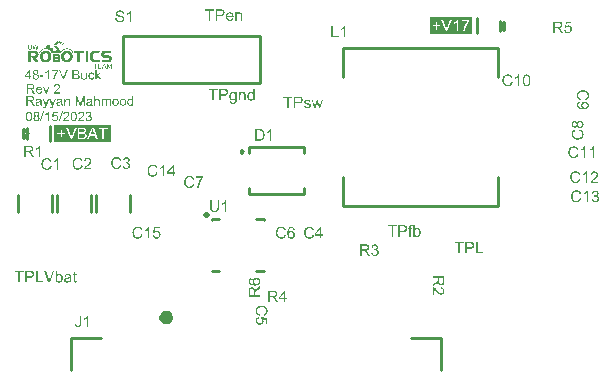
<source format=gto>
G04*
G04 #@! TF.GenerationSoftware,Altium Limited,Altium Designer,23.5.1 (21)*
G04*
G04 Layer_Color=65535*
%FSLAX25Y25*%
%MOIN*%
G70*
G04*
G04 #@! TF.SameCoordinates,86227DCE-1063-40F1-909C-4B7B8863FCA1*
G04*
G04*
G04 #@! TF.FilePolarity,Positive*
G04*
G01*
G75*
%ADD10C,0.02500*%
%ADD11C,0.00984*%
%ADD12C,0.01968*%
%ADD13C,0.01000*%
G36*
X49430Y-82610D02*
X49470D01*
Y-82620D01*
X49500D01*
Y-82630D01*
X49520D01*
Y-82640D01*
X49540D01*
Y-82650D01*
X49560D01*
Y-82660D01*
X49580D01*
Y-82670D01*
X49590D01*
Y-82680D01*
X49610D01*
Y-82690D01*
X49620D01*
Y-82700D01*
X49640D01*
Y-82710D01*
X49660D01*
Y-82720D01*
X49680D01*
Y-82730D01*
X49690D01*
Y-82740D01*
X49710D01*
Y-82750D01*
X49730D01*
Y-82760D01*
X49750D01*
Y-82770D01*
X49770D01*
Y-82780D01*
X49790D01*
Y-82790D01*
X49810D01*
Y-82800D01*
X49820D01*
Y-82810D01*
X49840D01*
Y-82820D01*
X49860D01*
Y-82830D01*
X49880D01*
Y-82840D01*
X49900D01*
Y-82850D01*
X49920D01*
Y-82860D01*
X49940D01*
Y-82870D01*
X49950D01*
Y-82880D01*
X49970D01*
Y-82890D01*
X49990D01*
Y-82900D01*
X50010D01*
Y-82910D01*
X50030D01*
Y-82920D01*
X50050D01*
Y-82930D01*
X50070D01*
Y-82940D01*
X50080D01*
Y-82950D01*
X50100D01*
Y-82960D01*
X50120D01*
Y-82970D01*
X50140D01*
Y-82980D01*
X50160D01*
Y-82990D01*
X50180D01*
Y-83000D01*
X50190D01*
Y-83010D01*
X50210D01*
Y-83020D01*
X50230D01*
Y-83030D01*
X50250D01*
Y-83040D01*
X50270D01*
Y-83050D01*
X50290D01*
Y-83060D01*
X50310D01*
Y-83070D01*
X50320D01*
Y-83080D01*
X50340D01*
Y-83090D01*
X50360D01*
Y-83100D01*
X50380D01*
Y-83110D01*
X50400D01*
Y-83120D01*
X50420D01*
Y-83130D01*
X50440D01*
Y-83140D01*
X50450D01*
Y-83150D01*
X50470D01*
Y-83160D01*
X50490D01*
Y-83170D01*
X50510D01*
Y-83180D01*
X50530D01*
Y-83190D01*
X50550D01*
Y-83200D01*
X50570D01*
Y-83210D01*
X50580D01*
Y-83220D01*
X50600D01*
Y-83230D01*
X50620D01*
Y-83240D01*
X50640D01*
Y-83250D01*
X50660D01*
Y-83260D01*
X50680D01*
Y-83270D01*
X50690D01*
Y-83280D01*
X50710D01*
Y-83290D01*
X50730D01*
Y-83300D01*
X50750D01*
Y-83310D01*
X50770D01*
Y-83320D01*
X50790D01*
Y-83330D01*
X50810D01*
Y-83340D01*
X50820D01*
Y-83350D01*
X50840D01*
Y-83360D01*
X50860D01*
Y-83370D01*
X50880D01*
Y-83380D01*
X50890D01*
Y-83400D01*
X50900D01*
Y-83410D01*
X50970D01*
Y-83400D01*
X51090D01*
Y-83390D01*
X51210D01*
Y-83380D01*
X51310D01*
Y-83400D01*
X51320D01*
Y-83430D01*
X51330D01*
Y-83450D01*
X51340D01*
Y-83470D01*
X51350D01*
Y-83500D01*
X51360D01*
Y-83520D01*
X51370D01*
Y-83540D01*
X51380D01*
Y-83570D01*
X51390D01*
Y-83590D01*
X51400D01*
Y-83610D01*
X51410D01*
Y-83630D01*
X51420D01*
Y-83660D01*
X51430D01*
Y-83680D01*
X51440D01*
Y-83700D01*
X51450D01*
Y-83730D01*
X51460D01*
Y-83750D01*
X51470D01*
Y-83770D01*
X51480D01*
Y-83800D01*
X51490D01*
Y-83820D01*
X51500D01*
Y-83840D01*
X51510D01*
Y-83870D01*
X51520D01*
Y-83890D01*
X51530D01*
Y-83910D01*
X51540D01*
Y-83940D01*
X51550D01*
Y-83960D01*
X51560D01*
Y-83970D01*
X51550D01*
Y-83960D01*
X51540D01*
Y-83950D01*
X51530D01*
Y-83940D01*
X51520D01*
Y-83930D01*
X51510D01*
Y-83910D01*
X51500D01*
Y-83900D01*
X51490D01*
Y-83890D01*
X51480D01*
Y-83880D01*
X51470D01*
Y-83870D01*
X51460D01*
Y-83850D01*
X51450D01*
Y-83840D01*
X51440D01*
Y-83830D01*
X51430D01*
Y-83820D01*
X51420D01*
Y-83810D01*
X51410D01*
Y-83790D01*
X51400D01*
Y-83780D01*
X51390D01*
Y-83770D01*
X51380D01*
Y-83760D01*
X51370D01*
Y-83750D01*
X51360D01*
Y-83730D01*
X51350D01*
Y-83720D01*
X51340D01*
Y-83710D01*
X51330D01*
Y-83700D01*
X51320D01*
Y-83690D01*
X51310D01*
Y-83670D01*
X51300D01*
Y-83660D01*
X51290D01*
Y-83650D01*
X51280D01*
Y-83640D01*
X51270D01*
Y-83630D01*
X51260D01*
Y-83610D01*
X51250D01*
Y-83600D01*
X51240D01*
Y-83590D01*
X51230D01*
Y-83580D01*
X51220D01*
Y-83570D01*
X51180D01*
Y-83580D01*
X51160D01*
Y-83590D01*
X51130D01*
Y-83600D01*
X51100D01*
Y-83610D01*
X51080D01*
Y-83620D01*
X51050D01*
Y-83630D01*
X51030D01*
Y-83640D01*
X51000D01*
Y-83650D01*
X50980D01*
Y-83660D01*
X50950D01*
Y-83670D01*
X50930D01*
Y-83680D01*
X50900D01*
Y-83690D01*
X50890D01*
Y-83700D01*
X50880D01*
Y-83720D01*
X50870D01*
Y-83780D01*
X50860D01*
Y-83870D01*
X50850D01*
Y-83950D01*
X50840D01*
Y-84040D01*
X50850D01*
Y-84050D01*
X50890D01*
Y-84060D01*
X50920D01*
Y-84070D01*
X50960D01*
Y-84080D01*
X50990D01*
Y-84090D01*
X51030D01*
Y-84100D01*
X51060D01*
Y-84110D01*
X51100D01*
Y-84120D01*
X51130D01*
Y-84130D01*
X51170D01*
Y-84140D01*
X51200D01*
Y-84150D01*
X51240D01*
Y-84160D01*
X51270D01*
Y-84170D01*
X51310D01*
Y-84180D01*
X51340D01*
Y-84190D01*
X51060D01*
Y-84180D01*
X50720D01*
Y-84170D01*
X50660D01*
Y-84160D01*
X50650D01*
Y-84130D01*
X50640D01*
Y-84110D01*
X50630D01*
Y-84090D01*
X50620D01*
Y-84060D01*
X50610D01*
Y-84040D01*
X50600D01*
Y-84020D01*
X50590D01*
Y-83990D01*
X50580D01*
Y-83970D01*
X50570D01*
Y-83950D01*
X50560D01*
Y-83920D01*
X50550D01*
Y-83900D01*
X50540D01*
Y-83870D01*
X50530D01*
Y-83850D01*
X50520D01*
Y-83830D01*
X50510D01*
Y-83820D01*
X50500D01*
Y-83810D01*
X50470D01*
Y-83800D01*
X50450D01*
Y-83790D01*
X50440D01*
Y-83780D01*
X50420D01*
Y-83770D01*
X50400D01*
Y-83760D01*
X50380D01*
Y-83750D01*
X50360D01*
Y-83740D01*
X50350D01*
Y-83730D01*
X50330D01*
Y-83720D01*
X50310D01*
Y-83710D01*
X50290D01*
Y-83700D01*
X50270D01*
Y-83690D01*
X50260D01*
Y-83680D01*
X50240D01*
Y-83670D01*
X50220D01*
Y-83660D01*
X50200D01*
Y-83650D01*
X50190D01*
Y-83640D01*
X50170D01*
Y-83630D01*
X50150D01*
Y-83620D01*
X50130D01*
Y-83610D01*
X50110D01*
Y-83600D01*
X50100D01*
Y-83590D01*
X50080D01*
Y-83580D01*
X50060D01*
Y-83570D01*
X50040D01*
Y-83560D01*
X50020D01*
Y-83550D01*
X50010D01*
Y-83540D01*
X49990D01*
Y-83530D01*
X49970D01*
Y-83520D01*
X49950D01*
Y-83510D01*
X49930D01*
Y-83500D01*
X49920D01*
Y-83490D01*
X49900D01*
Y-83480D01*
X49880D01*
Y-83470D01*
X49860D01*
Y-83460D01*
X49840D01*
Y-83450D01*
X49830D01*
Y-83440D01*
X49810D01*
Y-83430D01*
X49790D01*
Y-83420D01*
X49770D01*
Y-83410D01*
X49750D01*
Y-83400D01*
X49740D01*
Y-83390D01*
X49720D01*
Y-83380D01*
X49700D01*
Y-83370D01*
X49680D01*
Y-83360D01*
X49670D01*
Y-83350D01*
X49650D01*
Y-83340D01*
X49630D01*
Y-83330D01*
X49610D01*
Y-83320D01*
X49590D01*
Y-83310D01*
X49580D01*
Y-83300D01*
X49560D01*
Y-83290D01*
X49540D01*
Y-83280D01*
X49520D01*
Y-83270D01*
X49500D01*
Y-83260D01*
X49480D01*
Y-83270D01*
X49470D01*
Y-83290D01*
X49460D01*
Y-83300D01*
X49450D01*
Y-83310D01*
X49440D01*
Y-83320D01*
X49430D01*
Y-83340D01*
X49420D01*
Y-83350D01*
X49410D01*
Y-83360D01*
X49400D01*
Y-83370D01*
X49390D01*
Y-83390D01*
X49380D01*
Y-83400D01*
X49370D01*
Y-83410D01*
X49360D01*
Y-83420D01*
X49350D01*
Y-83430D01*
X49340D01*
Y-83450D01*
X49330D01*
Y-83460D01*
X49320D01*
Y-83470D01*
X49310D01*
Y-83480D01*
X49300D01*
Y-83490D01*
X49290D01*
Y-83500D01*
X49280D01*
Y-83520D01*
X49270D01*
Y-83530D01*
X49260D01*
Y-83540D01*
X49250D01*
Y-83550D01*
X49240D01*
Y-83560D01*
X49230D01*
Y-83570D01*
X49220D01*
Y-83580D01*
X49210D01*
Y-83600D01*
X49200D01*
Y-83610D01*
X49190D01*
Y-83620D01*
X49180D01*
Y-83630D01*
X49170D01*
Y-83640D01*
X49160D01*
Y-83650D01*
X49150D01*
Y-83660D01*
X49140D01*
Y-83680D01*
X49130D01*
Y-83690D01*
X49120D01*
Y-83700D01*
X49110D01*
Y-83710D01*
X49100D01*
Y-83720D01*
X49090D01*
Y-83730D01*
X49080D01*
Y-83740D01*
X49070D01*
Y-83750D01*
X49060D01*
Y-83760D01*
X49050D01*
Y-83770D01*
X49040D01*
Y-83780D01*
X49030D01*
Y-83800D01*
X49020D01*
Y-83810D01*
X49010D01*
Y-83820D01*
X49000D01*
Y-83830D01*
X48990D01*
Y-83840D01*
X48980D01*
Y-83850D01*
X48970D01*
Y-83860D01*
X48960D01*
Y-83870D01*
X48950D01*
Y-83890D01*
X48940D01*
Y-83900D01*
X48930D01*
Y-83910D01*
X48920D01*
Y-83920D01*
X48910D01*
Y-83940D01*
X48900D01*
Y-83950D01*
X48890D01*
Y-83960D01*
X48880D01*
Y-83970D01*
X48870D01*
Y-83990D01*
X48860D01*
Y-84000D01*
X48850D01*
Y-84010D01*
X48840D01*
Y-84030D01*
X48830D01*
Y-84040D01*
X48820D01*
Y-84050D01*
X48810D01*
Y-84060D01*
X48800D01*
Y-84080D01*
X48790D01*
Y-84090D01*
X48780D01*
Y-84100D01*
X48770D01*
Y-84110D01*
X48760D01*
Y-84130D01*
X48750D01*
Y-84140D01*
X48740D01*
Y-84150D01*
X48730D01*
Y-84160D01*
X48720D01*
Y-84180D01*
X48710D01*
Y-84190D01*
X48690D01*
Y-84180D01*
X48680D01*
Y-84190D01*
X48690D01*
Y-84200D01*
X48700D01*
Y-84210D01*
X48710D01*
Y-84230D01*
X48720D01*
Y-84240D01*
X48730D01*
Y-84250D01*
X48740D01*
Y-84260D01*
X48750D01*
Y-84270D01*
X48760D01*
Y-84290D01*
X48770D01*
Y-84300D01*
X48780D01*
Y-84310D01*
X48790D01*
Y-84320D01*
X48800D01*
Y-84340D01*
X48810D01*
Y-84350D01*
X48820D01*
Y-84360D01*
X48830D01*
Y-84370D01*
X48840D01*
Y-84380D01*
X48850D01*
Y-84400D01*
X48860D01*
Y-84410D01*
X48870D01*
Y-84420D01*
X48880D01*
Y-84430D01*
X48890D01*
Y-84440D01*
X48900D01*
Y-84460D01*
X48910D01*
Y-84470D01*
X48920D01*
Y-84480D01*
X48930D01*
Y-84490D01*
X48940D01*
Y-84510D01*
X48950D01*
Y-84520D01*
X48960D01*
Y-84530D01*
X48970D01*
Y-84540D01*
X48980D01*
Y-84550D01*
X48990D01*
Y-84570D01*
X49000D01*
Y-84580D01*
X49010D01*
Y-84590D01*
X49020D01*
Y-84600D01*
X49030D01*
Y-84610D01*
X49040D01*
Y-84630D01*
X49050D01*
Y-84640D01*
X49060D01*
Y-84650D01*
X49070D01*
Y-84660D01*
X49080D01*
Y-84680D01*
X49090D01*
Y-84690D01*
X49100D01*
Y-84700D01*
X49110D01*
Y-84710D01*
X49120D01*
Y-84720D01*
X49130D01*
Y-84740D01*
X49140D01*
Y-84750D01*
X49150D01*
Y-84760D01*
X49160D01*
Y-84770D01*
X49170D01*
Y-84780D01*
X49180D01*
Y-84800D01*
X49190D01*
Y-84810D01*
X49200D01*
Y-84820D01*
X49210D01*
Y-84830D01*
X49220D01*
Y-84850D01*
X49230D01*
Y-84860D01*
X49240D01*
Y-84870D01*
X49250D01*
Y-84880D01*
X49260D01*
Y-84890D01*
X49270D01*
Y-84910D01*
X49280D01*
Y-84920D01*
X49290D01*
Y-84930D01*
X49300D01*
Y-84940D01*
X49310D01*
Y-84960D01*
X49320D01*
Y-84970D01*
X49330D01*
Y-84980D01*
X49340D01*
Y-84990D01*
X49350D01*
Y-85000D01*
X49360D01*
Y-85020D01*
X49370D01*
Y-85030D01*
X49380D01*
Y-85040D01*
X49390D01*
Y-85050D01*
X49670D01*
Y-85070D01*
X49680D01*
Y-85110D01*
X49690D01*
Y-85150D01*
X49700D01*
Y-85190D01*
X49710D01*
Y-85220D01*
X49720D01*
Y-85260D01*
X49730D01*
Y-85300D01*
X49740D01*
Y-85340D01*
X49750D01*
Y-85380D01*
X49760D01*
Y-85410D01*
X49770D01*
Y-85450D01*
X49780D01*
Y-85490D01*
X49790D01*
Y-85530D01*
X49800D01*
Y-85570D01*
X49810D01*
Y-85610D01*
X49820D01*
Y-85640D01*
X49830D01*
Y-85680D01*
X49840D01*
Y-85720D01*
X49850D01*
Y-85760D01*
X49860D01*
Y-85800D01*
X49870D01*
Y-85830D01*
X49880D01*
Y-85870D01*
X49890D01*
Y-85910D01*
X49900D01*
Y-85950D01*
X49910D01*
Y-85990D01*
X49920D01*
Y-86030D01*
X49930D01*
Y-86060D01*
X49940D01*
Y-86100D01*
X49950D01*
Y-86140D01*
X50020D01*
Y-86150D01*
X50420D01*
Y-86140D01*
X50430D01*
Y-86120D01*
X50440D01*
Y-86110D01*
X50450D01*
Y-86090D01*
X50460D01*
Y-86080D01*
X50470D01*
Y-86070D01*
X50480D01*
Y-86050D01*
X50490D01*
Y-86040D01*
X50500D01*
Y-86030D01*
X50510D01*
Y-86010D01*
X50520D01*
Y-86000D01*
X50530D01*
Y-85990D01*
X50540D01*
Y-85970D01*
X50550D01*
Y-85960D01*
X50560D01*
Y-85950D01*
X50570D01*
Y-85940D01*
X50580D01*
Y-85930D01*
X50590D01*
Y-85920D01*
X50600D01*
Y-85900D01*
X50610D01*
Y-85890D01*
X50620D01*
Y-85880D01*
X50630D01*
Y-85870D01*
X50640D01*
Y-85860D01*
X50650D01*
Y-85850D01*
X50660D01*
Y-85840D01*
X50670D01*
Y-85830D01*
X50680D01*
Y-85820D01*
X50690D01*
Y-85810D01*
X50700D01*
Y-85800D01*
X50710D01*
Y-85790D01*
X50720D01*
Y-85780D01*
X50730D01*
Y-85770D01*
X50740D01*
Y-85760D01*
X50750D01*
Y-85750D01*
X50760D01*
Y-85740D01*
X50770D01*
Y-85730D01*
X50780D01*
Y-85720D01*
X50800D01*
Y-85710D01*
X50810D01*
Y-85700D01*
X50820D01*
Y-85690D01*
X50830D01*
Y-85680D01*
X50840D01*
Y-85670D01*
X50860D01*
Y-85660D01*
X50870D01*
Y-85650D01*
X50880D01*
Y-85640D01*
X50890D01*
Y-85630D01*
X50910D01*
Y-85620D01*
X50920D01*
Y-85610D01*
X50930D01*
Y-85600D01*
X50950D01*
Y-85590D01*
X50960D01*
Y-85580D01*
X50980D01*
Y-85570D01*
X50990D01*
Y-85560D01*
X51010D01*
Y-85550D01*
X51020D01*
Y-85540D01*
X51040D01*
Y-85530D01*
X51050D01*
Y-85520D01*
X51070D01*
Y-85510D01*
X51090D01*
Y-85500D01*
X51100D01*
Y-85490D01*
X51120D01*
Y-85480D01*
X51140D01*
Y-85470D01*
X51160D01*
Y-85460D01*
X51180D01*
Y-85450D01*
X51190D01*
Y-85440D01*
X51210D01*
Y-85430D01*
X51230D01*
Y-85420D01*
X51250D01*
Y-85410D01*
X51280D01*
Y-85400D01*
X51300D01*
Y-85390D01*
X51320D01*
Y-85380D01*
X51340D01*
Y-85370D01*
X51370D01*
Y-85360D01*
X51390D01*
Y-85350D01*
X51420D01*
Y-85340D01*
X51450D01*
Y-85330D01*
X51480D01*
Y-85320D01*
X51510D01*
Y-85310D01*
X51540D01*
Y-85300D01*
X51570D01*
Y-85290D01*
X51610D01*
Y-85280D01*
X51640D01*
Y-85270D01*
X51690D01*
Y-85260D01*
X51730D01*
Y-85250D01*
X51780D01*
Y-85240D01*
X51830D01*
Y-85230D01*
X51900D01*
Y-85220D01*
X51980D01*
Y-85210D01*
X52090D01*
Y-85200D01*
X52460D01*
Y-85210D01*
X52580D01*
Y-85220D01*
X52660D01*
Y-85230D01*
X52720D01*
Y-85240D01*
X52780D01*
Y-85250D01*
X52830D01*
Y-85260D01*
X52870D01*
Y-85270D01*
X52910D01*
Y-85280D01*
X52950D01*
Y-85290D01*
X52990D01*
Y-85300D01*
X53020D01*
Y-85310D01*
X53050D01*
Y-85320D01*
X53080D01*
Y-85330D01*
X53110D01*
Y-85340D01*
X53140D01*
Y-85350D01*
X53170D01*
Y-85360D01*
X53190D01*
Y-85370D01*
X53220D01*
Y-85380D01*
X53240D01*
Y-85390D01*
X53260D01*
Y-85400D01*
X53280D01*
Y-85410D01*
X53310D01*
Y-85420D01*
X53330D01*
Y-85430D01*
X53350D01*
Y-85440D01*
X53370D01*
Y-85450D01*
X53390D01*
Y-85460D01*
X53400D01*
Y-85470D01*
X53420D01*
Y-85480D01*
X53440D01*
Y-85490D01*
X53460D01*
Y-85500D01*
X53480D01*
Y-85510D01*
X53490D01*
Y-85520D01*
X53510D01*
Y-85530D01*
X53520D01*
Y-85540D01*
X53540D01*
Y-85550D01*
X53560D01*
Y-85560D01*
X53570D01*
Y-85570D01*
X53590D01*
Y-85580D01*
X53600D01*
Y-85590D01*
X53610D01*
Y-85600D01*
X53630D01*
Y-85610D01*
X53640D01*
Y-85620D01*
X53660D01*
Y-85630D01*
X53670D01*
Y-85640D01*
X53680D01*
Y-85650D01*
X53700D01*
Y-85660D01*
X53710D01*
Y-85670D01*
X53720D01*
Y-85680D01*
X53730D01*
Y-85690D01*
X53750D01*
Y-85700D01*
X53760D01*
Y-85710D01*
X53770D01*
Y-85720D01*
X53780D01*
Y-85730D01*
X53790D01*
Y-85740D01*
X53800D01*
Y-85750D01*
X53810D01*
Y-85760D01*
X53830D01*
Y-85770D01*
X53840D01*
Y-85780D01*
X53850D01*
Y-85790D01*
X53860D01*
Y-85800D01*
X53870D01*
Y-85810D01*
X53880D01*
Y-85820D01*
X53890D01*
Y-85830D01*
X53900D01*
Y-85840D01*
X53910D01*
Y-85850D01*
X53920D01*
Y-85860D01*
X53930D01*
Y-85870D01*
X53940D01*
Y-85880D01*
X53950D01*
Y-85900D01*
X53960D01*
Y-85910D01*
X53970D01*
Y-85920D01*
X53980D01*
Y-85930D01*
X53990D01*
Y-85940D01*
X54000D01*
Y-85950D01*
X54010D01*
Y-85960D01*
X54020D01*
Y-85980D01*
X54030D01*
Y-85990D01*
X54040D01*
Y-86000D01*
X54050D01*
Y-86010D01*
X54060D01*
Y-86030D01*
X54070D01*
Y-86040D01*
X54080D01*
Y-86050D01*
X54090D01*
Y-86070D01*
X54100D01*
Y-86080D01*
X54110D01*
Y-86090D01*
X54120D01*
Y-86110D01*
X54130D01*
Y-86120D01*
X54140D01*
Y-86140D01*
X54150D01*
Y-86150D01*
X54160D01*
Y-86160D01*
X54170D01*
Y-86180D01*
X54180D01*
Y-86200D01*
X54190D01*
Y-86210D01*
X54200D01*
Y-86230D01*
X54210D01*
Y-86240D01*
X54220D01*
Y-86260D01*
X54230D01*
Y-86280D01*
X54240D01*
Y-86290D01*
X54250D01*
Y-86310D01*
X54260D01*
Y-86330D01*
X54270D01*
Y-86350D01*
X54280D01*
Y-86370D01*
X54290D01*
Y-86390D01*
X54300D01*
Y-86410D01*
X54310D01*
Y-86430D01*
X54320D01*
Y-86450D01*
X54330D01*
Y-86470D01*
X54340D01*
Y-86490D01*
X54350D01*
Y-86510D01*
X54360D01*
Y-86540D01*
X54370D01*
Y-86560D01*
X54380D01*
Y-86590D01*
X54390D01*
Y-86610D01*
X54400D01*
Y-86640D01*
X54410D01*
Y-86680D01*
X54370D01*
Y-86690D01*
X54340D01*
Y-86700D01*
X54300D01*
Y-86710D01*
X54260D01*
Y-86720D01*
X54230D01*
Y-86730D01*
X54190D01*
Y-86700D01*
X54180D01*
Y-86670D01*
X54170D01*
Y-86650D01*
X54160D01*
Y-86620D01*
X54150D01*
Y-86600D01*
X54140D01*
Y-86580D01*
X54130D01*
Y-86550D01*
X54120D01*
Y-86530D01*
X54110D01*
Y-86510D01*
X54100D01*
Y-86490D01*
X54090D01*
Y-86470D01*
X54080D01*
Y-86450D01*
X54070D01*
Y-86440D01*
X54060D01*
Y-86420D01*
X54050D01*
Y-86400D01*
X54040D01*
Y-86380D01*
X54030D01*
Y-86370D01*
X54020D01*
Y-86350D01*
X54010D01*
Y-86330D01*
X54000D01*
Y-86320D01*
X53990D01*
Y-86300D01*
X53980D01*
Y-86290D01*
X53970D01*
Y-86270D01*
X53960D01*
Y-86260D01*
X53950D01*
Y-86240D01*
X53940D01*
Y-86230D01*
X53930D01*
Y-86220D01*
X53920D01*
Y-86200D01*
X53910D01*
Y-86190D01*
X53900D01*
Y-86180D01*
X53890D01*
Y-86160D01*
X53880D01*
Y-86150D01*
X53870D01*
Y-86140D01*
X53860D01*
Y-86130D01*
X53850D01*
Y-86110D01*
X53840D01*
Y-86100D01*
X53830D01*
Y-86090D01*
X53820D01*
Y-86080D01*
X53810D01*
Y-86070D01*
X53800D01*
Y-86060D01*
X53790D01*
Y-86050D01*
X53780D01*
Y-86030D01*
X53770D01*
Y-86020D01*
X53760D01*
Y-86010D01*
X53750D01*
Y-86000D01*
X53740D01*
Y-85990D01*
X53730D01*
Y-85980D01*
X53720D01*
Y-85970D01*
X53710D01*
Y-85960D01*
X53700D01*
Y-85950D01*
X53690D01*
Y-85940D01*
X53680D01*
Y-85930D01*
X53660D01*
Y-85920D01*
X53650D01*
Y-85910D01*
X53640D01*
Y-85900D01*
X53630D01*
Y-85890D01*
X53620D01*
Y-85880D01*
X53610D01*
Y-85870D01*
X53600D01*
Y-85860D01*
X53580D01*
Y-85850D01*
X53570D01*
Y-85840D01*
X53560D01*
Y-85830D01*
X53550D01*
Y-85820D01*
X53530D01*
Y-85810D01*
X53520D01*
Y-85800D01*
X53510D01*
Y-85790D01*
X53490D01*
Y-85780D01*
X53480D01*
Y-85770D01*
X53460D01*
Y-85760D01*
X53450D01*
Y-85750D01*
X53430D01*
Y-85740D01*
X53420D01*
Y-85730D01*
X53400D01*
Y-85720D01*
X53390D01*
Y-85710D01*
X53370D01*
Y-85700D01*
X53350D01*
Y-85690D01*
X53340D01*
Y-85680D01*
X53320D01*
Y-85670D01*
X53300D01*
Y-85660D01*
X53280D01*
Y-85650D01*
X53260D01*
Y-85640D01*
X53240D01*
Y-85630D01*
X53220D01*
Y-85620D01*
X53200D01*
Y-85610D01*
X53180D01*
Y-85600D01*
X53160D01*
Y-85590D01*
X53130D01*
Y-85580D01*
X53110D01*
Y-85570D01*
X53080D01*
Y-85560D01*
X53060D01*
Y-85550D01*
X53030D01*
Y-85540D01*
X53000D01*
Y-85530D01*
X52970D01*
Y-85520D01*
X52940D01*
Y-85510D01*
X52900D01*
Y-85500D01*
X52860D01*
Y-85490D01*
X52820D01*
Y-85480D01*
X52780D01*
Y-85470D01*
X52730D01*
Y-85460D01*
X52670D01*
Y-85450D01*
X52600D01*
Y-85440D01*
X52510D01*
Y-85430D01*
X52330D01*
Y-85420D01*
X52230D01*
Y-85430D01*
X52050D01*
Y-85440D01*
X51960D01*
Y-85450D01*
X51890D01*
Y-85460D01*
X51830D01*
Y-85470D01*
X51780D01*
Y-85480D01*
X51740D01*
Y-85490D01*
X51700D01*
Y-85500D01*
X51660D01*
Y-85510D01*
X51620D01*
Y-85520D01*
X51590D01*
Y-85530D01*
X51560D01*
Y-85540D01*
X51530D01*
Y-85550D01*
X51500D01*
Y-85560D01*
X51480D01*
Y-85570D01*
X51450D01*
Y-85580D01*
X51430D01*
Y-85590D01*
X51410D01*
Y-85600D01*
X51380D01*
Y-85610D01*
X51360D01*
Y-85620D01*
X51340D01*
Y-85630D01*
X51320D01*
Y-85640D01*
X51300D01*
Y-85650D01*
X51280D01*
Y-85660D01*
X51260D01*
Y-85670D01*
X51240D01*
Y-85680D01*
X51230D01*
Y-85690D01*
X51210D01*
Y-85700D01*
X51190D01*
Y-85710D01*
X51180D01*
Y-85720D01*
X51160D01*
Y-85730D01*
X51140D01*
Y-85740D01*
X51130D01*
Y-85750D01*
X51110D01*
Y-85760D01*
X51100D01*
Y-85770D01*
X51090D01*
Y-85780D01*
X51070D01*
Y-85790D01*
X51060D01*
Y-85800D01*
X51040D01*
Y-85810D01*
X51030D01*
Y-85820D01*
X51020D01*
Y-85830D01*
X51010D01*
Y-85840D01*
X50990D01*
Y-85850D01*
X50980D01*
Y-85860D01*
X50970D01*
Y-85870D01*
X50960D01*
Y-85880D01*
X50950D01*
Y-85890D01*
X50930D01*
Y-85900D01*
X50920D01*
Y-85910D01*
X50910D01*
Y-85920D01*
X50900D01*
Y-85930D01*
X50890D01*
Y-85940D01*
X50880D01*
Y-85950D01*
X50870D01*
Y-85960D01*
X50860D01*
Y-85970D01*
X50850D01*
Y-85980D01*
X50840D01*
Y-85990D01*
X50830D01*
Y-86000D01*
X50820D01*
Y-86010D01*
X50810D01*
Y-86020D01*
X50800D01*
Y-86030D01*
X50790D01*
Y-86040D01*
X50780D01*
Y-86050D01*
X50770D01*
Y-86060D01*
X50760D01*
Y-86080D01*
X50750D01*
Y-86090D01*
X50740D01*
Y-86100D01*
X50730D01*
Y-86110D01*
X50720D01*
Y-86120D01*
X50710D01*
Y-86140D01*
X50700D01*
Y-86150D01*
X50690D01*
Y-86160D01*
X50680D01*
Y-86180D01*
X50670D01*
Y-86190D01*
X50660D01*
Y-86200D01*
X50650D01*
Y-86220D01*
X50640D01*
Y-86230D01*
X50630D01*
Y-86240D01*
X50620D01*
Y-86260D01*
X50610D01*
Y-86270D01*
X50600D01*
Y-86290D01*
X50590D01*
Y-86300D01*
X50580D01*
Y-86320D01*
X50570D01*
Y-86340D01*
X50560D01*
Y-86350D01*
X50550D01*
Y-86370D01*
X50540D01*
Y-86390D01*
X50530D01*
Y-86410D01*
X50520D01*
Y-86420D01*
X50510D01*
Y-86440D01*
X50500D01*
Y-86460D01*
X50490D01*
Y-86480D01*
X50480D01*
Y-86500D01*
X50470D01*
Y-86520D01*
X50460D01*
Y-86540D01*
X50450D01*
Y-86560D01*
X50440D01*
Y-86590D01*
X50430D01*
Y-86610D01*
X50420D01*
Y-86640D01*
X50410D01*
Y-86660D01*
X50400D01*
Y-86690D01*
X50390D01*
Y-86720D01*
X50380D01*
Y-86740D01*
X49270D01*
Y-86730D01*
X47070D01*
Y-86700D01*
X47060D01*
Y-86670D01*
X47050D01*
Y-86650D01*
X47040D01*
Y-86620D01*
X47030D01*
Y-86600D01*
X47020D01*
Y-86580D01*
X47010D01*
Y-86560D01*
X47000D01*
Y-86530D01*
X46990D01*
Y-86510D01*
X46980D01*
Y-86490D01*
X46970D01*
Y-86470D01*
X46960D01*
Y-86450D01*
X46950D01*
Y-86440D01*
X46940D01*
Y-86420D01*
X46930D01*
Y-86400D01*
X46920D01*
Y-86380D01*
X46910D01*
Y-86370D01*
X46900D01*
Y-86350D01*
X46890D01*
Y-86330D01*
X46880D01*
Y-86320D01*
X46870D01*
Y-86300D01*
X46860D01*
Y-86290D01*
X46850D01*
Y-86270D01*
X46840D01*
Y-86260D01*
X46830D01*
Y-86240D01*
X46820D01*
Y-86230D01*
X46810D01*
Y-86220D01*
X46800D01*
Y-86200D01*
X46790D01*
Y-86190D01*
X46780D01*
Y-86170D01*
X46770D01*
Y-86160D01*
X46760D01*
Y-86150D01*
X46750D01*
Y-86140D01*
X46740D01*
Y-86120D01*
X46730D01*
Y-86110D01*
X46720D01*
Y-86100D01*
X46710D01*
Y-86090D01*
X46700D01*
Y-86080D01*
X46690D01*
Y-86070D01*
X46680D01*
Y-86050D01*
X46670D01*
Y-86040D01*
X46660D01*
Y-86030D01*
X46650D01*
Y-86020D01*
X46640D01*
Y-86010D01*
X46630D01*
Y-86000D01*
X46620D01*
Y-85990D01*
X46610D01*
Y-85980D01*
X46600D01*
Y-85970D01*
X46590D01*
Y-85960D01*
X46580D01*
Y-85950D01*
X46570D01*
Y-85940D01*
X46560D01*
Y-85930D01*
X46550D01*
Y-85920D01*
X46540D01*
Y-85910D01*
X46530D01*
Y-85900D01*
X46510D01*
Y-85890D01*
X46500D01*
Y-85880D01*
X46490D01*
Y-85870D01*
X46480D01*
Y-85860D01*
X46470D01*
Y-85850D01*
X46460D01*
Y-85840D01*
X46440D01*
Y-85830D01*
X46430D01*
Y-85820D01*
X46420D01*
Y-85810D01*
X46400D01*
Y-85800D01*
X46390D01*
Y-85790D01*
X46380D01*
Y-85780D01*
X46360D01*
Y-85770D01*
X46350D01*
Y-85760D01*
X46330D01*
Y-85750D01*
X46320D01*
Y-85740D01*
X46300D01*
Y-85730D01*
X46290D01*
Y-85720D01*
X46270D01*
Y-85710D01*
X46260D01*
Y-85700D01*
X46240D01*
Y-85690D01*
X46220D01*
Y-85680D01*
X46210D01*
Y-85670D01*
X46190D01*
Y-85660D01*
X46170D01*
Y-85650D01*
X46150D01*
Y-85640D01*
X46130D01*
Y-85630D01*
X46110D01*
Y-85620D01*
X46090D01*
Y-85610D01*
X46070D01*
Y-85600D01*
X46050D01*
Y-85590D01*
X46020D01*
Y-85580D01*
X46000D01*
Y-85570D01*
X45970D01*
Y-85560D01*
X45950D01*
Y-85550D01*
X45920D01*
Y-85540D01*
X45890D01*
Y-85530D01*
X45860D01*
Y-85520D01*
X45830D01*
Y-85510D01*
X45800D01*
Y-85500D01*
X45760D01*
Y-85490D01*
X45720D01*
Y-85480D01*
X45680D01*
Y-85470D01*
X45640D01*
Y-85460D01*
X45580D01*
Y-85450D01*
X45520D01*
Y-85440D01*
X45450D01*
Y-85430D01*
X45340D01*
Y-85420D01*
X44970D01*
Y-85430D01*
X44860D01*
Y-85440D01*
X44790D01*
Y-85450D01*
X44730D01*
Y-85460D01*
X44680D01*
Y-85470D01*
X44630D01*
Y-85480D01*
X44590D01*
Y-85490D01*
X44550D01*
Y-85500D01*
X44510D01*
Y-85510D01*
X44480D01*
Y-85520D01*
X44450D01*
Y-85530D01*
X44420D01*
Y-85540D01*
X44390D01*
Y-85550D01*
X44360D01*
Y-85560D01*
X44340D01*
Y-85570D01*
X44310D01*
Y-85580D01*
X44290D01*
Y-85590D01*
X44270D01*
Y-85600D01*
X44250D01*
Y-85610D01*
X44220D01*
Y-85620D01*
X44200D01*
Y-85630D01*
X44180D01*
Y-85640D01*
X44160D01*
Y-85650D01*
X44150D01*
Y-85660D01*
X44130D01*
Y-85670D01*
X44110D01*
Y-85680D01*
X44090D01*
Y-85690D01*
X44070D01*
Y-85700D01*
X44060D01*
Y-85710D01*
X44040D01*
Y-85720D01*
X44030D01*
Y-85730D01*
X44010D01*
Y-85740D01*
X44000D01*
Y-85750D01*
X43980D01*
Y-85760D01*
X43970D01*
Y-85770D01*
X43950D01*
Y-85780D01*
X43940D01*
Y-85790D01*
X43930D01*
Y-85800D01*
X43910D01*
Y-85810D01*
X43900D01*
Y-85820D01*
X43890D01*
Y-85830D01*
X43870D01*
Y-85840D01*
X43860D01*
Y-85850D01*
X43850D01*
Y-85860D01*
X43840D01*
Y-85870D01*
X43830D01*
Y-85880D01*
X43810D01*
Y-85890D01*
X43800D01*
Y-85900D01*
X43790D01*
Y-85910D01*
X43780D01*
Y-85920D01*
X43770D01*
Y-85930D01*
X43760D01*
Y-85940D01*
X43750D01*
Y-85950D01*
X43740D01*
Y-85960D01*
X43730D01*
Y-85970D01*
X43720D01*
Y-85980D01*
X43710D01*
Y-85990D01*
X43700D01*
Y-86000D01*
X43690D01*
Y-86010D01*
X43680D01*
Y-86020D01*
X43670D01*
Y-86030D01*
X43660D01*
Y-86040D01*
X43650D01*
Y-86050D01*
X43640D01*
Y-86070D01*
X43630D01*
Y-86080D01*
X43620D01*
Y-86090D01*
X43610D01*
Y-86100D01*
X43600D01*
Y-86110D01*
X43590D01*
Y-86130D01*
X43580D01*
Y-86140D01*
X43570D01*
Y-86150D01*
X43560D01*
Y-86160D01*
X43550D01*
Y-86180D01*
X43540D01*
Y-86190D01*
X43530D01*
Y-86200D01*
X43520D01*
Y-86220D01*
X43510D01*
Y-86230D01*
X43500D01*
Y-86250D01*
X43490D01*
Y-86260D01*
X43480D01*
Y-86280D01*
X43470D01*
Y-86290D01*
X43460D01*
Y-86310D01*
X43450D01*
Y-86320D01*
X43440D01*
Y-86340D01*
X43430D01*
Y-86360D01*
X43420D01*
Y-86370D01*
X43410D01*
Y-86390D01*
X43400D01*
Y-86410D01*
X43390D01*
Y-86430D01*
X43380D01*
Y-86450D01*
X43370D01*
Y-86470D01*
X43360D01*
Y-86490D01*
X43350D01*
Y-86510D01*
X43340D01*
Y-86530D01*
X43330D01*
Y-86550D01*
X43320D01*
Y-86570D01*
X43310D01*
Y-86600D01*
X43300D01*
Y-86620D01*
X43290D01*
Y-86650D01*
X43280D01*
Y-86670D01*
X43270D01*
Y-86700D01*
X43260D01*
Y-86720D01*
X43210D01*
Y-86710D01*
X43180D01*
Y-86700D01*
X43140D01*
Y-86690D01*
X43100D01*
Y-86680D01*
X43070D01*
Y-86670D01*
X43040D01*
Y-86650D01*
X43050D01*
Y-86620D01*
X43060D01*
Y-86590D01*
X43070D01*
Y-86560D01*
X43080D01*
Y-86550D01*
Y-86540D01*
X43090D01*
Y-86510D01*
X43100D01*
Y-86490D01*
X43110D01*
Y-86470D01*
X43120D01*
Y-86440D01*
X43130D01*
Y-86420D01*
X43140D01*
Y-86400D01*
X43150D01*
Y-86380D01*
X43160D01*
Y-86360D01*
X43170D01*
Y-86340D01*
X43180D01*
Y-86320D01*
X43190D01*
Y-86300D01*
X43200D01*
Y-86290D01*
X43210D01*
Y-86270D01*
X43220D01*
Y-86250D01*
X43230D01*
Y-86230D01*
X43240D01*
Y-86220D01*
X43250D01*
Y-86200D01*
X43260D01*
Y-86190D01*
X43270D01*
Y-86170D01*
X43280D01*
Y-86150D01*
X43290D01*
Y-86140D01*
X43300D01*
Y-86120D01*
X43310D01*
Y-86110D01*
X43320D01*
Y-86100D01*
X43330D01*
Y-86080D01*
X43340D01*
Y-86070D01*
X43350D01*
Y-86050D01*
X43360D01*
Y-86040D01*
X43370D01*
Y-86030D01*
X43380D01*
Y-86010D01*
X43390D01*
Y-86000D01*
X43400D01*
Y-85990D01*
X43410D01*
Y-85980D01*
X43420D01*
Y-85960D01*
X43430D01*
Y-85950D01*
X43440D01*
Y-85940D01*
X43450D01*
Y-85930D01*
X43460D01*
Y-85920D01*
X43470D01*
Y-85900D01*
X43480D01*
Y-85890D01*
X43490D01*
Y-85880D01*
X43500D01*
Y-85870D01*
X43510D01*
Y-85860D01*
X43520D01*
Y-85850D01*
X43530D01*
Y-85840D01*
X43540D01*
Y-85830D01*
X43550D01*
Y-85820D01*
X43560D01*
Y-85810D01*
X43570D01*
Y-85800D01*
X43580D01*
Y-85790D01*
X43590D01*
Y-85780D01*
X43600D01*
Y-85770D01*
X43610D01*
Y-85760D01*
X43620D01*
Y-85750D01*
X43630D01*
Y-85740D01*
X43640D01*
Y-85730D01*
X43650D01*
Y-85720D01*
X43670D01*
Y-85710D01*
X43680D01*
Y-85700D01*
X43690D01*
Y-85690D01*
X43700D01*
Y-85680D01*
X43710D01*
Y-85670D01*
X43720D01*
Y-85660D01*
X43740D01*
Y-85650D01*
X43750D01*
Y-85640D01*
X43760D01*
Y-85630D01*
X43780D01*
Y-85620D01*
X43790D01*
Y-85610D01*
X43800D01*
Y-85600D01*
X43820D01*
Y-85590D01*
X43830D01*
Y-85580D01*
X43840D01*
Y-85570D01*
X43860D01*
Y-85560D01*
X43870D01*
Y-85550D01*
X43890D01*
Y-85540D01*
X43900D01*
Y-85530D01*
X43920D01*
Y-85520D01*
X43940D01*
Y-85510D01*
X43950D01*
Y-85500D01*
X43970D01*
Y-85490D01*
X43990D01*
Y-85480D01*
X44000D01*
Y-85470D01*
X44020D01*
Y-85460D01*
X44040D01*
Y-85450D01*
X44060D01*
Y-85440D01*
X44080D01*
Y-85430D01*
X44100D01*
Y-85420D01*
X44120D01*
Y-85410D01*
X44140D01*
Y-85400D01*
X44160D01*
Y-85390D01*
X44180D01*
Y-85380D01*
X44210D01*
Y-85370D01*
X44230D01*
Y-85360D01*
X44250D01*
Y-85350D01*
X44280D01*
Y-85340D01*
X44310D01*
Y-85330D01*
X44330D01*
Y-85320D01*
X44360D01*
Y-85310D01*
X44390D01*
Y-85300D01*
X44430D01*
Y-85290D01*
X44460D01*
Y-85280D01*
X44500D01*
Y-85270D01*
X44540D01*
Y-85260D01*
X44580D01*
Y-85250D01*
X44620D01*
Y-85240D01*
X44670D01*
Y-85230D01*
X44730D01*
Y-85220D01*
X44800D01*
Y-85210D01*
X44890D01*
Y-85200D01*
X45040D01*
Y-85190D01*
X45270D01*
Y-85200D01*
X45420D01*
Y-85210D01*
X45440D01*
Y-85180D01*
X45450D01*
Y-84830D01*
X45460D01*
Y-84480D01*
X45470D01*
Y-84130D01*
X45480D01*
Y-84120D01*
X46470D01*
Y-84110D01*
X46780D01*
Y-84160D01*
X46790D01*
Y-84710D01*
X46800D01*
Y-84920D01*
X47030D01*
Y-84910D01*
X47550D01*
Y-86120D01*
X47870D01*
Y-86130D01*
X48720D01*
Y-86110D01*
X48730D01*
Y-86080D01*
X48740D01*
Y-86040D01*
X48750D01*
Y-86000D01*
X48760D01*
Y-85970D01*
X48770D01*
Y-85930D01*
X48780D01*
Y-85900D01*
X48790D01*
Y-85860D01*
X48800D01*
Y-85830D01*
X48810D01*
Y-85790D01*
X48820D01*
Y-85750D01*
X48830D01*
Y-85720D01*
X48840D01*
Y-85680D01*
X48850D01*
Y-85650D01*
X48860D01*
Y-85610D01*
X48870D01*
Y-85570D01*
X48880D01*
Y-85540D01*
X48890D01*
Y-85500D01*
X48900D01*
Y-85480D01*
X48890D01*
Y-85470D01*
X48880D01*
Y-85460D01*
X48870D01*
Y-85450D01*
X48860D01*
Y-85440D01*
X48850D01*
Y-85420D01*
X48840D01*
Y-85410D01*
X48830D01*
Y-85400D01*
X48820D01*
Y-85390D01*
X48810D01*
Y-85380D01*
X48800D01*
Y-85360D01*
X48790D01*
Y-85350D01*
X48780D01*
Y-85340D01*
X48770D01*
Y-85330D01*
X48760D01*
Y-85320D01*
X48750D01*
Y-85300D01*
X48740D01*
Y-85290D01*
X48730D01*
Y-85280D01*
X48720D01*
Y-85270D01*
X48710D01*
Y-85260D01*
X48700D01*
Y-85240D01*
X48690D01*
Y-85230D01*
X48680D01*
Y-85220D01*
X48670D01*
Y-85210D01*
X48660D01*
Y-85190D01*
X48650D01*
Y-85180D01*
X48640D01*
Y-85170D01*
X48630D01*
Y-85160D01*
X48620D01*
Y-85150D01*
X48610D01*
Y-85130D01*
X48600D01*
Y-85120D01*
X48590D01*
Y-85110D01*
X48580D01*
Y-85100D01*
X48570D01*
Y-85090D01*
X48560D01*
Y-85070D01*
X48550D01*
Y-85060D01*
X48540D01*
Y-85050D01*
X48530D01*
Y-85040D01*
X48520D01*
Y-85030D01*
X48510D01*
Y-85010D01*
X48500D01*
Y-85000D01*
X48490D01*
Y-84990D01*
X48480D01*
Y-84980D01*
X48470D01*
Y-84970D01*
X48460D01*
Y-84950D01*
X48450D01*
Y-84940D01*
X48440D01*
Y-84930D01*
X48430D01*
Y-84920D01*
X48420D01*
Y-84900D01*
X48410D01*
Y-84890D01*
X48400D01*
Y-84880D01*
X48390D01*
Y-84870D01*
X48380D01*
Y-84860D01*
X48370D01*
Y-84840D01*
X48360D01*
Y-84830D01*
X48350D01*
Y-84820D01*
X48340D01*
Y-84810D01*
X48330D01*
Y-84800D01*
X48320D01*
Y-84780D01*
X48310D01*
Y-84770D01*
X48300D01*
Y-84760D01*
X48290D01*
Y-84750D01*
X48280D01*
Y-84740D01*
X48270D01*
Y-84720D01*
X48260D01*
Y-84710D01*
X48250D01*
Y-84700D01*
X48240D01*
Y-84690D01*
X48230D01*
Y-84680D01*
X48220D01*
Y-84660D01*
X48210D01*
Y-84650D01*
X48200D01*
Y-84640D01*
X48190D01*
Y-84630D01*
X48180D01*
Y-84620D01*
X48170D01*
Y-84600D01*
X48160D01*
Y-84590D01*
X48150D01*
Y-84580D01*
X48140D01*
Y-84570D01*
X48130D01*
Y-84550D01*
X48120D01*
Y-84540D01*
X48110D01*
Y-84530D01*
X48100D01*
Y-84520D01*
X48090D01*
Y-84510D01*
X48080D01*
Y-84490D01*
X48070D01*
Y-84480D01*
X48060D01*
Y-84470D01*
X48050D01*
Y-84460D01*
X48040D01*
Y-84450D01*
X48030D01*
Y-84430D01*
X48020D01*
Y-84420D01*
X48010D01*
Y-84410D01*
X48000D01*
Y-84400D01*
X47990D01*
Y-84390D01*
X47980D01*
Y-84370D01*
X47970D01*
Y-84360D01*
X47960D01*
Y-84350D01*
X47950D01*
Y-84340D01*
X47940D01*
Y-84330D01*
X47930D01*
Y-84310D01*
X47920D01*
Y-84280D01*
X47910D01*
Y-84220D01*
X47900D01*
Y-84160D01*
X47910D01*
Y-84110D01*
X47920D01*
Y-84080D01*
X47930D01*
Y-84060D01*
X47940D01*
Y-84040D01*
X47950D01*
Y-84030D01*
X47960D01*
Y-84020D01*
X47970D01*
Y-84010D01*
X47980D01*
Y-84000D01*
X47990D01*
Y-83990D01*
X48000D01*
Y-83980D01*
X48010D01*
Y-83970D01*
X48020D01*
Y-83960D01*
X48040D01*
Y-83950D01*
X48050D01*
Y-83940D01*
X48060D01*
Y-83930D01*
X48070D01*
Y-83920D01*
X48080D01*
Y-83900D01*
X48090D01*
Y-83890D01*
X48100D01*
Y-83880D01*
X48110D01*
Y-83870D01*
X48120D01*
Y-83860D01*
X48130D01*
Y-83840D01*
X48140D01*
Y-83830D01*
X48150D01*
Y-83820D01*
X48160D01*
Y-83810D01*
X48170D01*
Y-83800D01*
X48180D01*
Y-83790D01*
X48190D01*
Y-83770D01*
X48200D01*
Y-83760D01*
X48210D01*
Y-83750D01*
X48220D01*
Y-83740D01*
X48230D01*
Y-83730D01*
X48240D01*
Y-83710D01*
X48250D01*
Y-83700D01*
X48260D01*
Y-83690D01*
X48270D01*
Y-83680D01*
X48280D01*
Y-83670D01*
X48290D01*
Y-83660D01*
X48300D01*
Y-83640D01*
X48310D01*
Y-83630D01*
X48320D01*
Y-83620D01*
X48330D01*
Y-83610D01*
X48340D01*
Y-83600D01*
X48350D01*
Y-83580D01*
X48360D01*
Y-83570D01*
X48370D01*
Y-83560D01*
X48380D01*
Y-83550D01*
X48390D01*
Y-83540D01*
X48400D01*
Y-83530D01*
X48410D01*
Y-83510D01*
X48420D01*
Y-83500D01*
X48430D01*
Y-83490D01*
X48440D01*
Y-83480D01*
X48450D01*
Y-83470D01*
X48460D01*
Y-83450D01*
X48470D01*
Y-83440D01*
X48480D01*
Y-83430D01*
X48490D01*
Y-83420D01*
X48500D01*
Y-83410D01*
X48510D01*
Y-83400D01*
X48520D01*
Y-83380D01*
X48530D01*
Y-83370D01*
X48540D01*
Y-83360D01*
X48550D01*
Y-83350D01*
X48560D01*
Y-83340D01*
X48570D01*
Y-83320D01*
X48580D01*
Y-83310D01*
X48590D01*
Y-83300D01*
X48600D01*
Y-83290D01*
X48610D01*
Y-83280D01*
X48620D01*
Y-83270D01*
X48630D01*
Y-83250D01*
X48640D01*
Y-83240D01*
X48650D01*
Y-83230D01*
X48660D01*
Y-83220D01*
X48670D01*
Y-83210D01*
X48680D01*
Y-83190D01*
X48690D01*
Y-83180D01*
X48700D01*
Y-83170D01*
X48710D01*
Y-83160D01*
X48720D01*
Y-83150D01*
X48730D01*
Y-83140D01*
X48740D01*
Y-83120D01*
X48750D01*
Y-83110D01*
X48760D01*
Y-83100D01*
X48770D01*
Y-83090D01*
X48780D01*
Y-83080D01*
X48790D01*
Y-83070D01*
X48800D01*
Y-83050D01*
X48810D01*
Y-83040D01*
X48820D01*
Y-83030D01*
X48830D01*
Y-83020D01*
X48840D01*
Y-83010D01*
X48850D01*
Y-82990D01*
X48860D01*
Y-82980D01*
X48870D01*
Y-82970D01*
X48880D01*
Y-82960D01*
X48890D01*
Y-82950D01*
X48900D01*
Y-82940D01*
X48910D01*
Y-82920D01*
X48920D01*
Y-82910D01*
X48930D01*
Y-82900D01*
X48940D01*
Y-82890D01*
X48950D01*
Y-82880D01*
X48960D01*
Y-82860D01*
X48970D01*
Y-82850D01*
X48980D01*
Y-82840D01*
X48990D01*
Y-82830D01*
X49000D01*
Y-82820D01*
X49010D01*
Y-82810D01*
X49020D01*
Y-82790D01*
X49030D01*
Y-82780D01*
X49040D01*
Y-82770D01*
X49050D01*
Y-82760D01*
X49060D01*
Y-82750D01*
X49070D01*
Y-82730D01*
X49080D01*
Y-82720D01*
X49090D01*
Y-82710D01*
X49100D01*
Y-82700D01*
X49110D01*
Y-82690D01*
X49120D01*
Y-82680D01*
X49130D01*
Y-82670D01*
X49140D01*
Y-82660D01*
X49160D01*
Y-82650D01*
X49180D01*
Y-82640D01*
X49200D01*
Y-82630D01*
X49230D01*
Y-82620D01*
X49260D01*
Y-82610D01*
X49310D01*
Y-82600D01*
X49430D01*
Y-82610D01*
D02*
G37*
G36*
X42770Y-83950D02*
X42760D01*
Y-83990D01*
X42750D01*
Y-84030D01*
X42740D01*
Y-84070D01*
X42730D01*
Y-84120D01*
X42720D01*
Y-84160D01*
X42710D01*
Y-84200D01*
X42700D01*
Y-84250D01*
X42690D01*
Y-84290D01*
X42680D01*
Y-84330D01*
X42670D01*
Y-84380D01*
X42660D01*
Y-84420D01*
X42650D01*
Y-84460D01*
X42640D01*
Y-84510D01*
X42630D01*
Y-84550D01*
X42620D01*
Y-84590D01*
X42610D01*
Y-84630D01*
X42600D01*
Y-84680D01*
X42590D01*
Y-84720D01*
X42580D01*
Y-84760D01*
X42570D01*
Y-84810D01*
X42560D01*
Y-84850D01*
X42550D01*
Y-84890D01*
X42540D01*
Y-84940D01*
X42530D01*
Y-84980D01*
X42520D01*
Y-85020D01*
X42510D01*
Y-85070D01*
X42500D01*
Y-85110D01*
X42490D01*
Y-85150D01*
X42480D01*
Y-85200D01*
X42470D01*
Y-85240D01*
X42460D01*
Y-85280D01*
X42450D01*
Y-85320D01*
X42440D01*
Y-85370D01*
X42430D01*
Y-85410D01*
X42420D01*
Y-85450D01*
X42410D01*
Y-85500D01*
X42400D01*
Y-85540D01*
X42390D01*
Y-85580D01*
X42380D01*
Y-85620D01*
X42150D01*
Y-85600D01*
X42140D01*
Y-85560D01*
X42130D01*
Y-85520D01*
X42120D01*
Y-85480D01*
X42110D01*
Y-85440D01*
X42100D01*
Y-85400D01*
X42090D01*
Y-85360D01*
X42080D01*
Y-85330D01*
X42070D01*
Y-85290D01*
X42060D01*
Y-85250D01*
X42050D01*
Y-85210D01*
X42040D01*
Y-85170D01*
X42030D01*
Y-85130D01*
X42020D01*
Y-85090D01*
X42010D01*
Y-85050D01*
X42000D01*
Y-85010D01*
X41990D01*
Y-84980D01*
X41980D01*
Y-84940D01*
X41970D01*
Y-84900D01*
X41960D01*
Y-84860D01*
X41950D01*
Y-84820D01*
X41940D01*
Y-84780D01*
X41930D01*
Y-84740D01*
X41920D01*
Y-84700D01*
X41910D01*
Y-84660D01*
X41900D01*
Y-84630D01*
X41890D01*
Y-84590D01*
X41880D01*
Y-84550D01*
X41870D01*
Y-84510D01*
X41860D01*
Y-84470D01*
X41850D01*
Y-84430D01*
X41840D01*
Y-84390D01*
X41830D01*
Y-84340D01*
X41820D01*
Y-84290D01*
X41810D01*
Y-84240D01*
X41800D01*
Y-84190D01*
X41790D01*
Y-84180D01*
X41780D01*
Y-84210D01*
X41770D01*
Y-84260D01*
X41760D01*
Y-84320D01*
X41750D01*
Y-84380D01*
X41740D01*
Y-84420D01*
X41730D01*
Y-84460D01*
X41720D01*
Y-84500D01*
X41710D01*
Y-84530D01*
X41700D01*
Y-84570D01*
X41690D01*
Y-84610D01*
X41680D01*
Y-84650D01*
X41670D01*
Y-84690D01*
X41660D01*
Y-84720D01*
X41650D01*
Y-84760D01*
X41640D01*
Y-84800D01*
X41630D01*
Y-84840D01*
X41620D01*
Y-84880D01*
X41610D01*
Y-84910D01*
X41600D01*
Y-84950D01*
X41590D01*
Y-84990D01*
X41580D01*
Y-85030D01*
X41570D01*
Y-85070D01*
X41560D01*
Y-85100D01*
X41550D01*
Y-85140D01*
X41540D01*
Y-85180D01*
X41530D01*
Y-85220D01*
X41520D01*
Y-85260D01*
X41510D01*
Y-85290D01*
X41500D01*
Y-85330D01*
X41490D01*
Y-85370D01*
X41480D01*
Y-85410D01*
X41470D01*
Y-85450D01*
X41460D01*
Y-85480D01*
X41450D01*
Y-85520D01*
X41440D01*
Y-85560D01*
X41430D01*
Y-85600D01*
X41420D01*
Y-85620D01*
X41190D01*
Y-85580D01*
X41180D01*
Y-85540D01*
X41170D01*
Y-85490D01*
X41160D01*
Y-85450D01*
X41150D01*
Y-85400D01*
X41140D01*
Y-85360D01*
X41130D01*
Y-85320D01*
X41120D01*
Y-85270D01*
X41110D01*
Y-85230D01*
X41100D01*
Y-85180D01*
X41090D01*
Y-85140D01*
X41080D01*
Y-85090D01*
X41070D01*
Y-85050D01*
X41060D01*
Y-85010D01*
X41050D01*
Y-84960D01*
X41040D01*
Y-84920D01*
X41030D01*
Y-84870D01*
X41020D01*
Y-84830D01*
X41010D01*
Y-84780D01*
X41000D01*
Y-84740D01*
X40990D01*
Y-84700D01*
X40980D01*
Y-84650D01*
X40970D01*
Y-84610D01*
X40960D01*
Y-84560D01*
X40950D01*
Y-84520D01*
X40940D01*
Y-84470D01*
X40930D01*
Y-84430D01*
X40920D01*
Y-84390D01*
X40910D01*
Y-84340D01*
X40900D01*
Y-84300D01*
X40890D01*
Y-84250D01*
X40880D01*
Y-84210D01*
X40870D01*
Y-84160D01*
X40860D01*
Y-84120D01*
X40850D01*
Y-84080D01*
X40840D01*
Y-84030D01*
X40830D01*
Y-83990D01*
X40820D01*
Y-83940D01*
X40810D01*
Y-83910D01*
X41020D01*
Y-83940D01*
X41030D01*
Y-83990D01*
X41040D01*
Y-84030D01*
X41050D01*
Y-84080D01*
X41060D01*
Y-84120D01*
X41070D01*
Y-84170D01*
X41080D01*
Y-84210D01*
X41090D01*
Y-84250D01*
X41100D01*
Y-84300D01*
X41110D01*
Y-84340D01*
X41120D01*
Y-84390D01*
X41130D01*
Y-84430D01*
X41140D01*
Y-84480D01*
X41150D01*
Y-84520D01*
X41160D01*
Y-84560D01*
X41170D01*
Y-84610D01*
X41180D01*
Y-84650D01*
X41190D01*
Y-84700D01*
X41200D01*
Y-84740D01*
X41210D01*
Y-84790D01*
X41220D01*
Y-84830D01*
X41230D01*
Y-84880D01*
X41240D01*
Y-84920D01*
X41250D01*
Y-84960D01*
X41260D01*
Y-85010D01*
X41270D01*
Y-85050D01*
X41280D01*
Y-85100D01*
X41290D01*
Y-85150D01*
X41300D01*
Y-85200D01*
X41310D01*
Y-85260D01*
X41320D01*
Y-85320D01*
X41340D01*
Y-85300D01*
X41350D01*
Y-85240D01*
X41360D01*
Y-85180D01*
X41370D01*
Y-85130D01*
X41380D01*
Y-85090D01*
X41390D01*
Y-85050D01*
X41400D01*
Y-85010D01*
X41410D01*
Y-84970D01*
X41420D01*
Y-84930D01*
X41430D01*
Y-84890D01*
X41440D01*
Y-84860D01*
X41450D01*
Y-84820D01*
X41460D01*
Y-84780D01*
X41470D01*
Y-84740D01*
X41480D01*
Y-84700D01*
X41490D01*
Y-84660D01*
X41500D01*
Y-84620D01*
X41510D01*
Y-84590D01*
X41520D01*
Y-84550D01*
X41530D01*
Y-84510D01*
X41540D01*
Y-84470D01*
X41550D01*
Y-84430D01*
X41560D01*
Y-84390D01*
X41570D01*
Y-84360D01*
X41580D01*
Y-84320D01*
X41590D01*
Y-84280D01*
X41600D01*
Y-84240D01*
X41610D01*
Y-84200D01*
X41620D01*
Y-84160D01*
X41630D01*
Y-84130D01*
X41640D01*
Y-84090D01*
X41650D01*
Y-84050D01*
X41660D01*
Y-84010D01*
X41670D01*
Y-83970D01*
X41680D01*
Y-83930D01*
X41690D01*
Y-83910D01*
X41910D01*
Y-83930D01*
X41920D01*
Y-83970D01*
X41930D01*
Y-84010D01*
X41940D01*
Y-84050D01*
X41950D01*
Y-84090D01*
X41960D01*
Y-84130D01*
X41970D01*
Y-84170D01*
X41980D01*
Y-84210D01*
X41990D01*
Y-84250D01*
X42000D01*
Y-84290D01*
X42010D01*
Y-84330D01*
X42020D01*
Y-84370D01*
X42030D01*
Y-84410D01*
X42040D01*
Y-84450D01*
X42050D01*
Y-84480D01*
X42060D01*
Y-84520D01*
X42070D01*
Y-84560D01*
X42080D01*
Y-84600D01*
X42090D01*
Y-84640D01*
X42100D01*
Y-84680D01*
X42110D01*
Y-84720D01*
X42120D01*
Y-84760D01*
X42130D01*
Y-84800D01*
X42140D01*
Y-84840D01*
X42150D01*
Y-84880D01*
X42160D01*
Y-84920D01*
X42170D01*
Y-84960D01*
X42180D01*
Y-85000D01*
X42190D01*
Y-85040D01*
X42200D01*
Y-85080D01*
X42210D01*
Y-85110D01*
X42220D01*
Y-85170D01*
X42230D01*
Y-85230D01*
X42240D01*
Y-85300D01*
X42250D01*
Y-85320D01*
X42260D01*
Y-85310D01*
X42270D01*
Y-85260D01*
X42280D01*
Y-85200D01*
X42290D01*
Y-85150D01*
X42300D01*
Y-85100D01*
X42310D01*
Y-85060D01*
X42320D01*
Y-85010D01*
X42330D01*
Y-84970D01*
X42340D01*
Y-84930D01*
X42350D01*
Y-84880D01*
X42360D01*
Y-84840D01*
X42370D01*
Y-84800D01*
X42380D01*
Y-84760D01*
X42390D01*
Y-84710D01*
X42400D01*
Y-84670D01*
X42410D01*
Y-84630D01*
X42420D01*
Y-84580D01*
X42430D01*
Y-84540D01*
X42440D01*
Y-84500D01*
X42450D01*
Y-84450D01*
X42460D01*
Y-84410D01*
X42470D01*
Y-84370D01*
X42480D01*
Y-84320D01*
X42490D01*
Y-84280D01*
X42500D01*
Y-84240D01*
X42510D01*
Y-84190D01*
X42520D01*
Y-84150D01*
X42530D01*
Y-84110D01*
X42540D01*
Y-84070D01*
X42550D01*
Y-84020D01*
X42560D01*
Y-83980D01*
X42570D01*
Y-83940D01*
X42580D01*
Y-83910D01*
X42770D01*
Y-83950D01*
D02*
G37*
G36*
X40580Y-85130D02*
X40570D01*
Y-85230D01*
X40560D01*
Y-85290D01*
X40550D01*
Y-85330D01*
X40540D01*
Y-85360D01*
X40530D01*
Y-85380D01*
X40520D01*
Y-85400D01*
X40510D01*
Y-85420D01*
X40500D01*
Y-85440D01*
X40490D01*
Y-85450D01*
X40480D01*
Y-85470D01*
X40470D01*
Y-85480D01*
X40460D01*
Y-85490D01*
X40450D01*
Y-85500D01*
X40440D01*
Y-85510D01*
X40430D01*
Y-85520D01*
X40420D01*
Y-85530D01*
X40410D01*
Y-85540D01*
X40400D01*
Y-85550D01*
X40390D01*
Y-85560D01*
X40370D01*
Y-85570D01*
X40360D01*
Y-85580D01*
X40340D01*
Y-85590D01*
X40330D01*
Y-85600D01*
X40310D01*
Y-85610D01*
X40290D01*
Y-85620D01*
X40260D01*
Y-85630D01*
X40240D01*
Y-85640D01*
X40210D01*
Y-85650D01*
X40170D01*
Y-85660D01*
X40110D01*
Y-85670D01*
X39850D01*
Y-85660D01*
X39790D01*
Y-85650D01*
X39740D01*
Y-85640D01*
X39700D01*
Y-85630D01*
X39670D01*
Y-85620D01*
X39640D01*
Y-85610D01*
X39620D01*
Y-85600D01*
X39600D01*
Y-85590D01*
X39580D01*
Y-85580D01*
X39560D01*
Y-85570D01*
X39540D01*
Y-85560D01*
X39530D01*
Y-85550D01*
X39520D01*
Y-85540D01*
X39500D01*
Y-85530D01*
X39490D01*
Y-85520D01*
X39480D01*
Y-85510D01*
X39470D01*
Y-85500D01*
X39460D01*
Y-85490D01*
X39450D01*
Y-85470D01*
X39440D01*
Y-85460D01*
X39430D01*
Y-85450D01*
X39420D01*
Y-85430D01*
X39410D01*
Y-85410D01*
X39400D01*
Y-85390D01*
X39390D01*
Y-85360D01*
X39380D01*
Y-85320D01*
X39370D01*
Y-85270D01*
X39360D01*
Y-85190D01*
X39350D01*
Y-83910D01*
X39570D01*
Y-85160D01*
X39580D01*
Y-85240D01*
X39590D01*
Y-85280D01*
X39600D01*
Y-85310D01*
X39610D01*
Y-85330D01*
X39620D01*
Y-85350D01*
X39630D01*
Y-85360D01*
X39640D01*
Y-85370D01*
X39650D01*
Y-85390D01*
X39660D01*
Y-85400D01*
X39670D01*
Y-85410D01*
X39690D01*
Y-85420D01*
X39700D01*
Y-85430D01*
X39720D01*
Y-85440D01*
X39730D01*
Y-85450D01*
X39750D01*
Y-85460D01*
X39780D01*
Y-85470D01*
X39800D01*
Y-85480D01*
X39840D01*
Y-85490D01*
X39880D01*
Y-85500D01*
X40080D01*
Y-85490D01*
X40130D01*
Y-85480D01*
X40160D01*
Y-85470D01*
X40180D01*
Y-85460D01*
X40210D01*
Y-85450D01*
X40220D01*
Y-85440D01*
X40240D01*
Y-85430D01*
X40250D01*
Y-85420D01*
X40260D01*
Y-85410D01*
X40270D01*
Y-85400D01*
X40280D01*
Y-85390D01*
X40290D01*
Y-85380D01*
X40300D01*
Y-85370D01*
X40310D01*
Y-85350D01*
X40320D01*
Y-85340D01*
X40330D01*
Y-85320D01*
X40340D01*
Y-85290D01*
X40350D01*
Y-85250D01*
X40360D01*
Y-85190D01*
X40370D01*
Y-85040D01*
X40380D01*
Y-83910D01*
X40580D01*
Y-85130D01*
D02*
G37*
G36*
X52470Y-86000D02*
X52570D01*
Y-86010D01*
X52640D01*
Y-86020D01*
X52700D01*
Y-86030D01*
X52750D01*
Y-86040D01*
X52800D01*
Y-86050D01*
X52840D01*
Y-86060D01*
X52880D01*
Y-86070D01*
X52910D01*
Y-86080D01*
X52950D01*
Y-86090D01*
X52980D01*
Y-86100D01*
X53010D01*
Y-86110D01*
X53040D01*
Y-86120D01*
X53060D01*
Y-86130D01*
X53090D01*
Y-86140D01*
X53110D01*
Y-86150D01*
X53130D01*
Y-86160D01*
X53160D01*
Y-86170D01*
X53180D01*
Y-86180D01*
X53200D01*
Y-86190D01*
X53220D01*
Y-86200D01*
X53240D01*
Y-86210D01*
X53260D01*
Y-86220D01*
X53280D01*
Y-86230D01*
X53290D01*
Y-86240D01*
X53310D01*
Y-86250D01*
X53330D01*
Y-86260D01*
X53340D01*
Y-86270D01*
X53360D01*
Y-86280D01*
X53380D01*
Y-86290D01*
X53390D01*
Y-86300D01*
X53410D01*
Y-86310D01*
X53420D01*
Y-86320D01*
X53440D01*
Y-86330D01*
X53450D01*
Y-86340D01*
X53460D01*
Y-86350D01*
X53480D01*
Y-86360D01*
X53490D01*
Y-86370D01*
X53500D01*
Y-86380D01*
X53510D01*
Y-86390D01*
X53530D01*
Y-86400D01*
X53540D01*
Y-86410D01*
X53550D01*
Y-86420D01*
X53560D01*
Y-86430D01*
X53570D01*
Y-86440D01*
X53590D01*
Y-86450D01*
X53600D01*
Y-86460D01*
X53610D01*
Y-86470D01*
X53620D01*
Y-86480D01*
X53630D01*
Y-86490D01*
X53640D01*
Y-86500D01*
X53650D01*
Y-86510D01*
X53660D01*
Y-86520D01*
X53670D01*
Y-86530D01*
X53680D01*
Y-86540D01*
X53690D01*
Y-86550D01*
X53700D01*
Y-86560D01*
X53710D01*
Y-86570D01*
X53720D01*
Y-86590D01*
X53730D01*
Y-86600D01*
X53740D01*
Y-86610D01*
X53750D01*
Y-86620D01*
X53760D01*
Y-86630D01*
X53770D01*
Y-86640D01*
X53780D01*
Y-86660D01*
X53790D01*
Y-86670D01*
X53800D01*
Y-86680D01*
X53810D01*
Y-86690D01*
X53820D01*
Y-86710D01*
X53830D01*
Y-86720D01*
X53840D01*
Y-86740D01*
X53850D01*
Y-86750D01*
X53860D01*
Y-86760D01*
X53870D01*
Y-86780D01*
X53880D01*
Y-86790D01*
X53890D01*
Y-86810D01*
X53900D01*
Y-86830D01*
X53910D01*
Y-86840D01*
X53920D01*
Y-86860D01*
X53930D01*
Y-86880D01*
X53940D01*
Y-86890D01*
X53950D01*
Y-86910D01*
X53960D01*
Y-86930D01*
X53970D01*
Y-86950D01*
X53980D01*
Y-86970D01*
X53990D01*
Y-86990D01*
X54000D01*
Y-87010D01*
X54010D01*
Y-87030D01*
X54020D01*
Y-87060D01*
X54030D01*
Y-87080D01*
X54040D01*
Y-87100D01*
X54050D01*
Y-87130D01*
X54060D01*
Y-87160D01*
X54070D01*
Y-87190D01*
X54080D01*
Y-87220D01*
X54090D01*
Y-87250D01*
X54100D01*
Y-87280D01*
X54110D01*
Y-87320D01*
X54120D01*
Y-87360D01*
X54130D01*
Y-87400D01*
X54140D01*
Y-87450D01*
X54150D01*
Y-87510D01*
X54160D01*
Y-87570D01*
X54170D01*
Y-87660D01*
X54180D01*
Y-87810D01*
X54190D01*
Y-88010D01*
X54180D01*
Y-88170D01*
X54170D01*
Y-88250D01*
X54160D01*
Y-88320D01*
X54150D01*
Y-88380D01*
X54140D01*
Y-88430D01*
X54130D01*
Y-88470D01*
X54120D01*
Y-88510D01*
X54110D01*
Y-88550D01*
X54100D01*
Y-88580D01*
X54090D01*
Y-88620D01*
X54080D01*
Y-88650D01*
X54070D01*
Y-88680D01*
X54060D01*
Y-88700D01*
X54050D01*
Y-88730D01*
X54040D01*
Y-88760D01*
X54030D01*
Y-88780D01*
X54020D01*
Y-88800D01*
X54010D01*
Y-88830D01*
X54000D01*
Y-88850D01*
X53990D01*
Y-88870D01*
X53980D01*
Y-88890D01*
X53970D01*
Y-88910D01*
X53960D01*
Y-88930D01*
X53950D01*
Y-88940D01*
X53940D01*
Y-88960D01*
X53930D01*
Y-88980D01*
X53920D01*
Y-89000D01*
X53910D01*
Y-89010D01*
X53900D01*
Y-89030D01*
X53890D01*
Y-89040D01*
X53880D01*
Y-89060D01*
X53870D01*
Y-89070D01*
X53860D01*
Y-89090D01*
X53850D01*
Y-89100D01*
X53840D01*
Y-89120D01*
X53830D01*
Y-89130D01*
X53820D01*
Y-89140D01*
X53810D01*
Y-89160D01*
X53800D01*
Y-89170D01*
X53790D01*
Y-89180D01*
X53780D01*
Y-89200D01*
X53770D01*
Y-89210D01*
X53760D01*
Y-89220D01*
X53750D01*
Y-89230D01*
X53740D01*
Y-89240D01*
X53730D01*
Y-89260D01*
X53720D01*
Y-89270D01*
X53710D01*
Y-89280D01*
X53700D01*
Y-89290D01*
X53690D01*
Y-89300D01*
X53680D01*
Y-89310D01*
X53670D01*
Y-89320D01*
X53660D01*
Y-89330D01*
X53650D01*
Y-89340D01*
X53640D01*
Y-89350D01*
X53630D01*
Y-89360D01*
X53620D01*
Y-89370D01*
X53610D01*
Y-89380D01*
X53600D01*
Y-89390D01*
X53590D01*
Y-89400D01*
X53570D01*
Y-89410D01*
X53560D01*
Y-89420D01*
X53550D01*
Y-89430D01*
X53540D01*
Y-89440D01*
X53530D01*
Y-89450D01*
X53510D01*
Y-89460D01*
X53500D01*
Y-89470D01*
X53490D01*
Y-89480D01*
X53480D01*
Y-89490D01*
X53460D01*
Y-89500D01*
X53450D01*
Y-89510D01*
X53430D01*
Y-89520D01*
X53420D01*
Y-89530D01*
X53400D01*
Y-89540D01*
X53390D01*
Y-89550D01*
X53370D01*
Y-89560D01*
X53360D01*
Y-89570D01*
X53340D01*
Y-89580D01*
X53320D01*
Y-89590D01*
X53300D01*
Y-89600D01*
X53290D01*
Y-89610D01*
X53270D01*
Y-89620D01*
X53250D01*
Y-89630D01*
X53230D01*
Y-89640D01*
X53210D01*
Y-89650D01*
X53180D01*
Y-89660D01*
X53160D01*
Y-89670D01*
X53140D01*
Y-89680D01*
X53110D01*
Y-89690D01*
X53090D01*
Y-89700D01*
X53060D01*
Y-89710D01*
X53030D01*
Y-89720D01*
X53000D01*
Y-89730D01*
X52970D01*
Y-89740D01*
X52940D01*
Y-89750D01*
X52900D01*
Y-89760D01*
X52870D01*
Y-89770D01*
X52820D01*
Y-89780D01*
X52780D01*
Y-89790D01*
X52720D01*
Y-89800D01*
X52660D01*
Y-89810D01*
X52590D01*
Y-89820D01*
X52490D01*
Y-89830D01*
X52020D01*
Y-89820D01*
X51930D01*
Y-89810D01*
X51860D01*
Y-89800D01*
X51800D01*
Y-89790D01*
X51750D01*
Y-89780D01*
X51700D01*
Y-89770D01*
X51660D01*
Y-89760D01*
X51620D01*
Y-89750D01*
X51590D01*
Y-89740D01*
X51550D01*
Y-89730D01*
X51520D01*
Y-89720D01*
X51490D01*
Y-89710D01*
X51470D01*
Y-89700D01*
X51440D01*
Y-89690D01*
X51410D01*
Y-89680D01*
X51390D01*
Y-89670D01*
X51370D01*
Y-89660D01*
X51350D01*
Y-89650D01*
X51320D01*
Y-89640D01*
X51300D01*
Y-89630D01*
X51280D01*
Y-89620D01*
X51260D01*
Y-89610D01*
X51250D01*
Y-89600D01*
X51230D01*
Y-89590D01*
X51210D01*
Y-89580D01*
X51190D01*
Y-89570D01*
X51180D01*
Y-89560D01*
X51160D01*
Y-89550D01*
X51140D01*
Y-89540D01*
X51130D01*
Y-89530D01*
X51110D01*
Y-89520D01*
X51100D01*
Y-89510D01*
X51090D01*
Y-89500D01*
X51070D01*
Y-89490D01*
X51060D01*
Y-89480D01*
X51040D01*
Y-89470D01*
X51030D01*
Y-89460D01*
X51020D01*
Y-89450D01*
X51010D01*
Y-89440D01*
X50990D01*
Y-89430D01*
X50980D01*
Y-89420D01*
X50970D01*
Y-89410D01*
X50960D01*
Y-89400D01*
X50950D01*
Y-89390D01*
X50940D01*
Y-89380D01*
X50930D01*
Y-89370D01*
X50910D01*
Y-89360D01*
X50900D01*
Y-89350D01*
X50890D01*
Y-89340D01*
X50880D01*
Y-89330D01*
X50870D01*
Y-89320D01*
X50860D01*
Y-89310D01*
X50850D01*
Y-89300D01*
X50840D01*
Y-89280D01*
X50830D01*
Y-89270D01*
X50820D01*
Y-89260D01*
X50810D01*
Y-89250D01*
X50800D01*
Y-89240D01*
X50790D01*
Y-89230D01*
X50780D01*
Y-89220D01*
X50770D01*
Y-89210D01*
X50760D01*
Y-89190D01*
X50750D01*
Y-89180D01*
X50740D01*
Y-89170D01*
X50730D01*
Y-89160D01*
X50720D01*
Y-89140D01*
X50710D01*
Y-89130D01*
X50700D01*
Y-89120D01*
X50690D01*
Y-89100D01*
X50680D01*
Y-89090D01*
X50670D01*
Y-89070D01*
X50660D01*
Y-89060D01*
X50650D01*
Y-89040D01*
X50640D01*
Y-89030D01*
X50630D01*
Y-89010D01*
X50620D01*
Y-89000D01*
X50610D01*
Y-88980D01*
X50600D01*
Y-88970D01*
X50590D01*
Y-88950D01*
X50580D01*
Y-88930D01*
X50570D01*
Y-88910D01*
X50560D01*
Y-88890D01*
X50550D01*
Y-88880D01*
X50540D01*
Y-88860D01*
X50530D01*
Y-88840D01*
X50520D01*
Y-88820D01*
X50510D01*
Y-88790D01*
X50500D01*
Y-88770D01*
X50490D01*
Y-88750D01*
X50480D01*
Y-88730D01*
X50470D01*
Y-88700D01*
X50460D01*
Y-88680D01*
X50450D01*
Y-88650D01*
X50440D01*
Y-88620D01*
X50430D01*
Y-88590D01*
X50420D01*
Y-88560D01*
X50410D01*
Y-88530D01*
X50400D01*
Y-88490D01*
X50390D01*
Y-88450D01*
X50380D01*
Y-88410D01*
X50370D01*
Y-88360D01*
X50360D01*
Y-88310D01*
X50350D01*
Y-88240D01*
X50340D01*
Y-88160D01*
X50330D01*
Y-88020D01*
X50320D01*
Y-87800D01*
X50330D01*
Y-87660D01*
X50340D01*
Y-87580D01*
X50350D01*
Y-87510D01*
X50360D01*
Y-87460D01*
X50370D01*
Y-87410D01*
X50380D01*
Y-87370D01*
X50390D01*
Y-87330D01*
X50400D01*
Y-87290D01*
X50410D01*
Y-87260D01*
X50420D01*
Y-87230D01*
X50430D01*
Y-87200D01*
X50440D01*
Y-87170D01*
X50450D01*
Y-87140D01*
X50460D01*
Y-87120D01*
X50470D01*
Y-87090D01*
X50480D01*
Y-87070D01*
X50490D01*
Y-87050D01*
X50500D01*
Y-87020D01*
X50510D01*
Y-87000D01*
X50520D01*
Y-86980D01*
X50530D01*
Y-86960D01*
X50540D01*
Y-86940D01*
X50550D01*
Y-86930D01*
X50560D01*
Y-86910D01*
X50570D01*
Y-86890D01*
X50580D01*
Y-86870D01*
X50590D01*
Y-86860D01*
X50600D01*
Y-86840D01*
X50610D01*
Y-86830D01*
X50620D01*
Y-86810D01*
X50630D01*
Y-86790D01*
X50640D01*
Y-86780D01*
X50650D01*
Y-86770D01*
X50660D01*
Y-86750D01*
X50670D01*
Y-86740D01*
X50680D01*
Y-86720D01*
X50690D01*
Y-86710D01*
X50700D01*
Y-86700D01*
X50710D01*
Y-86690D01*
X50720D01*
Y-86670D01*
X50730D01*
Y-86660D01*
X50740D01*
Y-86650D01*
X50750D01*
Y-86640D01*
X50760D01*
Y-86630D01*
X50770D01*
Y-86610D01*
X50780D01*
Y-86600D01*
X50790D01*
Y-86590D01*
X50800D01*
Y-86580D01*
X50810D01*
Y-86570D01*
X50820D01*
Y-86560D01*
X50830D01*
Y-86550D01*
X50840D01*
Y-86540D01*
X50850D01*
Y-86530D01*
X50860D01*
Y-86520D01*
X50870D01*
Y-86510D01*
X50880D01*
Y-86500D01*
X50890D01*
Y-86490D01*
X50900D01*
Y-86480D01*
X50910D01*
Y-86470D01*
X50920D01*
Y-86460D01*
X50930D01*
Y-86450D01*
X50950D01*
Y-86440D01*
X50960D01*
Y-86430D01*
X50970D01*
Y-86420D01*
X50980D01*
Y-86410D01*
X50990D01*
Y-86400D01*
X51010D01*
Y-86390D01*
X51020D01*
Y-86380D01*
X51030D01*
Y-86370D01*
X51040D01*
Y-86360D01*
X51060D01*
Y-86350D01*
X51070D01*
Y-86340D01*
X51080D01*
Y-86330D01*
X51100D01*
Y-86320D01*
X51110D01*
Y-86310D01*
X51130D01*
Y-86300D01*
X51140D01*
Y-86290D01*
X51160D01*
Y-86280D01*
X51170D01*
Y-86270D01*
X51190D01*
Y-86260D01*
X51210D01*
Y-86250D01*
X51220D01*
Y-86240D01*
X51240D01*
Y-86230D01*
X51260D01*
Y-86220D01*
X51280D01*
Y-86210D01*
X51300D01*
Y-86200D01*
X51320D01*
Y-86190D01*
X51340D01*
Y-86180D01*
X51360D01*
Y-86170D01*
X51380D01*
Y-86160D01*
X51400D01*
Y-86150D01*
X51420D01*
Y-86140D01*
X51450D01*
Y-86130D01*
X51470D01*
Y-86120D01*
X51500D01*
Y-86110D01*
X51530D01*
Y-86100D01*
X51550D01*
Y-86090D01*
X51580D01*
Y-86080D01*
X51620D01*
Y-86070D01*
X51650D01*
Y-86060D01*
X51690D01*
Y-86050D01*
X51730D01*
Y-86040D01*
X51770D01*
Y-86030D01*
X51820D01*
Y-86020D01*
X51880D01*
Y-86010D01*
X51950D01*
Y-86000D01*
X52050D01*
Y-85990D01*
X52470D01*
Y-86000D01*
D02*
G37*
G36*
X45410D02*
X45510D01*
Y-86010D01*
X45580D01*
Y-86020D01*
X45640D01*
Y-86030D01*
X45700D01*
Y-86040D01*
X45740D01*
Y-86050D01*
X45780D01*
Y-86060D01*
X45820D01*
Y-86070D01*
X45860D01*
Y-86080D01*
X45890D01*
Y-86090D01*
X45920D01*
Y-86100D01*
X45950D01*
Y-86110D01*
X45980D01*
Y-86120D01*
X46000D01*
Y-86130D01*
X46030D01*
Y-86140D01*
X46050D01*
Y-86150D01*
X46080D01*
Y-86160D01*
X46100D01*
Y-86170D01*
X46120D01*
Y-86180D01*
X46140D01*
Y-86190D01*
X46160D01*
Y-86200D01*
X46180D01*
Y-86210D01*
X46200D01*
Y-86220D01*
X46220D01*
Y-86230D01*
X46230D01*
Y-86240D01*
X46250D01*
Y-86250D01*
X46270D01*
Y-86260D01*
X46290D01*
Y-86270D01*
X46300D01*
Y-86280D01*
X46320D01*
Y-86290D01*
X46330D01*
Y-86300D01*
X46350D01*
Y-86310D01*
X46360D01*
Y-86320D01*
X46380D01*
Y-86330D01*
X46390D01*
Y-86340D01*
X46400D01*
Y-86350D01*
X46420D01*
Y-86360D01*
X46430D01*
Y-86370D01*
X46440D01*
Y-86380D01*
X46460D01*
Y-86390D01*
X46470D01*
Y-86400D01*
X46480D01*
Y-86410D01*
X46490D01*
Y-86420D01*
X46500D01*
Y-86430D01*
X46510D01*
Y-86440D01*
X46530D01*
Y-86450D01*
X46540D01*
Y-86460D01*
X46550D01*
Y-86470D01*
X46560D01*
Y-86480D01*
X46570D01*
Y-86490D01*
X46580D01*
Y-86500D01*
X46590D01*
Y-86510D01*
X46600D01*
Y-86520D01*
X46610D01*
Y-86530D01*
X46620D01*
Y-86540D01*
X46630D01*
Y-86550D01*
X46640D01*
Y-86560D01*
X46650D01*
Y-86570D01*
X46660D01*
Y-86580D01*
X46670D01*
Y-86600D01*
X46680D01*
Y-86610D01*
X46690D01*
Y-86620D01*
X46700D01*
Y-86630D01*
X46710D01*
Y-86640D01*
X46720D01*
Y-86660D01*
X46730D01*
Y-86670D01*
X46740D01*
Y-86680D01*
X46750D01*
Y-86690D01*
X46760D01*
Y-86710D01*
X46770D01*
Y-86720D01*
X46780D01*
Y-86730D01*
X46790D01*
Y-86750D01*
X46800D01*
Y-86760D01*
X46810D01*
Y-86780D01*
X46820D01*
Y-86790D01*
X46830D01*
Y-86810D01*
X46840D01*
Y-86820D01*
X46850D01*
Y-86840D01*
X46860D01*
Y-86860D01*
X46870D01*
Y-86870D01*
X46880D01*
Y-86890D01*
X46890D01*
Y-86910D01*
X46900D01*
Y-86930D01*
X46910D01*
Y-86950D01*
X46920D01*
Y-86970D01*
X46930D01*
Y-86990D01*
X46940D01*
Y-87010D01*
X46950D01*
Y-87030D01*
X46960D01*
Y-87050D01*
X46970D01*
Y-87080D01*
X46980D01*
Y-87100D01*
X46990D01*
Y-87130D01*
X47000D01*
Y-87160D01*
X47010D01*
Y-87180D01*
X47020D01*
Y-87210D01*
X47030D01*
Y-87220D01*
Y-87230D01*
Y-87250D01*
X47040D01*
Y-87280D01*
X47050D01*
Y-87320D01*
X47060D01*
Y-87360D01*
X47070D01*
Y-87400D01*
X47080D01*
Y-87450D01*
X47090D01*
Y-87500D01*
X47100D01*
Y-87570D01*
X47110D01*
Y-87650D01*
X47120D01*
Y-87800D01*
X47130D01*
Y-88030D01*
X47120D01*
Y-88170D01*
X47110D01*
Y-88260D01*
X47100D01*
Y-88320D01*
X47090D01*
Y-88380D01*
X47080D01*
Y-88430D01*
X47070D01*
Y-88470D01*
X47060D01*
Y-88510D01*
X47050D01*
Y-88550D01*
X47040D01*
Y-88590D01*
X47030D01*
Y-88620D01*
X47020D01*
Y-88650D01*
X47010D01*
Y-88680D01*
X47000D01*
Y-88710D01*
X46990D01*
Y-88730D01*
X46980D01*
Y-88760D01*
X46970D01*
Y-88780D01*
X46960D01*
Y-88800D01*
X46950D01*
Y-88830D01*
X46940D01*
Y-88850D01*
X46930D01*
Y-88870D01*
X46920D01*
Y-88890D01*
X46910D01*
Y-88910D01*
X46900D01*
Y-88930D01*
X46890D01*
Y-88940D01*
X46880D01*
Y-88960D01*
X46870D01*
Y-88980D01*
X46860D01*
Y-89000D01*
X46850D01*
Y-89010D01*
X46840D01*
Y-89030D01*
X46830D01*
Y-89050D01*
X46820D01*
Y-89060D01*
X46810D01*
Y-89080D01*
X46800D01*
Y-89090D01*
X46790D01*
Y-89100D01*
X46780D01*
Y-89120D01*
X46770D01*
Y-89130D01*
X46760D01*
Y-89150D01*
X46750D01*
Y-89160D01*
X46740D01*
Y-89170D01*
X46730D01*
Y-89180D01*
X46720D01*
Y-89200D01*
X46710D01*
Y-89210D01*
X46700D01*
Y-89220D01*
X46690D01*
Y-89230D01*
X46680D01*
Y-89240D01*
X46670D01*
Y-89260D01*
X46660D01*
Y-89270D01*
X46650D01*
Y-89280D01*
X46640D01*
Y-89290D01*
X46630D01*
Y-89300D01*
X46620D01*
Y-89310D01*
X46610D01*
Y-89320D01*
X46600D01*
Y-89330D01*
X46590D01*
Y-89340D01*
X46580D01*
Y-89350D01*
X46570D01*
Y-89360D01*
X46560D01*
Y-89370D01*
X46550D01*
Y-89380D01*
X46540D01*
Y-89390D01*
X46530D01*
Y-89400D01*
X46520D01*
Y-89410D01*
X46500D01*
Y-89420D01*
X46490D01*
Y-89430D01*
X46480D01*
Y-89440D01*
X46470D01*
Y-89450D01*
X46450D01*
Y-89460D01*
X46440D01*
Y-89470D01*
X46430D01*
Y-89480D01*
X46420D01*
Y-89490D01*
X46400D01*
Y-89500D01*
X46390D01*
Y-89510D01*
X46370D01*
Y-89520D01*
X46360D01*
Y-89530D01*
X46340D01*
Y-89540D01*
X46330D01*
Y-89550D01*
X46310D01*
Y-89560D01*
X46300D01*
Y-89570D01*
X46280D01*
Y-89580D01*
X46260D01*
Y-89590D01*
X46240D01*
Y-89600D01*
X46230D01*
Y-89610D01*
X46210D01*
Y-89620D01*
X46190D01*
Y-89630D01*
X46170D01*
Y-89640D01*
X46150D01*
Y-89650D01*
X46120D01*
Y-89660D01*
X46100D01*
Y-89670D01*
X46080D01*
Y-89680D01*
X46050D01*
Y-89690D01*
X46030D01*
Y-89700D01*
X46000D01*
Y-89710D01*
X45970D01*
Y-89720D01*
X45950D01*
Y-89730D01*
X45910D01*
Y-89740D01*
X45880D01*
Y-89750D01*
X45840D01*
Y-89760D01*
X45810D01*
Y-89770D01*
X45760D01*
Y-89780D01*
X45720D01*
Y-89790D01*
X45670D01*
Y-89800D01*
X45600D01*
Y-89810D01*
X45530D01*
Y-89820D01*
X45430D01*
Y-89830D01*
X44970D01*
Y-89820D01*
X44870D01*
Y-89810D01*
X44800D01*
Y-89800D01*
X44740D01*
Y-89790D01*
X44690D01*
Y-89780D01*
X44640D01*
Y-89770D01*
X44600D01*
Y-89760D01*
X44560D01*
Y-89750D01*
X44530D01*
Y-89740D01*
X44490D01*
Y-89730D01*
X44460D01*
Y-89720D01*
X44430D01*
Y-89710D01*
X44410D01*
Y-89700D01*
X44380D01*
Y-89690D01*
X44360D01*
Y-89680D01*
X44330D01*
Y-89670D01*
X44310D01*
Y-89660D01*
X44290D01*
Y-89650D01*
X44260D01*
Y-89640D01*
X44240D01*
Y-89630D01*
X44220D01*
Y-89620D01*
X44210D01*
Y-89610D01*
X44190D01*
Y-89600D01*
X44170D01*
Y-89590D01*
X44150D01*
Y-89580D01*
X44130D01*
Y-89570D01*
X44120D01*
Y-89560D01*
X44100D01*
Y-89550D01*
X44090D01*
Y-89540D01*
X44070D01*
Y-89530D01*
X44060D01*
Y-89520D01*
X44040D01*
Y-89510D01*
X44030D01*
Y-89500D01*
X44010D01*
Y-89490D01*
X44000D01*
Y-89480D01*
X43990D01*
Y-89470D01*
X43970D01*
Y-89460D01*
X43960D01*
Y-89450D01*
X43950D01*
Y-89440D01*
X43930D01*
Y-89430D01*
X43920D01*
Y-89420D01*
X43910D01*
Y-89410D01*
X43900D01*
Y-89400D01*
X43890D01*
Y-89390D01*
X43880D01*
Y-89380D01*
X43870D01*
Y-89370D01*
X43860D01*
Y-89360D01*
X43840D01*
Y-89350D01*
X43830D01*
Y-89340D01*
X43820D01*
Y-89330D01*
X43810D01*
Y-89320D01*
X43800D01*
Y-89310D01*
X43790D01*
Y-89290D01*
X43780D01*
Y-89280D01*
X43770D01*
Y-89270D01*
X43760D01*
Y-89260D01*
X43750D01*
Y-89250D01*
X43740D01*
Y-89240D01*
X43730D01*
Y-89230D01*
X43720D01*
Y-89220D01*
X43710D01*
Y-89200D01*
X43700D01*
Y-89190D01*
X43690D01*
Y-89180D01*
X43680D01*
Y-89170D01*
X43670D01*
Y-89150D01*
X43660D01*
Y-89140D01*
X43650D01*
Y-89130D01*
X43640D01*
Y-89120D01*
X43630D01*
Y-89100D01*
X43620D01*
Y-89090D01*
X43610D01*
Y-89070D01*
X43600D01*
Y-89060D01*
X43590D01*
Y-89040D01*
X43580D01*
Y-89030D01*
X43570D01*
Y-89010D01*
X43560D01*
Y-89000D01*
X43550D01*
Y-88980D01*
X43540D01*
Y-88960D01*
X43530D01*
Y-88950D01*
X43520D01*
Y-88930D01*
X43510D01*
Y-88910D01*
X43500D01*
Y-88890D01*
X43490D01*
Y-88880D01*
X43480D01*
Y-88860D01*
X43470D01*
Y-88840D01*
X43460D01*
Y-88810D01*
X43450D01*
Y-88790D01*
X43440D01*
Y-88770D01*
X43430D01*
Y-88750D01*
X43420D01*
Y-88730D01*
X43410D01*
Y-88700D01*
X43400D01*
Y-88670D01*
X43390D01*
Y-88650D01*
X43380D01*
Y-88620D01*
X43370D01*
Y-88590D01*
X43360D01*
Y-88560D01*
X43350D01*
Y-88520D01*
X43340D01*
Y-88490D01*
X43330D01*
Y-88450D01*
X43320D01*
Y-88410D01*
X43310D01*
Y-88360D01*
X43300D01*
Y-88300D01*
X43290D01*
Y-88240D01*
X43280D01*
Y-88150D01*
X43270D01*
Y-88000D01*
X43260D01*
Y-87820D01*
X43270D01*
Y-87670D01*
X43280D01*
Y-87580D01*
X43290D01*
Y-87510D01*
X43300D01*
Y-87460D01*
X43310D01*
Y-87410D01*
X43320D01*
Y-87370D01*
X43330D01*
Y-87330D01*
X43340D01*
Y-87290D01*
X43350D01*
Y-87260D01*
X43360D01*
Y-87230D01*
X43370D01*
Y-87200D01*
X43380D01*
Y-87170D01*
X43390D01*
Y-87140D01*
X43400D01*
Y-87120D01*
X43410D01*
Y-87090D01*
X43420D01*
Y-87070D01*
X43430D01*
Y-87050D01*
X43440D01*
Y-87030D01*
X43450D01*
Y-87000D01*
X43460D01*
Y-86980D01*
X43470D01*
Y-86960D01*
X43480D01*
Y-86950D01*
X43490D01*
Y-86930D01*
X43500D01*
Y-86910D01*
X43510D01*
Y-86890D01*
X43520D01*
Y-86870D01*
X43530D01*
Y-86860D01*
X43540D01*
Y-86840D01*
X43550D01*
Y-86830D01*
X43560D01*
Y-86810D01*
X43570D01*
Y-86800D01*
X43580D01*
Y-86780D01*
X43590D01*
Y-86770D01*
X43600D01*
Y-86750D01*
X43610D01*
Y-86740D01*
X43620D01*
Y-86730D01*
X43630D01*
Y-86710D01*
X43640D01*
Y-86700D01*
X43650D01*
Y-86690D01*
X43660D01*
Y-86670D01*
X43670D01*
Y-86660D01*
X43680D01*
Y-86650D01*
X43690D01*
Y-86640D01*
X43700D01*
Y-86630D01*
X43710D01*
Y-86610D01*
X43720D01*
Y-86600D01*
X43730D01*
Y-86590D01*
X43740D01*
Y-86580D01*
X43750D01*
Y-86570D01*
X43760D01*
Y-86560D01*
X43770D01*
Y-86550D01*
X43780D01*
Y-86540D01*
X43790D01*
Y-86530D01*
X43800D01*
Y-86520D01*
X43810D01*
Y-86510D01*
X43820D01*
Y-86500D01*
X43830D01*
Y-86490D01*
X43840D01*
Y-86480D01*
X43850D01*
Y-86470D01*
X43860D01*
Y-86460D01*
X43880D01*
Y-86450D01*
X43890D01*
Y-86440D01*
X43900D01*
Y-86430D01*
X43910D01*
Y-86420D01*
X43920D01*
Y-86410D01*
X43930D01*
Y-86400D01*
X43950D01*
Y-86390D01*
X43960D01*
Y-86380D01*
X43970D01*
Y-86370D01*
X43980D01*
Y-86360D01*
X44000D01*
Y-86350D01*
X44010D01*
Y-86340D01*
X44030D01*
Y-86330D01*
X44040D01*
Y-86320D01*
X44050D01*
Y-86310D01*
X44070D01*
Y-86300D01*
X44080D01*
Y-86290D01*
X44100D01*
Y-86280D01*
X44110D01*
Y-86270D01*
X44130D01*
Y-86260D01*
X44150D01*
Y-86250D01*
X44160D01*
Y-86240D01*
X44180D01*
Y-86230D01*
X44200D01*
Y-86220D01*
X44220D01*
Y-86210D01*
X44240D01*
Y-86200D01*
X44260D01*
Y-86190D01*
X44280D01*
Y-86180D01*
X44300D01*
Y-86170D01*
X44320D01*
Y-86160D01*
X44340D01*
Y-86150D01*
X44360D01*
Y-86140D01*
X44390D01*
Y-86130D01*
X44410D01*
Y-86120D01*
X44440D01*
Y-86110D01*
X44470D01*
Y-86100D01*
X44490D01*
Y-86090D01*
X44520D01*
Y-86080D01*
X44560D01*
Y-86070D01*
X44590D01*
Y-86060D01*
X44630D01*
Y-86050D01*
X44670D01*
Y-86040D01*
X44710D01*
Y-86030D01*
X44760D01*
Y-86020D01*
X44820D01*
Y-86010D01*
X44890D01*
Y-86000D01*
X44990D01*
Y-85990D01*
X45410D01*
Y-86000D01*
D02*
G37*
G36*
X49280Y-87090D02*
X49390D01*
Y-87100D01*
X49460D01*
Y-87110D01*
X49510D01*
Y-87120D01*
X49550D01*
Y-87130D01*
X49590D01*
Y-87140D01*
X49620D01*
Y-87150D01*
X49640D01*
Y-87160D01*
X49670D01*
Y-87170D01*
X49690D01*
Y-87180D01*
X49710D01*
Y-87190D01*
X49730D01*
Y-87200D01*
X49750D01*
Y-87210D01*
X49770D01*
Y-87220D01*
X49780D01*
Y-87230D01*
X49800D01*
Y-87240D01*
X49810D01*
Y-87250D01*
X49820D01*
Y-87260D01*
X49830D01*
Y-87270D01*
X49850D01*
Y-87280D01*
X49860D01*
Y-87290D01*
X49870D01*
Y-87300D01*
X49880D01*
Y-87310D01*
X49890D01*
Y-87320D01*
X49900D01*
Y-87340D01*
X49910D01*
Y-87350D01*
X49920D01*
Y-87360D01*
X49930D01*
Y-87370D01*
X49940D01*
Y-87390D01*
X49950D01*
Y-87400D01*
X49960D01*
Y-87420D01*
X49970D01*
Y-87440D01*
X49980D01*
Y-87460D01*
X49990D01*
Y-87480D01*
X50000D01*
Y-87500D01*
X50010D01*
Y-87530D01*
X50020D01*
Y-87560D01*
X50030D01*
Y-87590D01*
X50040D01*
Y-87630D01*
X50050D01*
Y-87690D01*
X50060D01*
Y-87790D01*
X50070D01*
Y-87910D01*
X50060D01*
Y-87990D01*
X50050D01*
Y-88030D01*
X50040D01*
Y-88060D01*
X50030D01*
Y-88090D01*
X50020D01*
Y-88110D01*
X50010D01*
Y-88130D01*
X50000D01*
Y-88150D01*
X49990D01*
Y-88170D01*
X49980D01*
Y-88180D01*
X49970D01*
Y-88190D01*
X49960D01*
Y-88210D01*
X49950D01*
Y-88220D01*
X49940D01*
Y-88230D01*
X49930D01*
Y-88240D01*
X49920D01*
Y-88250D01*
X49910D01*
Y-88260D01*
X49900D01*
Y-88270D01*
X49890D01*
Y-88280D01*
X49880D01*
Y-88290D01*
X49870D01*
Y-88300D01*
X49860D01*
Y-88310D01*
X49840D01*
Y-88320D01*
X49830D01*
Y-88330D01*
X49810D01*
Y-88340D01*
X49800D01*
Y-88350D01*
X49780D01*
Y-88360D01*
X49760D01*
Y-88370D01*
X49740D01*
Y-88380D01*
X49720D01*
Y-88390D01*
X49700D01*
Y-88400D01*
X49680D01*
Y-88410D01*
X49670D01*
Y-88420D01*
X49680D01*
Y-88430D01*
X49700D01*
Y-88440D01*
X49720D01*
Y-88450D01*
X49740D01*
Y-88460D01*
X49760D01*
Y-88470D01*
X49770D01*
Y-88480D01*
X49790D01*
Y-88490D01*
X49800D01*
Y-88500D01*
X49820D01*
Y-88510D01*
X49830D01*
Y-88520D01*
X49840D01*
Y-88530D01*
X49850D01*
Y-88540D01*
X49860D01*
Y-88550D01*
X49880D01*
Y-88560D01*
X49890D01*
Y-88570D01*
X49900D01*
Y-88580D01*
X49910D01*
Y-88600D01*
X49920D01*
Y-88610D01*
X49930D01*
Y-88620D01*
X49940D01*
Y-88630D01*
X49950D01*
Y-88650D01*
X49960D01*
Y-88660D01*
X49970D01*
Y-88670D01*
X49980D01*
Y-88690D01*
X49990D01*
Y-88710D01*
X50000D01*
Y-88730D01*
X50010D01*
Y-88750D01*
X50020D01*
Y-88770D01*
X50030D01*
Y-88790D01*
X50040D01*
Y-88820D01*
X50050D01*
Y-88850D01*
X50060D01*
Y-88890D01*
X50070D01*
Y-88950D01*
X50080D01*
Y-89270D01*
X50070D01*
Y-89330D01*
X50060D01*
Y-89370D01*
X50050D01*
Y-89400D01*
X50040D01*
Y-89430D01*
X50030D01*
Y-89450D01*
X50020D01*
Y-89470D01*
X50010D01*
Y-89490D01*
X50000D01*
Y-89510D01*
X49990D01*
Y-89530D01*
X49980D01*
Y-89540D01*
X49970D01*
Y-89560D01*
X49960D01*
Y-89570D01*
X49950D01*
Y-89580D01*
X49940D01*
Y-89590D01*
X49930D01*
Y-89610D01*
X49920D01*
Y-89620D01*
X49910D01*
Y-89630D01*
X49900D01*
Y-89640D01*
X49890D01*
Y-89650D01*
X49870D01*
Y-89660D01*
X49860D01*
Y-89670D01*
X49850D01*
Y-89680D01*
X49840D01*
Y-89690D01*
X49820D01*
Y-89700D01*
X49810D01*
Y-89710D01*
X49790D01*
Y-89720D01*
X49780D01*
Y-89730D01*
X49760D01*
Y-89740D01*
X49740D01*
Y-89750D01*
X49720D01*
Y-89760D01*
X49700D01*
Y-89770D01*
X49670D01*
Y-89780D01*
X49650D01*
Y-89790D01*
X49620D01*
Y-89800D01*
X49590D01*
Y-89810D01*
X49550D01*
Y-89820D01*
X49510D01*
Y-89830D01*
X49470D01*
Y-89840D01*
X47550D01*
Y-88450D01*
Y-88440D01*
Y-87090D01*
X47560D01*
Y-87080D01*
X49280D01*
Y-87090D01*
D02*
G37*
G36*
X41700Y-86010D02*
X41780D01*
Y-86020D01*
X41840D01*
Y-86030D01*
X41890D01*
Y-86040D01*
X41930D01*
Y-86050D01*
X41970D01*
Y-86060D01*
X42000D01*
Y-86070D01*
X42030D01*
Y-86080D01*
X42060D01*
Y-86090D01*
X42080D01*
Y-86100D01*
X42110D01*
Y-86110D01*
X42130D01*
Y-86120D01*
X42150D01*
Y-86130D01*
X42170D01*
Y-86140D01*
X42190D01*
Y-86150D01*
X42210D01*
Y-86160D01*
X42230D01*
Y-86170D01*
X42250D01*
Y-86180D01*
X42270D01*
Y-86190D01*
X42280D01*
Y-86200D01*
X42300D01*
Y-86210D01*
X42310D01*
Y-86220D01*
X42330D01*
Y-86230D01*
X42340D01*
Y-86240D01*
X42350D01*
Y-86250D01*
X42370D01*
Y-86260D01*
X42380D01*
Y-86270D01*
X42390D01*
Y-86280D01*
X42410D01*
Y-86290D01*
X42420D01*
Y-86300D01*
X42430D01*
Y-86310D01*
X42440D01*
Y-86320D01*
X42450D01*
Y-86330D01*
X42460D01*
Y-86340D01*
X42470D01*
Y-86350D01*
X42480D01*
Y-86360D01*
X42490D01*
Y-86370D01*
X42500D01*
Y-86380D01*
X42510D01*
Y-86390D01*
X42520D01*
Y-86400D01*
X42530D01*
Y-86410D01*
X42540D01*
Y-86420D01*
X42550D01*
Y-86430D01*
X42560D01*
Y-86440D01*
X42570D01*
Y-86460D01*
X42580D01*
Y-86470D01*
X42590D01*
Y-86480D01*
X42600D01*
Y-86500D01*
X42610D01*
Y-86510D01*
X42620D01*
Y-86530D01*
X42630D01*
Y-86540D01*
X42640D01*
Y-86560D01*
X42650D01*
Y-86570D01*
X42660D01*
Y-86590D01*
X42670D01*
Y-86610D01*
X42680D01*
Y-86630D01*
X42690D01*
Y-86650D01*
X42700D01*
Y-86670D01*
X42710D01*
Y-86690D01*
X42720D01*
Y-86710D01*
X42730D01*
Y-86730D01*
X42740D01*
Y-86760D01*
X42750D01*
Y-86790D01*
X42760D01*
Y-86820D01*
X42770D01*
Y-86850D01*
X42780D01*
Y-86890D01*
X42790D01*
Y-86940D01*
X42800D01*
Y-86990D01*
X42810D01*
Y-87060D01*
X42820D01*
Y-87190D01*
X42830D01*
Y-87300D01*
X42820D01*
Y-87430D01*
X42810D01*
Y-87510D01*
X42800D01*
Y-87560D01*
X42790D01*
Y-87610D01*
X42780D01*
Y-87650D01*
X42770D01*
Y-87690D01*
X42760D01*
Y-87720D01*
X42750D01*
Y-87750D01*
X42740D01*
Y-87770D01*
X42730D01*
Y-87800D01*
X42720D01*
Y-87820D01*
X42710D01*
Y-87850D01*
X42700D01*
Y-87870D01*
X42690D01*
Y-87890D01*
X42680D01*
Y-87910D01*
X42670D01*
Y-87920D01*
X42660D01*
Y-87940D01*
X42650D01*
Y-87960D01*
X42640D01*
Y-87970D01*
X42630D01*
Y-87990D01*
X42620D01*
Y-88000D01*
X42610D01*
Y-88020D01*
X42600D01*
Y-88030D01*
X42590D01*
Y-88040D01*
X42580D01*
Y-88060D01*
X42570D01*
Y-88070D01*
X42560D01*
Y-88080D01*
X42550D01*
Y-88090D01*
X42540D01*
Y-88100D01*
X42530D01*
Y-88110D01*
X42520D01*
Y-88120D01*
X42510D01*
Y-88130D01*
X42500D01*
Y-88140D01*
X42490D01*
Y-88150D01*
X42480D01*
Y-88160D01*
X42470D01*
Y-88170D01*
X42460D01*
Y-88180D01*
X42450D01*
Y-88190D01*
X42440D01*
Y-88200D01*
X42420D01*
Y-88210D01*
X42410D01*
Y-88220D01*
X42400D01*
Y-88230D01*
X42390D01*
Y-88240D01*
X42370D01*
Y-88250D01*
X42360D01*
Y-88260D01*
X42340D01*
Y-88270D01*
X42330D01*
Y-88280D01*
X42310D01*
Y-88290D01*
X42290D01*
Y-88300D01*
X42280D01*
Y-88310D01*
X42260D01*
Y-88320D01*
X42240D01*
Y-88330D01*
X42220D01*
Y-88340D01*
X42200D01*
Y-88350D01*
X42180D01*
Y-88360D01*
X42150D01*
Y-88370D01*
X42130D01*
Y-88380D01*
X42100D01*
Y-88390D01*
X42080D01*
Y-88400D01*
X42050D01*
Y-88410D01*
X42020D01*
Y-88420D01*
X41980D01*
Y-88430D01*
X41950D01*
Y-88440D01*
X41960D01*
Y-88460D01*
X41970D01*
Y-88470D01*
X41980D01*
Y-88480D01*
X41990D01*
Y-88500D01*
X42000D01*
Y-88510D01*
X42010D01*
Y-88530D01*
X42020D01*
Y-88540D01*
X42030D01*
Y-88560D01*
X42040D01*
Y-88570D01*
X42050D01*
Y-88590D01*
X42060D01*
Y-88600D01*
X42070D01*
Y-88620D01*
X42080D01*
Y-88630D01*
X42090D01*
Y-88640D01*
X42100D01*
Y-88660D01*
X42110D01*
Y-88670D01*
X42120D01*
Y-88690D01*
X42130D01*
Y-88700D01*
X42140D01*
Y-88720D01*
X42150D01*
Y-88730D01*
X42160D01*
Y-88750D01*
X42170D01*
Y-88760D01*
X42180D01*
Y-88770D01*
X42190D01*
Y-88790D01*
X42200D01*
Y-88800D01*
X42210D01*
Y-88820D01*
X42220D01*
Y-88830D01*
X42230D01*
Y-88850D01*
X42240D01*
Y-88860D01*
X42250D01*
Y-88880D01*
X42260D01*
Y-88890D01*
X42270D01*
Y-88900D01*
X42280D01*
Y-88920D01*
X42290D01*
Y-88930D01*
X42300D01*
Y-88950D01*
X42310D01*
Y-88960D01*
X42320D01*
Y-88980D01*
X42330D01*
Y-88990D01*
X42340D01*
Y-89010D01*
X42350D01*
Y-89020D01*
X42360D01*
Y-89040D01*
X42370D01*
Y-89050D01*
X42380D01*
Y-89060D01*
X42390D01*
Y-89080D01*
X42400D01*
Y-89090D01*
X42410D01*
Y-89110D01*
X42420D01*
Y-89120D01*
X42430D01*
Y-89140D01*
X42440D01*
Y-89150D01*
X42450D01*
Y-89170D01*
X42460D01*
Y-89180D01*
X42470D01*
Y-89190D01*
X42480D01*
Y-89210D01*
X42490D01*
Y-89220D01*
X42500D01*
Y-89240D01*
X42510D01*
Y-89250D01*
X42520D01*
Y-89270D01*
X42530D01*
Y-89280D01*
X42540D01*
Y-89300D01*
X42550D01*
Y-89310D01*
X42560D01*
Y-89320D01*
X42570D01*
Y-89340D01*
X42580D01*
Y-89350D01*
X42590D01*
Y-89370D01*
X42600D01*
Y-89380D01*
X42610D01*
Y-89400D01*
X42620D01*
Y-89410D01*
X42630D01*
Y-89430D01*
X42640D01*
Y-89440D01*
X42650D01*
Y-89460D01*
X42660D01*
Y-89470D01*
X42670D01*
Y-89480D01*
X42680D01*
Y-89500D01*
X42690D01*
Y-89510D01*
X42700D01*
Y-89530D01*
X42710D01*
Y-89540D01*
X42720D01*
Y-89560D01*
X42730D01*
Y-89570D01*
X42740D01*
Y-89590D01*
X42750D01*
Y-89600D01*
X42760D01*
Y-89610D01*
X42770D01*
Y-89630D01*
X42780D01*
Y-89640D01*
X42790D01*
Y-89660D01*
X42800D01*
Y-89670D01*
X42810D01*
Y-89690D01*
X42820D01*
Y-89700D01*
X42830D01*
Y-89720D01*
X42840D01*
Y-89730D01*
X42850D01*
Y-89740D01*
X42860D01*
Y-89760D01*
X42870D01*
Y-89770D01*
X42880D01*
Y-89790D01*
X42890D01*
Y-89800D01*
X42900D01*
Y-89820D01*
X42910D01*
Y-89840D01*
X41750D01*
Y-89830D01*
X41740D01*
Y-89820D01*
X41730D01*
Y-89810D01*
X41720D01*
Y-89790D01*
X41710D01*
Y-89780D01*
X41700D01*
Y-89760D01*
X41690D01*
Y-89750D01*
X41680D01*
Y-89730D01*
X41670D01*
Y-89720D01*
X41660D01*
Y-89710D01*
X41650D01*
Y-89690D01*
X41640D01*
Y-89680D01*
X41630D01*
Y-89660D01*
X41620D01*
Y-89650D01*
X41610D01*
Y-89630D01*
X41600D01*
Y-89620D01*
X41590D01*
Y-89610D01*
X41580D01*
Y-89590D01*
X41570D01*
Y-89580D01*
X41560D01*
Y-89560D01*
X41550D01*
Y-89550D01*
X41540D01*
Y-89540D01*
X41530D01*
Y-89520D01*
X41520D01*
Y-89510D01*
X41510D01*
Y-89490D01*
X41500D01*
Y-89480D01*
X41490D01*
Y-89460D01*
X41480D01*
Y-89450D01*
X41470D01*
Y-89440D01*
X41460D01*
Y-89420D01*
X41450D01*
Y-89410D01*
X41440D01*
Y-89390D01*
X41430D01*
Y-89380D01*
X41420D01*
Y-89370D01*
X41410D01*
Y-89350D01*
X41400D01*
Y-89340D01*
X41390D01*
Y-89320D01*
X41380D01*
Y-89310D01*
X41370D01*
Y-89290D01*
X41360D01*
Y-89280D01*
X41350D01*
Y-89270D01*
X41340D01*
Y-89250D01*
X41330D01*
Y-89240D01*
X41320D01*
Y-89220D01*
X41310D01*
Y-89210D01*
X41300D01*
Y-89190D01*
X41290D01*
Y-89180D01*
X41280D01*
Y-89170D01*
X41270D01*
Y-89150D01*
X41260D01*
Y-89140D01*
X41250D01*
Y-89120D01*
X41240D01*
Y-89110D01*
X41230D01*
Y-89100D01*
X41220D01*
Y-89080D01*
X41210D01*
Y-89070D01*
X41200D01*
Y-89050D01*
X41190D01*
Y-89040D01*
X41180D01*
Y-89020D01*
X41170D01*
Y-89010D01*
X41160D01*
Y-89000D01*
X41150D01*
Y-88980D01*
X41140D01*
Y-88970D01*
X41130D01*
Y-88950D01*
X41120D01*
Y-88940D01*
X41110D01*
Y-88930D01*
X41100D01*
Y-88910D01*
X41090D01*
Y-88900D01*
X41080D01*
Y-88880D01*
X41070D01*
Y-88870D01*
X41060D01*
Y-88850D01*
X41050D01*
Y-88840D01*
X41040D01*
Y-88830D01*
X41030D01*
Y-88810D01*
X41020D01*
Y-88800D01*
X41010D01*
Y-88780D01*
X41000D01*
Y-88770D01*
X40990D01*
Y-88760D01*
X40980D01*
Y-88740D01*
X40970D01*
Y-88730D01*
X40960D01*
Y-88710D01*
X40950D01*
Y-88700D01*
X40940D01*
Y-88680D01*
X40930D01*
Y-88670D01*
X40920D01*
Y-88660D01*
X40910D01*
Y-88640D01*
X40900D01*
Y-88630D01*
X40890D01*
Y-88610D01*
X40880D01*
Y-88600D01*
X40870D01*
Y-88580D01*
X40860D01*
Y-88570D01*
X40850D01*
Y-88560D01*
X40840D01*
Y-88540D01*
X40830D01*
Y-88530D01*
X40820D01*
Y-88510D01*
X40810D01*
Y-88500D01*
X40800D01*
Y-88490D01*
X40790D01*
Y-88470D01*
X40780D01*
Y-88460D01*
X40770D01*
Y-88440D01*
X40760D01*
Y-88430D01*
X40750D01*
Y-88410D01*
X40740D01*
Y-88400D01*
X40730D01*
Y-88390D01*
X40720D01*
Y-88370D01*
X40710D01*
Y-88360D01*
X40700D01*
Y-88340D01*
X40690D01*
Y-88330D01*
X40680D01*
Y-88320D01*
X40670D01*
Y-88300D01*
X40660D01*
Y-88290D01*
X40650D01*
Y-88270D01*
X40640D01*
Y-88260D01*
X40630D01*
Y-88240D01*
X40620D01*
Y-88230D01*
X40610D01*
Y-88220D01*
X40600D01*
Y-88200D01*
X40590D01*
Y-88190D01*
X40580D01*
Y-88170D01*
X40570D01*
Y-88160D01*
X40560D01*
Y-88140D01*
X40550D01*
Y-88130D01*
X40540D01*
Y-88120D01*
X40530D01*
Y-88100D01*
X40520D01*
Y-88090D01*
X40510D01*
Y-88070D01*
X40500D01*
Y-88060D01*
X40490D01*
Y-88050D01*
X40480D01*
Y-88030D01*
X40470D01*
Y-88020D01*
X40460D01*
Y-88000D01*
X40450D01*
Y-87990D01*
X40440D01*
Y-87970D01*
X40430D01*
Y-87960D01*
X40420D01*
Y-87950D01*
X40410D01*
Y-87930D01*
X40400D01*
Y-87920D01*
X40390D01*
Y-87900D01*
X40380D01*
Y-87890D01*
X40370D01*
Y-87880D01*
X40360D01*
Y-89840D01*
X39410D01*
Y-86000D01*
X41700D01*
Y-86010D01*
D02*
G37*
G36*
X67200D02*
X67190D01*
Y-86030D01*
X67180D01*
Y-86060D01*
X67170D01*
Y-86080D01*
X67160D01*
Y-86100D01*
X67150D01*
Y-86120D01*
X67140D01*
Y-86140D01*
X67130D01*
Y-86160D01*
X67120D01*
Y-86180D01*
X67110D01*
Y-86210D01*
X67100D01*
Y-86230D01*
X67090D01*
Y-86250D01*
X67080D01*
Y-86270D01*
X67070D01*
Y-86290D01*
X67060D01*
Y-86310D01*
X67050D01*
Y-86330D01*
X67040D01*
Y-86350D01*
X67030D01*
Y-86380D01*
X67020D01*
Y-86400D01*
X67010D01*
Y-86420D01*
X67000D01*
Y-86440D01*
X66990D01*
Y-86460D01*
X66980D01*
Y-86480D01*
X66970D01*
Y-86500D01*
X66960D01*
Y-86520D01*
X66950D01*
Y-86550D01*
X66940D01*
Y-86570D01*
X66930D01*
Y-86590D01*
X66920D01*
Y-86610D01*
X66910D01*
Y-86630D01*
X66900D01*
Y-86650D01*
X66890D01*
Y-86670D01*
X66880D01*
Y-86690D01*
X66870D01*
Y-86720D01*
X66860D01*
Y-86740D01*
X66850D01*
Y-86760D01*
X66840D01*
Y-86780D01*
X66830D01*
Y-86800D01*
X66820D01*
Y-86820D01*
X64960D01*
Y-86830D01*
X64920D01*
Y-86840D01*
X64890D01*
Y-86850D01*
X64870D01*
Y-86860D01*
X64850D01*
Y-86870D01*
X64830D01*
Y-86880D01*
X64820D01*
Y-86890D01*
X64800D01*
Y-86900D01*
X64790D01*
Y-86910D01*
X64780D01*
Y-86920D01*
X64770D01*
Y-86930D01*
X64760D01*
Y-86950D01*
X64750D01*
Y-86960D01*
X64740D01*
Y-86980D01*
X64730D01*
Y-87010D01*
X64720D01*
Y-87040D01*
X64710D01*
Y-87080D01*
X64700D01*
Y-87250D01*
X64710D01*
Y-87290D01*
X64720D01*
Y-87320D01*
X64730D01*
Y-87340D01*
X64740D01*
Y-87350D01*
X64750D01*
Y-87370D01*
X64760D01*
Y-87380D01*
X64770D01*
Y-87390D01*
X64780D01*
Y-87400D01*
X64790D01*
Y-87410D01*
X64800D01*
Y-87420D01*
X64810D01*
Y-87430D01*
X64830D01*
Y-87440D01*
X64850D01*
Y-87450D01*
X64870D01*
Y-87460D01*
X64890D01*
Y-87470D01*
X64930D01*
Y-87480D01*
X64970D01*
Y-87490D01*
X66200D01*
Y-87500D01*
X66250D01*
Y-87510D01*
X66300D01*
Y-87520D01*
X66340D01*
Y-87530D01*
X66380D01*
Y-87540D01*
X66420D01*
Y-87550D01*
X66450D01*
Y-87560D01*
X66480D01*
Y-87570D01*
X66510D01*
Y-87580D01*
X66540D01*
Y-87590D01*
X66560D01*
Y-87600D01*
X66590D01*
Y-87610D01*
X66610D01*
Y-87620D01*
X66630D01*
Y-87630D01*
X66650D01*
Y-87640D01*
X66670D01*
Y-87650D01*
X66690D01*
Y-87660D01*
X66710D01*
Y-87670D01*
X66730D01*
Y-87680D01*
X66740D01*
Y-87690D01*
X66760D01*
Y-87700D01*
X66780D01*
Y-87710D01*
X66790D01*
Y-87720D01*
X66810D01*
Y-87730D01*
X66820D01*
Y-87740D01*
X66830D01*
Y-87750D01*
X66850D01*
Y-87760D01*
X66860D01*
Y-87770D01*
X66870D01*
Y-87780D01*
X66880D01*
Y-87790D01*
X66890D01*
Y-87800D01*
X66900D01*
Y-87810D01*
X66920D01*
Y-87820D01*
X66930D01*
Y-87830D01*
X66940D01*
Y-87850D01*
X66950D01*
Y-87860D01*
X66960D01*
Y-87870D01*
X66970D01*
Y-87880D01*
X66980D01*
Y-87890D01*
X66990D01*
Y-87900D01*
X67000D01*
Y-87920D01*
X67010D01*
Y-87930D01*
X67020D01*
Y-87940D01*
X67030D01*
Y-87960D01*
X67040D01*
Y-87970D01*
X67050D01*
Y-87990D01*
X67060D01*
Y-88000D01*
X67070D01*
Y-88020D01*
X67080D01*
Y-88040D01*
X67090D01*
Y-88060D01*
X67100D01*
Y-88080D01*
X67110D01*
Y-88100D01*
X67120D01*
Y-88130D01*
X67130D01*
Y-88160D01*
X67140D01*
Y-88180D01*
X67150D01*
Y-88220D01*
X67160D01*
Y-88260D01*
X67170D01*
Y-88300D01*
X67180D01*
Y-88360D01*
X67190D01*
Y-88440D01*
X67200D01*
Y-88780D01*
X67190D01*
Y-88890D01*
X67180D01*
Y-88950D01*
X67170D01*
Y-89010D01*
X67160D01*
Y-89050D01*
X67150D01*
Y-89090D01*
X67140D01*
Y-89120D01*
X67130D01*
Y-89150D01*
X67120D01*
Y-89180D01*
X67110D01*
Y-89210D01*
X67100D01*
Y-89230D01*
X67090D01*
Y-89260D01*
X67080D01*
Y-89280D01*
X67070D01*
Y-89300D01*
X67060D01*
Y-89320D01*
X67050D01*
Y-89330D01*
X67040D01*
Y-89350D01*
X67030D01*
Y-89370D01*
X67020D01*
Y-89380D01*
X67010D01*
Y-89400D01*
X67000D01*
Y-89410D01*
X66990D01*
Y-89430D01*
X66980D01*
Y-89440D01*
X66970D01*
Y-89450D01*
X66960D01*
Y-89470D01*
X66950D01*
Y-89480D01*
X66940D01*
Y-89490D01*
X66930D01*
Y-89500D01*
X66920D01*
Y-89510D01*
X66910D01*
Y-89520D01*
X66900D01*
Y-89530D01*
X66890D01*
Y-89540D01*
X66880D01*
Y-89550D01*
X66870D01*
Y-89560D01*
X66860D01*
Y-89570D01*
X66850D01*
Y-89580D01*
X66840D01*
Y-89590D01*
X66820D01*
Y-89600D01*
X66810D01*
Y-89610D01*
X66800D01*
Y-89620D01*
X66780D01*
Y-89630D01*
X66770D01*
Y-89640D01*
X66760D01*
Y-89650D01*
X66740D01*
Y-89660D01*
X66720D01*
Y-89670D01*
X66710D01*
Y-89680D01*
X66690D01*
Y-89690D01*
X66670D01*
Y-89700D01*
X66650D01*
Y-89710D01*
X66630D01*
Y-89720D01*
X66610D01*
Y-89730D01*
X66590D01*
Y-89740D01*
X66560D01*
Y-89750D01*
X66540D01*
Y-89760D01*
X66510D01*
Y-89770D01*
X66480D01*
Y-89780D01*
X66450D01*
Y-89790D01*
X66410D01*
Y-89800D01*
X66370D01*
Y-89810D01*
X66330D01*
Y-89820D01*
X66270D01*
Y-89830D01*
X66210D01*
Y-89840D01*
X63740D01*
Y-89830D01*
X63750D01*
Y-89800D01*
X63760D01*
Y-89780D01*
X63770D01*
Y-89760D01*
X63780D01*
Y-89740D01*
X63790D01*
Y-89720D01*
X63800D01*
Y-89700D01*
X63810D01*
Y-89670D01*
X63820D01*
Y-89650D01*
X63830D01*
Y-89630D01*
X63840D01*
Y-89610D01*
X63850D01*
Y-89590D01*
X63860D01*
Y-89560D01*
X63870D01*
Y-89540D01*
X63880D01*
Y-89520D01*
X63890D01*
Y-89500D01*
X63900D01*
Y-89480D01*
X63910D01*
Y-89460D01*
X63920D01*
Y-89430D01*
X63930D01*
Y-89410D01*
X63940D01*
Y-89390D01*
X63950D01*
Y-89370D01*
X63960D01*
Y-89350D01*
X63970D01*
Y-89320D01*
X63980D01*
Y-89300D01*
X63990D01*
Y-89280D01*
X64000D01*
Y-89260D01*
X64010D01*
Y-89240D01*
X64020D01*
Y-89220D01*
X64030D01*
Y-89190D01*
X64040D01*
Y-89170D01*
X64050D01*
Y-89150D01*
X64060D01*
Y-89130D01*
X64070D01*
Y-89110D01*
X64080D01*
Y-89080D01*
X64090D01*
Y-89060D01*
X64100D01*
Y-89040D01*
X64110D01*
Y-89020D01*
X64120D01*
Y-89010D01*
X65950D01*
Y-89000D01*
X66000D01*
Y-88990D01*
X66030D01*
Y-88980D01*
X66050D01*
Y-88970D01*
X66070D01*
Y-88960D01*
X66090D01*
Y-88950D01*
X66110D01*
Y-88940D01*
X66120D01*
Y-88930D01*
X66130D01*
Y-88920D01*
X66140D01*
Y-88910D01*
X66150D01*
Y-88900D01*
X66160D01*
Y-88890D01*
X66170D01*
Y-88880D01*
X66180D01*
Y-88860D01*
X66190D01*
Y-88840D01*
X66200D01*
Y-88820D01*
X66210D01*
Y-88800D01*
X66220D01*
Y-88770D01*
X66230D01*
Y-88720D01*
X66240D01*
Y-88560D01*
X66230D01*
Y-88520D01*
X66220D01*
Y-88490D01*
X66210D01*
Y-88470D01*
X66200D01*
Y-88450D01*
X66190D01*
Y-88440D01*
X66180D01*
Y-88430D01*
X66170D01*
Y-88410D01*
X66160D01*
Y-88400D01*
X66150D01*
Y-88390D01*
X66130D01*
Y-88380D01*
X66120D01*
Y-88370D01*
X66110D01*
Y-88360D01*
X66090D01*
Y-88350D01*
X66070D01*
Y-88340D01*
X66050D01*
Y-88330D01*
X66030D01*
Y-88320D01*
X65990D01*
Y-88310D01*
X65950D01*
Y-88300D01*
X64740D01*
Y-88290D01*
X64680D01*
Y-88280D01*
X64640D01*
Y-88270D01*
X64600D01*
Y-88260D01*
X64560D01*
Y-88250D01*
X64520D01*
Y-88240D01*
X64490D01*
Y-88230D01*
X64460D01*
Y-88220D01*
X64430D01*
Y-88210D01*
X64400D01*
Y-88200D01*
X64380D01*
Y-88190D01*
X64350D01*
Y-88180D01*
X64330D01*
Y-88170D01*
X64310D01*
Y-88160D01*
X64290D01*
Y-88150D01*
X64270D01*
Y-88140D01*
X64250D01*
Y-88130D01*
X64230D01*
Y-88120D01*
X64210D01*
Y-88110D01*
X64190D01*
Y-88100D01*
X64180D01*
Y-88090D01*
X64160D01*
Y-88080D01*
X64150D01*
Y-88070D01*
X64130D01*
Y-88060D01*
X64120D01*
Y-88050D01*
X64110D01*
Y-88040D01*
X64090D01*
Y-88030D01*
X64080D01*
Y-88020D01*
X64070D01*
Y-88010D01*
X64060D01*
Y-88000D01*
X64050D01*
Y-87990D01*
X64030D01*
Y-87980D01*
X64020D01*
Y-87970D01*
X64010D01*
Y-87960D01*
X64000D01*
Y-87950D01*
X63990D01*
Y-87940D01*
X63980D01*
Y-87920D01*
X63970D01*
Y-87910D01*
X63960D01*
Y-87900D01*
X63950D01*
Y-87890D01*
X63940D01*
Y-87880D01*
X63930D01*
Y-87860D01*
X63920D01*
Y-87850D01*
X63910D01*
Y-87840D01*
X63900D01*
Y-87820D01*
X63890D01*
Y-87800D01*
X63880D01*
Y-87790D01*
X63870D01*
Y-87770D01*
X63860D01*
Y-87750D01*
X63850D01*
Y-87730D01*
X63840D01*
Y-87710D01*
X63830D01*
Y-87690D01*
X63820D01*
Y-87660D01*
X63810D01*
Y-87640D01*
X63800D01*
Y-87610D01*
X63790D01*
Y-87580D01*
X63780D01*
Y-87540D01*
X63770D01*
Y-87500D01*
X63760D01*
Y-87440D01*
X63750D01*
Y-87360D01*
X63740D01*
Y-87010D01*
X63750D01*
Y-86910D01*
X63760D01*
Y-86850D01*
X63770D01*
Y-86800D01*
X63780D01*
Y-86760D01*
X63790D01*
Y-86720D01*
X63800D01*
Y-86690D01*
X63810D01*
Y-86660D01*
X63820D01*
Y-86630D01*
X63830D01*
Y-86610D01*
X63840D01*
Y-86580D01*
X63850D01*
Y-86560D01*
X63860D01*
Y-86540D01*
X63870D01*
Y-86520D01*
X63880D01*
Y-86500D01*
X63890D01*
Y-86480D01*
X63900D01*
Y-86470D01*
X63910D01*
Y-86450D01*
X63920D01*
Y-86440D01*
X63930D01*
Y-86420D01*
X63940D01*
Y-86410D01*
X63950D01*
Y-86400D01*
X63960D01*
Y-86380D01*
X63970D01*
Y-86370D01*
X63980D01*
Y-86360D01*
X63990D01*
Y-86350D01*
X64000D01*
Y-86340D01*
X64010D01*
Y-86320D01*
X64020D01*
Y-86310D01*
X64030D01*
Y-86300D01*
X64040D01*
Y-86290D01*
X64050D01*
Y-86280D01*
X64070D01*
Y-86270D01*
X64080D01*
Y-86260D01*
X64090D01*
Y-86250D01*
X64100D01*
Y-86240D01*
X64110D01*
Y-86230D01*
X64130D01*
Y-86220D01*
X64140D01*
Y-86210D01*
X64150D01*
Y-86200D01*
X64170D01*
Y-86190D01*
X64180D01*
Y-86180D01*
X64200D01*
Y-86170D01*
X64220D01*
Y-86160D01*
X64230D01*
Y-86150D01*
X64250D01*
Y-86140D01*
X64270D01*
Y-86130D01*
X64290D01*
Y-86120D01*
X64310D01*
Y-86110D01*
X64330D01*
Y-86100D01*
X64360D01*
Y-86090D01*
X64380D01*
Y-86080D01*
X64410D01*
Y-86070D01*
X64440D01*
Y-86060D01*
X64470D01*
Y-86050D01*
X64500D01*
Y-86040D01*
X64540D01*
Y-86030D01*
X64580D01*
Y-86020D01*
X64630D01*
Y-86010D01*
X64680D01*
Y-86000D01*
X64750D01*
Y-85990D01*
X67200D01*
Y-86010D01*
D02*
G37*
G36*
X63330Y-86000D02*
X63320D01*
Y-86020D01*
X63310D01*
Y-86040D01*
X63300D01*
Y-86070D01*
X63290D01*
Y-86090D01*
X63280D01*
Y-86110D01*
X63270D01*
Y-86130D01*
X63260D01*
Y-86150D01*
X63250D01*
Y-86170D01*
X63240D01*
Y-86190D01*
X63230D01*
Y-86220D01*
X63220D01*
Y-86240D01*
X63210D01*
Y-86260D01*
X63200D01*
Y-86280D01*
X63190D01*
Y-86300D01*
X63180D01*
Y-86320D01*
X63170D01*
Y-86340D01*
X63160D01*
Y-86370D01*
X63150D01*
Y-86390D01*
X63140D01*
Y-86410D01*
X63130D01*
Y-86430D01*
X63120D01*
Y-86450D01*
X63110D01*
Y-86470D01*
X63100D01*
Y-86490D01*
X63090D01*
Y-86520D01*
X63080D01*
Y-86540D01*
X63070D01*
Y-86560D01*
X63060D01*
Y-86580D01*
X63050D01*
Y-86600D01*
X63040D01*
Y-86620D01*
X63030D01*
Y-86640D01*
X63020D01*
Y-86660D01*
X63010D01*
Y-86690D01*
X63000D01*
Y-86710D01*
X62990D01*
Y-86730D01*
X62980D01*
Y-86750D01*
X62970D01*
Y-86770D01*
X62960D01*
Y-86790D01*
X62950D01*
Y-86810D01*
X62940D01*
Y-86820D01*
X61620D01*
Y-86830D01*
X61530D01*
Y-86840D01*
X61480D01*
Y-86850D01*
X61440D01*
Y-86860D01*
X61410D01*
Y-86870D01*
X61380D01*
Y-86880D01*
X61350D01*
Y-86890D01*
X61330D01*
Y-86900D01*
X61310D01*
Y-86910D01*
X61290D01*
Y-86920D01*
X61270D01*
Y-86930D01*
X61260D01*
Y-86940D01*
X61240D01*
Y-86950D01*
X61230D01*
Y-86960D01*
X61210D01*
Y-86970D01*
X61200D01*
Y-86980D01*
X61190D01*
Y-86990D01*
X61180D01*
Y-87000D01*
X61170D01*
Y-87010D01*
X61150D01*
Y-87020D01*
X61140D01*
Y-87030D01*
X61130D01*
Y-87050D01*
X61120D01*
Y-87060D01*
X61110D01*
Y-87070D01*
X61100D01*
Y-87080D01*
X61090D01*
Y-87090D01*
X61080D01*
Y-87110D01*
X61070D01*
Y-87120D01*
X61060D01*
Y-87140D01*
X61050D01*
Y-87150D01*
X61040D01*
Y-87170D01*
X61030D01*
Y-87180D01*
X61020D01*
Y-87200D01*
X61010D01*
Y-87220D01*
X61000D01*
Y-87240D01*
X60990D01*
Y-87270D01*
X60980D01*
Y-87290D01*
X60970D01*
Y-87320D01*
X60960D01*
Y-87340D01*
X60950D01*
Y-87370D01*
X60940D01*
Y-87410D01*
X60930D01*
Y-87440D01*
X60920D01*
Y-87490D01*
X60910D01*
Y-87540D01*
X60900D01*
Y-87600D01*
X60890D01*
Y-87670D01*
X60880D01*
Y-87800D01*
X60870D01*
Y-88030D01*
X60880D01*
Y-88170D01*
X60890D01*
Y-88250D01*
X60900D01*
Y-88310D01*
X60910D01*
Y-88360D01*
X60920D01*
Y-88410D01*
X60930D01*
Y-88450D01*
X60940D01*
Y-88480D01*
X60950D01*
Y-88510D01*
X60960D01*
Y-88540D01*
X60970D01*
Y-88570D01*
X60980D01*
Y-88590D01*
X60990D01*
Y-88620D01*
X61000D01*
Y-88640D01*
X61010D01*
Y-88660D01*
X61020D01*
Y-88680D01*
X61030D01*
Y-88700D01*
X61040D01*
Y-88710D01*
X61050D01*
Y-88730D01*
X61060D01*
Y-88740D01*
X61070D01*
Y-88760D01*
X61080D01*
Y-88770D01*
X61090D01*
Y-88780D01*
X61100D01*
Y-88800D01*
X61110D01*
Y-88810D01*
X61120D01*
Y-88820D01*
X61130D01*
Y-88830D01*
X61140D01*
Y-88840D01*
X61150D01*
Y-88850D01*
X61160D01*
Y-88860D01*
X61180D01*
Y-88870D01*
X61190D01*
Y-88880D01*
X61200D01*
Y-88890D01*
X61210D01*
Y-88900D01*
X61230D01*
Y-88910D01*
X61240D01*
Y-88920D01*
X61260D01*
Y-88930D01*
X61280D01*
Y-88940D01*
X61300D01*
Y-88950D01*
X61320D01*
Y-88960D01*
X61350D01*
Y-88970D01*
X61380D01*
Y-88980D01*
X61420D01*
Y-88990D01*
X61480D01*
Y-89000D01*
X63330D01*
Y-89840D01*
X61420D01*
Y-89830D01*
X61350D01*
Y-89820D01*
X61290D01*
Y-89810D01*
X61230D01*
Y-89800D01*
X61190D01*
Y-89790D01*
X61140D01*
Y-89780D01*
X61100D01*
Y-89770D01*
X61070D01*
Y-89760D01*
X61030D01*
Y-89750D01*
X61000D01*
Y-89740D01*
X60970D01*
Y-89730D01*
X60940D01*
Y-89720D01*
X60910D01*
Y-89710D01*
X60890D01*
Y-89700D01*
X60860D01*
Y-89690D01*
X60840D01*
Y-89680D01*
X60810D01*
Y-89670D01*
X60790D01*
Y-89660D01*
X60770D01*
Y-89650D01*
X60750D01*
Y-89640D01*
X60730D01*
Y-89630D01*
X60710D01*
Y-89620D01*
X60690D01*
Y-89610D01*
X60670D01*
Y-89600D01*
X60650D01*
Y-89590D01*
X60640D01*
Y-89580D01*
X60620D01*
Y-89570D01*
X60600D01*
Y-89560D01*
X60590D01*
Y-89550D01*
X60570D01*
Y-89540D01*
X60560D01*
Y-89530D01*
X60540D01*
Y-89520D01*
X60530D01*
Y-89510D01*
X60510D01*
Y-89500D01*
X60500D01*
Y-89490D01*
X60490D01*
Y-89480D01*
X60480D01*
Y-89470D01*
X60460D01*
Y-89460D01*
X60450D01*
Y-89450D01*
X60440D01*
Y-89440D01*
X60430D01*
Y-89430D01*
X60420D01*
Y-89420D01*
X60400D01*
Y-89410D01*
X60390D01*
Y-89400D01*
X60380D01*
Y-89390D01*
X60370D01*
Y-89380D01*
X60360D01*
Y-89370D01*
X60350D01*
Y-89360D01*
X60340D01*
Y-89350D01*
X60330D01*
Y-89340D01*
X60320D01*
Y-89330D01*
X60310D01*
Y-89320D01*
X60300D01*
Y-89310D01*
X60290D01*
Y-89290D01*
X60280D01*
Y-89280D01*
X60270D01*
Y-89270D01*
X60260D01*
Y-89260D01*
X60250D01*
Y-89250D01*
X60240D01*
Y-89230D01*
X60230D01*
Y-89220D01*
X60220D01*
Y-89210D01*
X60210D01*
Y-89190D01*
X60200D01*
Y-89180D01*
X60190D01*
Y-89170D01*
X60180D01*
Y-89150D01*
X60170D01*
Y-89140D01*
X60160D01*
Y-89120D01*
X60150D01*
Y-89100D01*
X60140D01*
Y-89090D01*
X60130D01*
Y-89070D01*
X60120D01*
Y-89050D01*
X60110D01*
Y-89040D01*
X60100D01*
Y-89020D01*
X60090D01*
Y-89000D01*
X60080D01*
Y-88980D01*
X60070D01*
Y-88960D01*
X60060D01*
Y-88940D01*
X60050D01*
Y-88910D01*
X60040D01*
Y-88890D01*
X60030D01*
Y-88870D01*
X60020D01*
Y-88840D01*
X60010D01*
Y-88820D01*
X60000D01*
Y-88790D01*
X59990D01*
Y-88760D01*
X59980D01*
Y-88730D01*
X59970D01*
Y-88700D01*
X59960D01*
Y-88660D01*
X59950D01*
Y-88630D01*
X59940D01*
Y-88590D01*
X59930D01*
Y-88540D01*
X59920D01*
Y-88500D01*
X59910D01*
Y-88440D01*
X59900D01*
Y-88380D01*
X59890D01*
Y-88310D01*
X59880D01*
Y-88210D01*
X59870D01*
Y-88060D01*
X59860D01*
Y-87780D01*
X59870D01*
Y-87630D01*
X59880D01*
Y-87540D01*
X59890D01*
Y-87470D01*
X59900D01*
Y-87410D01*
X59910D01*
Y-87360D01*
X59920D01*
Y-87310D01*
X59930D01*
Y-87270D01*
X59940D01*
Y-87230D01*
X59950D01*
Y-87200D01*
X59960D01*
Y-87160D01*
X59970D01*
Y-87130D01*
X59980D01*
Y-87100D01*
X59990D01*
Y-87070D01*
X60000D01*
Y-87050D01*
X60010D01*
Y-87020D01*
X60020D01*
Y-87000D01*
X60030D01*
Y-86970D01*
X60040D01*
Y-86950D01*
X60050D01*
Y-86930D01*
X60060D01*
Y-86910D01*
X60070D01*
Y-86890D01*
X60080D01*
Y-86870D01*
X60090D01*
Y-86850D01*
X60100D01*
Y-86830D01*
X60110D01*
Y-86820D01*
X60120D01*
Y-86800D01*
X60130D01*
Y-86780D01*
X60140D01*
Y-86770D01*
X60150D01*
Y-86750D01*
X60160D01*
Y-86740D01*
X60170D01*
Y-86720D01*
X60180D01*
Y-86710D01*
X60190D01*
Y-86690D01*
X60200D01*
Y-86680D01*
X60210D01*
Y-86660D01*
X60220D01*
Y-86650D01*
X60230D01*
Y-86640D01*
X60240D01*
Y-86630D01*
X60250D01*
Y-86610D01*
X60260D01*
Y-86600D01*
X60270D01*
Y-86590D01*
X60280D01*
Y-86580D01*
X60290D01*
Y-86570D01*
X60300D01*
Y-86560D01*
X60310D01*
Y-86550D01*
X60320D01*
Y-86540D01*
X60330D01*
Y-86520D01*
X60340D01*
Y-86510D01*
X60350D01*
Y-86500D01*
X60360D01*
Y-86490D01*
X60380D01*
Y-86480D01*
X60390D01*
Y-86470D01*
X60400D01*
Y-86460D01*
X60410D01*
Y-86450D01*
X60420D01*
Y-86440D01*
X60430D01*
Y-86430D01*
X60440D01*
Y-86420D01*
X60450D01*
Y-86410D01*
X60470D01*
Y-86400D01*
X60480D01*
Y-86390D01*
X60490D01*
Y-86380D01*
X60510D01*
Y-86370D01*
X60520D01*
Y-86360D01*
X60530D01*
Y-86350D01*
X60550D01*
Y-86340D01*
X60560D01*
Y-86330D01*
X60580D01*
Y-86320D01*
X60590D01*
Y-86310D01*
X60610D01*
Y-86300D01*
X60620D01*
Y-86290D01*
X60640D01*
Y-86280D01*
X60660D01*
Y-86270D01*
X60670D01*
Y-86260D01*
X60690D01*
Y-86250D01*
X60710D01*
Y-86240D01*
X60730D01*
Y-86230D01*
X60750D01*
Y-86220D01*
X60770D01*
Y-86210D01*
X60790D01*
Y-86200D01*
X60810D01*
Y-86190D01*
X60830D01*
Y-86180D01*
X60850D01*
Y-86170D01*
X60880D01*
Y-86160D01*
X60900D01*
Y-86150D01*
X60930D01*
Y-86140D01*
X60950D01*
Y-86130D01*
X60980D01*
Y-86120D01*
X61010D01*
Y-86110D01*
X61040D01*
Y-86100D01*
X61070D01*
Y-86090D01*
X61110D01*
Y-86080D01*
X61140D01*
Y-86070D01*
X61180D01*
Y-86060D01*
X61220D01*
Y-86050D01*
X61260D01*
Y-86040D01*
X61310D01*
Y-86030D01*
X61360D01*
Y-86020D01*
X61420D01*
Y-86010D01*
X61480D01*
Y-86000D01*
X61550D01*
Y-85990D01*
X63330D01*
Y-86000D01*
D02*
G37*
G36*
X59450Y-88970D02*
Y-88980D01*
Y-89840D01*
X58490D01*
Y-85990D01*
X59450D01*
Y-88970D01*
D02*
G37*
G36*
X58070Y-86000D02*
X58080D01*
Y-86010D01*
X58070D01*
Y-86030D01*
X58060D01*
Y-86050D01*
X58050D01*
Y-86070D01*
X58040D01*
Y-86090D01*
X58030D01*
Y-86110D01*
X58020D01*
Y-86130D01*
X58010D01*
Y-86160D01*
X58000D01*
Y-86180D01*
X57990D01*
Y-86200D01*
X57980D01*
Y-86220D01*
X57970D01*
Y-86240D01*
X57960D01*
Y-86260D01*
X57950D01*
Y-86280D01*
X57940D01*
Y-86300D01*
X57930D01*
Y-86330D01*
X57920D01*
Y-86350D01*
X57910D01*
Y-86370D01*
X57900D01*
Y-86390D01*
X57890D01*
Y-86410D01*
X57880D01*
Y-86430D01*
X57870D01*
Y-86450D01*
X57860D01*
Y-86470D01*
X57850D01*
Y-86500D01*
X57840D01*
Y-86520D01*
X57830D01*
Y-86540D01*
X57820D01*
Y-86560D01*
X57810D01*
Y-86580D01*
X57800D01*
Y-86600D01*
X57790D01*
Y-86620D01*
X57780D01*
Y-86650D01*
X57770D01*
Y-86670D01*
X57760D01*
Y-86690D01*
X57750D01*
Y-86710D01*
X57740D01*
Y-86730D01*
X57730D01*
Y-86750D01*
X57720D01*
Y-86770D01*
X57710D01*
Y-86790D01*
X57700D01*
Y-86820D01*
X56730D01*
Y-89840D01*
X55770D01*
Y-86830D01*
X55760D01*
Y-86820D01*
X54610D01*
Y-86000D01*
X54620D01*
Y-85990D01*
X58070D01*
Y-86000D01*
D02*
G37*
G36*
X67160Y-92000D02*
X66970D01*
Y-90710D01*
X66980D01*
Y-90680D01*
X66960D01*
Y-90710D01*
X66950D01*
Y-90740D01*
X66940D01*
Y-90760D01*
X66930D01*
Y-90790D01*
X66920D01*
Y-90820D01*
X66910D01*
Y-90850D01*
X66900D01*
Y-90870D01*
X66890D01*
Y-90900D01*
X66880D01*
Y-90930D01*
X66870D01*
Y-90960D01*
X66860D01*
Y-90980D01*
X66850D01*
Y-91010D01*
X66840D01*
Y-91030D01*
X66830D01*
Y-91060D01*
X66820D01*
Y-91080D01*
X66810D01*
Y-91110D01*
X66800D01*
Y-91130D01*
X66790D01*
Y-91160D01*
X66780D01*
Y-91180D01*
X66770D01*
Y-91210D01*
X66760D01*
Y-91230D01*
X66750D01*
Y-91260D01*
X66740D01*
Y-91290D01*
X66730D01*
Y-91310D01*
X66720D01*
Y-91340D01*
X66710D01*
Y-91360D01*
X66700D01*
Y-91390D01*
X66690D01*
Y-91410D01*
X66680D01*
Y-91440D01*
X66670D01*
Y-91460D01*
X66660D01*
Y-91490D01*
X66650D01*
Y-91510D01*
X66640D01*
Y-91540D01*
X66630D01*
Y-91560D01*
X66620D01*
Y-91590D01*
X66610D01*
Y-91610D01*
X66600D01*
Y-91640D01*
X66590D01*
Y-91660D01*
X66580D01*
Y-91690D01*
X66570D01*
Y-91710D01*
X66560D01*
Y-91740D01*
X66330D01*
Y-91730D01*
X66320D01*
Y-91710D01*
X66310D01*
Y-91690D01*
X66300D01*
Y-91660D01*
X66290D01*
Y-91640D01*
X66280D01*
Y-91620D01*
X66270D01*
Y-91590D01*
X66260D01*
Y-91570D01*
X66250D01*
Y-91550D01*
X66240D01*
Y-91520D01*
X66230D01*
Y-91500D01*
X66220D01*
Y-91480D01*
X66210D01*
Y-91450D01*
X66200D01*
Y-91430D01*
X66190D01*
Y-91410D01*
X66180D01*
Y-91380D01*
X66170D01*
Y-91360D01*
X66160D01*
Y-91340D01*
X66150D01*
Y-91310D01*
X66140D01*
Y-91290D01*
X66130D01*
Y-91270D01*
X66120D01*
Y-91240D01*
X66110D01*
Y-91220D01*
X66100D01*
Y-91200D01*
X66090D01*
Y-91170D01*
X66080D01*
Y-91150D01*
X66070D01*
Y-91130D01*
X66060D01*
Y-91100D01*
X66050D01*
Y-91080D01*
X66040D01*
Y-91060D01*
X66030D01*
Y-91040D01*
X66020D01*
Y-91010D01*
X66010D01*
Y-90990D01*
X66000D01*
Y-90960D01*
X65990D01*
Y-90940D01*
X65980D01*
Y-90910D01*
X65970D01*
Y-90880D01*
X65960D01*
Y-90850D01*
X65950D01*
Y-90830D01*
X65940D01*
Y-90800D01*
X65930D01*
Y-90770D01*
X65920D01*
Y-90740D01*
X65910D01*
Y-90720D01*
X65900D01*
Y-90700D01*
X65890D01*
Y-90920D01*
X65900D01*
Y-92000D01*
X65710D01*
Y-90340D01*
Y-90330D01*
Y-90290D01*
X65930D01*
Y-90310D01*
X65940D01*
Y-90330D01*
X65950D01*
Y-90360D01*
X65960D01*
Y-90380D01*
X65970D01*
Y-90400D01*
X65980D01*
Y-90420D01*
X65990D01*
Y-90450D01*
X66000D01*
Y-90470D01*
X66010D01*
Y-90490D01*
X66020D01*
Y-90520D01*
X66030D01*
Y-90540D01*
X66040D01*
Y-90560D01*
X66050D01*
Y-90590D01*
X66060D01*
Y-90610D01*
X66070D01*
Y-90630D01*
X66080D01*
Y-90660D01*
X66090D01*
Y-90680D01*
X66100D01*
Y-90700D01*
X66110D01*
Y-90720D01*
X66120D01*
Y-90750D01*
X66130D01*
Y-90770D01*
X66140D01*
Y-90790D01*
X66150D01*
Y-90820D01*
X66160D01*
Y-90840D01*
X66170D01*
Y-90860D01*
X66180D01*
Y-90890D01*
X66190D01*
Y-90910D01*
X66200D01*
Y-90930D01*
X66210D01*
Y-90960D01*
X66220D01*
Y-90980D01*
X66230D01*
Y-91000D01*
X66240D01*
Y-91020D01*
X66250D01*
Y-91050D01*
X66260D01*
Y-91070D01*
X66270D01*
Y-91090D01*
X66280D01*
Y-91120D01*
X66290D01*
Y-91140D01*
X66300D01*
Y-91160D01*
X66310D01*
Y-91190D01*
X66320D01*
Y-91210D01*
X66330D01*
Y-91230D01*
X66340D01*
Y-91250D01*
X66350D01*
Y-91280D01*
X66360D01*
Y-91300D01*
X66370D01*
Y-91320D01*
X66380D01*
Y-91350D01*
X66390D01*
Y-91370D01*
X66400D01*
Y-91390D01*
X66410D01*
Y-91420D01*
X66420D01*
Y-91440D01*
X66430D01*
Y-91460D01*
X66440D01*
Y-91490D01*
X66450D01*
Y-91510D01*
X66460D01*
Y-91500D01*
X66470D01*
Y-91480D01*
X66480D01*
Y-91450D01*
X66490D01*
Y-91430D01*
X66500D01*
Y-91400D01*
X66510D01*
Y-91380D01*
X66520D01*
Y-91350D01*
X66530D01*
Y-91330D01*
X66540D01*
Y-91300D01*
X66550D01*
Y-91280D01*
X66560D01*
Y-91250D01*
X66570D01*
Y-91230D01*
X66580D01*
Y-91200D01*
X66590D01*
Y-91180D01*
X66600D01*
Y-91150D01*
X66610D01*
Y-91130D01*
X66620D01*
Y-91100D01*
X66630D01*
Y-91080D01*
X66640D01*
Y-91050D01*
X66650D01*
Y-91030D01*
X66660D01*
Y-91000D01*
X66670D01*
Y-90980D01*
X66680D01*
Y-90950D01*
X66690D01*
Y-90930D01*
X66700D01*
Y-90900D01*
X66710D01*
Y-90880D01*
X66720D01*
Y-90850D01*
X66730D01*
Y-90830D01*
X66740D01*
Y-90800D01*
X66750D01*
Y-90780D01*
X66760D01*
Y-90750D01*
X66770D01*
Y-90730D01*
X66780D01*
Y-90700D01*
X66790D01*
Y-90680D01*
X66800D01*
Y-90650D01*
X66810D01*
Y-90630D01*
X66820D01*
Y-90600D01*
X66830D01*
Y-90580D01*
X66840D01*
Y-90550D01*
X66850D01*
Y-90530D01*
X66860D01*
Y-90500D01*
X66870D01*
Y-90480D01*
X66880D01*
Y-90450D01*
X66890D01*
Y-90430D01*
X66900D01*
Y-90400D01*
X66910D01*
Y-90380D01*
X66920D01*
Y-90350D01*
X66930D01*
Y-90330D01*
X66940D01*
Y-90300D01*
X66950D01*
Y-90290D01*
X67160D01*
Y-92000D01*
D02*
G37*
G36*
X64860Y-90300D02*
X64870D01*
Y-90320D01*
X64880D01*
Y-90350D01*
X64890D01*
Y-90370D01*
X64900D01*
Y-90400D01*
X64910D01*
Y-90430D01*
X64920D01*
Y-90450D01*
X64930D01*
Y-90480D01*
X64940D01*
Y-90510D01*
X64950D01*
Y-90530D01*
X64960D01*
Y-90560D01*
X64970D01*
Y-90590D01*
X64980D01*
Y-90610D01*
X64990D01*
Y-90640D01*
X65000D01*
Y-90670D01*
X65010D01*
Y-90690D01*
X65020D01*
Y-90720D01*
X65030D01*
Y-90750D01*
X65040D01*
Y-90770D01*
X65050D01*
Y-90800D01*
X65060D01*
Y-90820D01*
X65070D01*
Y-90850D01*
X65080D01*
Y-90880D01*
X65090D01*
Y-90900D01*
X65100D01*
Y-90930D01*
X65110D01*
Y-90960D01*
X65120D01*
Y-90980D01*
X65130D01*
Y-91010D01*
X65140D01*
Y-91040D01*
X65150D01*
Y-91060D01*
X65160D01*
Y-91090D01*
X65170D01*
Y-91120D01*
X65180D01*
Y-91140D01*
X65190D01*
Y-91170D01*
X65200D01*
Y-91190D01*
X65210D01*
Y-91220D01*
X65220D01*
Y-91250D01*
X65230D01*
Y-91270D01*
X65240D01*
Y-91300D01*
X65250D01*
Y-91330D01*
X65260D01*
Y-91350D01*
X65270D01*
Y-91380D01*
X65280D01*
Y-91410D01*
X65290D01*
Y-91430D01*
X65300D01*
Y-91460D01*
X65310D01*
Y-91490D01*
X65320D01*
Y-91510D01*
X65330D01*
Y-91540D01*
X65340D01*
Y-91560D01*
X65350D01*
Y-91590D01*
X65360D01*
Y-91620D01*
X65370D01*
Y-91640D01*
X65380D01*
Y-91670D01*
X65390D01*
Y-91700D01*
X65400D01*
Y-91720D01*
X65410D01*
Y-91750D01*
X65420D01*
Y-91780D01*
X65430D01*
Y-91800D01*
X65440D01*
Y-91830D01*
X65450D01*
Y-91860D01*
X65460D01*
Y-91880D01*
X65470D01*
Y-91910D01*
X65480D01*
Y-91930D01*
X65490D01*
Y-91960D01*
X65500D01*
Y-91990D01*
X65510D01*
Y-92000D01*
X65270D01*
Y-91980D01*
X65260D01*
Y-91960D01*
X65250D01*
Y-91930D01*
X65240D01*
Y-91900D01*
X65230D01*
Y-91880D01*
X65220D01*
Y-91850D01*
X65210D01*
Y-91820D01*
X65200D01*
Y-91800D01*
X65190D01*
Y-91770D01*
X65180D01*
Y-91740D01*
X65170D01*
Y-91720D01*
X65160D01*
Y-91690D01*
X65150D01*
Y-91660D01*
X65140D01*
Y-91640D01*
X65130D01*
Y-91610D01*
X65120D01*
Y-91580D01*
X65110D01*
Y-91560D01*
X65100D01*
Y-91530D01*
X64330D01*
Y-91560D01*
X64320D01*
Y-91580D01*
X64310D01*
Y-91600D01*
X64300D01*
Y-91630D01*
X64290D01*
Y-91650D01*
X64280D01*
Y-91680D01*
X64270D01*
Y-91700D01*
X64260D01*
Y-91730D01*
X64250D01*
Y-91750D01*
X64240D01*
Y-91780D01*
X64230D01*
Y-91800D01*
X64220D01*
Y-91820D01*
X64210D01*
Y-91850D01*
X64200D01*
Y-91870D01*
X64190D01*
Y-91900D01*
X64180D01*
Y-91920D01*
X64170D01*
Y-91950D01*
X64160D01*
Y-91970D01*
X64150D01*
Y-92000D01*
X63940D01*
Y-91990D01*
X63950D01*
Y-91960D01*
X63960D01*
Y-91940D01*
X63970D01*
Y-91910D01*
X63980D01*
Y-91890D01*
X63990D01*
Y-91860D01*
X64000D01*
Y-91840D01*
X64010D01*
Y-91810D01*
X64020D01*
Y-91790D01*
X64030D01*
Y-91770D01*
X64040D01*
Y-91740D01*
X64050D01*
Y-91720D01*
X64060D01*
Y-91690D01*
X64070D01*
Y-91670D01*
X64080D01*
Y-91640D01*
X64090D01*
Y-91620D01*
X64100D01*
Y-91600D01*
X64110D01*
Y-91570D01*
X64120D01*
Y-91550D01*
X64130D01*
Y-91520D01*
X64140D01*
Y-91500D01*
X64150D01*
Y-91470D01*
X64160D01*
Y-91450D01*
X64170D01*
Y-91420D01*
X64180D01*
Y-91400D01*
X64190D01*
Y-91380D01*
X64200D01*
Y-91350D01*
X64210D01*
Y-91330D01*
X64220D01*
Y-91300D01*
X64230D01*
Y-91280D01*
X64240D01*
Y-91250D01*
X64250D01*
Y-91230D01*
X64260D01*
Y-91210D01*
X64270D01*
Y-91180D01*
X64280D01*
Y-91160D01*
X64290D01*
Y-91130D01*
X64300D01*
Y-91110D01*
X64310D01*
Y-91080D01*
X64320D01*
Y-91060D01*
X64330D01*
Y-91030D01*
X64340D01*
Y-91010D01*
X64350D01*
Y-90990D01*
X64360D01*
Y-90960D01*
X64370D01*
Y-90940D01*
X64380D01*
Y-90910D01*
X64390D01*
Y-90890D01*
X64400D01*
Y-90860D01*
X64410D01*
Y-90840D01*
X64420D01*
Y-90820D01*
X64430D01*
Y-90790D01*
X64440D01*
Y-90770D01*
X64450D01*
Y-90740D01*
X64460D01*
Y-90720D01*
X64470D01*
Y-90690D01*
X64480D01*
Y-90670D01*
X64490D01*
Y-90640D01*
X64500D01*
Y-90620D01*
X64510D01*
Y-90600D01*
X64520D01*
Y-90570D01*
X64530D01*
Y-90550D01*
X64540D01*
Y-90520D01*
X64550D01*
Y-90500D01*
X64560D01*
Y-90470D01*
X64570D01*
Y-90450D01*
X64580D01*
Y-90430D01*
X64590D01*
Y-90400D01*
X64600D01*
Y-90380D01*
X64610D01*
Y-90350D01*
X64620D01*
Y-90330D01*
X64630D01*
Y-90300D01*
X64640D01*
Y-90290D01*
X64860D01*
Y-90300D01*
D02*
G37*
G36*
X63730Y-90470D02*
X63720D01*
Y-90480D01*
X62980D01*
Y-91020D01*
X63630D01*
Y-91030D01*
X63640D01*
Y-91180D01*
X63630D01*
Y-91190D01*
X62980D01*
Y-91810D01*
X62990D01*
Y-91820D01*
X63790D01*
Y-92000D01*
X62760D01*
Y-90540D01*
Y-90530D01*
Y-90290D01*
X63730D01*
Y-90470D01*
D02*
G37*
G36*
X62560Y-90460D02*
X61990D01*
Y-92000D01*
X61770D01*
Y-90460D01*
X61190D01*
Y-90290D01*
X62560D01*
Y-90460D01*
D02*
G37*
G36*
X74376Y-104264D02*
X74010D01*
Y-103969D01*
X74006Y-103973D01*
X74002Y-103985D01*
X73985Y-104002D01*
X73969Y-104023D01*
X73948Y-104048D01*
X73919Y-104077D01*
X73885Y-104110D01*
X73848Y-104139D01*
X73802Y-104173D01*
X73756Y-104206D01*
X73702Y-104235D01*
X73644Y-104260D01*
X73582Y-104281D01*
X73511Y-104297D01*
X73440Y-104310D01*
X73361Y-104314D01*
X73332D01*
X73316Y-104310D01*
X73291D01*
X73261Y-104306D01*
X73195Y-104293D01*
X73116Y-104277D01*
X73028Y-104252D01*
X72937Y-104214D01*
X72850Y-104164D01*
X72845D01*
X72841Y-104156D01*
X72829Y-104148D01*
X72812Y-104135D01*
X72771Y-104102D01*
X72721Y-104052D01*
X72662Y-103994D01*
X72604Y-103919D01*
X72546Y-103835D01*
X72492Y-103740D01*
Y-103736D01*
X72488Y-103727D01*
X72479Y-103711D01*
X72471Y-103690D01*
X72463Y-103665D01*
X72454Y-103636D01*
X72442Y-103598D01*
X72429Y-103557D01*
X72409Y-103465D01*
X72388Y-103357D01*
X72371Y-103241D01*
X72367Y-103112D01*
Y-103108D01*
Y-103095D01*
Y-103078D01*
Y-103053D01*
X72371Y-103020D01*
Y-102987D01*
X72375Y-102945D01*
X72379Y-102904D01*
X72396Y-102804D01*
X72413Y-102700D01*
X72442Y-102592D01*
X72479Y-102483D01*
Y-102479D01*
X72483Y-102471D01*
X72492Y-102454D01*
X72500Y-102438D01*
X72513Y-102413D01*
X72529Y-102388D01*
X72567Y-102321D01*
X72617Y-102255D01*
X72675Y-102180D01*
X72746Y-102113D01*
X72825Y-102051D01*
X72829D01*
X72837Y-102043D01*
X72850Y-102038D01*
X72866Y-102026D01*
X72887Y-102013D01*
X72912Y-102001D01*
X72979Y-101972D01*
X73053Y-101947D01*
X73141Y-101922D01*
X73241Y-101905D01*
X73345Y-101897D01*
X73378D01*
X73419Y-101901D01*
X73469Y-101909D01*
X73528Y-101918D01*
X73590Y-101934D01*
X73652Y-101959D01*
X73715Y-101988D01*
X73723Y-101993D01*
X73744Y-102005D01*
X73773Y-102022D01*
X73811Y-102051D01*
X73852Y-102084D01*
X73898Y-102122D01*
X73944Y-102167D01*
X73985Y-102217D01*
Y-101065D01*
X74376D01*
Y-104264D01*
D02*
G37*
G36*
X52570Y-101901D02*
X52624Y-101905D01*
X52682Y-101918D01*
X52749Y-101930D01*
X52815Y-101951D01*
X52882Y-101976D01*
X52890Y-101980D01*
X52911Y-101988D01*
X52940Y-102005D01*
X52981Y-102030D01*
X53023Y-102055D01*
X53065Y-102088D01*
X53106Y-102130D01*
X53144Y-102172D01*
X53148Y-102176D01*
X53156Y-102192D01*
X53173Y-102217D01*
X53194Y-102255D01*
X53210Y-102296D01*
X53231Y-102346D01*
X53248Y-102400D01*
X53264Y-102463D01*
Y-102467D01*
X53268Y-102483D01*
X53273Y-102513D01*
X53277Y-102550D01*
X53281Y-102604D01*
X53285Y-102667D01*
X53289Y-102746D01*
Y-102841D01*
Y-104264D01*
X52898D01*
Y-102858D01*
Y-102854D01*
Y-102845D01*
Y-102837D01*
Y-102821D01*
X52894Y-102775D01*
Y-102725D01*
X52886Y-102667D01*
X52877Y-102608D01*
X52865Y-102554D01*
X52848Y-102504D01*
Y-102500D01*
X52840Y-102483D01*
X52828Y-102463D01*
X52811Y-102434D01*
X52790Y-102404D01*
X52761Y-102371D01*
X52728Y-102342D01*
X52686Y-102313D01*
X52682Y-102309D01*
X52665Y-102301D01*
X52640Y-102288D01*
X52607Y-102276D01*
X52570Y-102263D01*
X52524Y-102251D01*
X52470Y-102242D01*
X52416Y-102238D01*
X52391D01*
X52374Y-102242D01*
X52324Y-102246D01*
X52266Y-102259D01*
X52199Y-102276D01*
X52125Y-102305D01*
X52050Y-102346D01*
X51979Y-102400D01*
X51971Y-102409D01*
X51962Y-102417D01*
X51950Y-102434D01*
X51937Y-102450D01*
X51921Y-102475D01*
X51908Y-102500D01*
X51891Y-102533D01*
X51875Y-102575D01*
X51858Y-102617D01*
X51842Y-102667D01*
X51829Y-102721D01*
X51817Y-102783D01*
X51808Y-102850D01*
X51804Y-102925D01*
X51800Y-103004D01*
Y-104264D01*
X51409D01*
Y-101947D01*
X51763D01*
Y-102280D01*
X51767Y-102276D01*
X51775Y-102263D01*
X51788Y-102242D01*
X51808Y-102221D01*
X51837Y-102192D01*
X51867Y-102159D01*
X51904Y-102126D01*
X51950Y-102088D01*
X52000Y-102051D01*
X52054Y-102018D01*
X52112Y-101984D01*
X52179Y-101955D01*
X52249Y-101930D01*
X52324Y-101914D01*
X52407Y-101901D01*
X52495Y-101897D01*
X52532D01*
X52570Y-101901D01*
D02*
G37*
G36*
X66302D02*
X66331D01*
X66364Y-101905D01*
X66443Y-101922D01*
X66526Y-101943D01*
X66614Y-101976D01*
X66701Y-102026D01*
X66739Y-102055D01*
X66776Y-102088D01*
X66780Y-102093D01*
X66784Y-102097D01*
X66793Y-102109D01*
X66805Y-102126D01*
X66818Y-102147D01*
X66834Y-102172D01*
X66851Y-102201D01*
X66872Y-102234D01*
X66888Y-102271D01*
X66905Y-102317D01*
X66922Y-102363D01*
X66934Y-102417D01*
X66947Y-102475D01*
X66955Y-102538D01*
X66963Y-102608D01*
Y-102679D01*
Y-104264D01*
X66572D01*
Y-102808D01*
Y-102804D01*
Y-102800D01*
Y-102787D01*
Y-102771D01*
Y-102729D01*
X66568Y-102679D01*
X66564Y-102625D01*
X66556Y-102567D01*
X66547Y-102517D01*
X66535Y-102471D01*
Y-102467D01*
X66526Y-102454D01*
X66518Y-102434D01*
X66501Y-102413D01*
X66485Y-102384D01*
X66460Y-102359D01*
X66431Y-102330D01*
X66393Y-102305D01*
X66389Y-102301D01*
X66377Y-102292D01*
X66356Y-102284D01*
X66327Y-102271D01*
X66293Y-102259D01*
X66252Y-102246D01*
X66210Y-102242D01*
X66160Y-102238D01*
X66135D01*
X66119Y-102242D01*
X66073Y-102246D01*
X66015Y-102259D01*
X65948Y-102280D01*
X65882Y-102309D01*
X65811Y-102350D01*
X65749Y-102404D01*
X65740Y-102413D01*
X65724Y-102434D01*
X65699Y-102475D01*
X65669Y-102529D01*
X65653Y-102563D01*
X65636Y-102600D01*
X65624Y-102646D01*
X65611Y-102691D01*
X65603Y-102741D01*
X65595Y-102796D01*
X65586Y-102858D01*
Y-102920D01*
Y-104264D01*
X65195D01*
Y-102762D01*
Y-102758D01*
Y-102750D01*
Y-102737D01*
Y-102721D01*
X65191Y-102671D01*
X65183Y-102617D01*
X65170Y-102550D01*
X65154Y-102488D01*
X65133Y-102425D01*
X65100Y-102371D01*
X65095Y-102367D01*
X65083Y-102350D01*
X65058Y-102330D01*
X65025Y-102305D01*
X64983Y-102280D01*
X64929Y-102259D01*
X64862Y-102242D01*
X64788Y-102238D01*
X64758D01*
X64729Y-102242D01*
X64688Y-102251D01*
X64638Y-102259D01*
X64588Y-102276D01*
X64534Y-102296D01*
X64480Y-102325D01*
X64476Y-102330D01*
X64455Y-102342D01*
X64430Y-102363D01*
X64401Y-102392D01*
X64367Y-102425D01*
X64334Y-102471D01*
X64301Y-102525D01*
X64272Y-102583D01*
X64267Y-102592D01*
X64263Y-102612D01*
X64251Y-102654D01*
X64243Y-102704D01*
X64230Y-102775D01*
X64218Y-102858D01*
X64213Y-102954D01*
X64209Y-103066D01*
Y-104264D01*
X63818D01*
Y-101947D01*
X64168D01*
Y-102276D01*
X64172Y-102267D01*
X64188Y-102246D01*
X64213Y-102217D01*
X64247Y-102176D01*
X64288Y-102134D01*
X64338Y-102088D01*
X64397Y-102043D01*
X64459Y-102001D01*
X64463D01*
X64467Y-101997D01*
X64492Y-101984D01*
X64530Y-101968D01*
X64579Y-101947D01*
X64642Y-101930D01*
X64709Y-101914D01*
X64788Y-101901D01*
X64871Y-101897D01*
X64912D01*
X64962Y-101901D01*
X65021Y-101909D01*
X65087Y-101922D01*
X65158Y-101943D01*
X65224Y-101968D01*
X65291Y-102005D01*
X65299Y-102009D01*
X65320Y-102026D01*
X65349Y-102051D01*
X65382Y-102084D01*
X65424Y-102126D01*
X65461Y-102176D01*
X65499Y-102238D01*
X65528Y-102305D01*
X65532Y-102301D01*
X65540Y-102288D01*
X65557Y-102267D01*
X65578Y-102242D01*
X65607Y-102209D01*
X65640Y-102176D01*
X65678Y-102138D01*
X65719Y-102101D01*
X65769Y-102063D01*
X65823Y-102026D01*
X65882Y-101993D01*
X65944Y-101959D01*
X66015Y-101934D01*
X66085Y-101914D01*
X66164Y-101901D01*
X66243Y-101897D01*
X66277D01*
X66302Y-101901D01*
D02*
G37*
G36*
X58223Y-104264D02*
X57815D01*
Y-101585D01*
X56879Y-104264D01*
X56501D01*
X55577Y-101539D01*
Y-104264D01*
X55170D01*
Y-101065D01*
X55802D01*
X56559Y-103332D01*
Y-103336D01*
X56563Y-103345D01*
X56567Y-103361D01*
X56576Y-103382D01*
X56584Y-103411D01*
X56596Y-103440D01*
X56617Y-103511D01*
X56642Y-103586D01*
X56667Y-103665D01*
X56692Y-103740D01*
X56713Y-103806D01*
X56717Y-103798D01*
X56725Y-103773D01*
X56738Y-103732D01*
X56755Y-103677D01*
X56779Y-103603D01*
X56809Y-103515D01*
X56842Y-103411D01*
X56884Y-103291D01*
X57653Y-101065D01*
X58223D01*
Y-104264D01*
D02*
G37*
G36*
X47711Y-104301D02*
Y-104306D01*
X47707Y-104318D01*
X47698Y-104339D01*
X47686Y-104364D01*
X47677Y-104393D01*
X47661Y-104430D01*
X47632Y-104509D01*
X47594Y-104597D01*
X47557Y-104684D01*
X47523Y-104763D01*
X47507Y-104797D01*
X47490Y-104826D01*
X47486Y-104834D01*
X47474Y-104855D01*
X47449Y-104892D01*
X47420Y-104934D01*
X47386Y-104980D01*
X47345Y-105025D01*
X47299Y-105071D01*
X47249Y-105108D01*
X47245Y-105113D01*
X47224Y-105121D01*
X47199Y-105138D01*
X47157Y-105154D01*
X47112Y-105171D01*
X47058Y-105187D01*
X46995Y-105196D01*
X46929Y-105200D01*
X46908D01*
X46883Y-105196D01*
X46854Y-105192D01*
X46816Y-105187D01*
X46771Y-105179D01*
X46725Y-105167D01*
X46675Y-105150D01*
X46633Y-104784D01*
X46637D01*
X46654Y-104788D01*
X46679Y-104797D01*
X46708Y-104801D01*
X46741Y-104809D01*
X46779Y-104817D01*
X46854Y-104821D01*
X46875D01*
X46900Y-104817D01*
X46929D01*
X46999Y-104801D01*
X47033Y-104792D01*
X47062Y-104776D01*
X47066D01*
X47074Y-104767D01*
X47091Y-104759D01*
X47107Y-104747D01*
X47149Y-104709D01*
X47191Y-104655D01*
Y-104651D01*
X47199Y-104643D01*
X47207Y-104626D01*
X47220Y-104597D01*
X47236Y-104555D01*
X47257Y-104505D01*
X47282Y-104439D01*
X47295Y-104401D01*
X47311Y-104360D01*
X47315Y-104356D01*
X47320Y-104335D01*
X47332Y-104306D01*
X47349Y-104264D01*
X46467Y-101947D01*
X46883D01*
X47370Y-103286D01*
Y-103291D01*
X47374Y-103299D01*
X47378Y-103311D01*
X47386Y-103332D01*
X47395Y-103353D01*
X47403Y-103382D01*
X47424Y-103449D01*
X47449Y-103528D01*
X47478Y-103619D01*
X47507Y-103719D01*
X47536Y-103823D01*
Y-103819D01*
X47540Y-103811D01*
X47544Y-103798D01*
X47548Y-103777D01*
X47557Y-103752D01*
X47565Y-103723D01*
X47582Y-103657D01*
X47607Y-103578D01*
X47636Y-103490D01*
X47669Y-103395D01*
X47702Y-103299D01*
X48197Y-101947D01*
X48588D01*
X47711Y-104301D01*
D02*
G37*
G36*
X45477D02*
Y-104306D01*
X45473Y-104318D01*
X45464Y-104339D01*
X45452Y-104364D01*
X45443Y-104393D01*
X45427Y-104430D01*
X45398Y-104509D01*
X45360Y-104597D01*
X45323Y-104684D01*
X45290Y-104763D01*
X45273Y-104797D01*
X45256Y-104826D01*
X45252Y-104834D01*
X45240Y-104855D01*
X45215Y-104892D01*
X45186Y-104934D01*
X45152Y-104980D01*
X45111Y-105025D01*
X45065Y-105071D01*
X45015Y-105108D01*
X45011Y-105113D01*
X44990Y-105121D01*
X44965Y-105138D01*
X44923Y-105154D01*
X44878Y-105171D01*
X44824Y-105187D01*
X44761Y-105196D01*
X44695Y-105200D01*
X44674D01*
X44649Y-105196D01*
X44620Y-105192D01*
X44582Y-105187D01*
X44537Y-105179D01*
X44491Y-105167D01*
X44441Y-105150D01*
X44399Y-104784D01*
X44403D01*
X44420Y-104788D01*
X44445Y-104797D01*
X44474Y-104801D01*
X44508Y-104809D01*
X44545Y-104817D01*
X44620Y-104821D01*
X44641D01*
X44666Y-104817D01*
X44695D01*
X44765Y-104801D01*
X44799Y-104792D01*
X44828Y-104776D01*
X44832D01*
X44840Y-104767D01*
X44857Y-104759D01*
X44874Y-104747D01*
X44915Y-104709D01*
X44957Y-104655D01*
Y-104651D01*
X44965Y-104643D01*
X44973Y-104626D01*
X44986Y-104597D01*
X45003Y-104555D01*
X45023Y-104505D01*
X45048Y-104439D01*
X45061Y-104401D01*
X45077Y-104360D01*
X45082Y-104356D01*
X45086Y-104335D01*
X45098Y-104306D01*
X45115Y-104264D01*
X44233Y-101947D01*
X44649D01*
X45136Y-103286D01*
Y-103291D01*
X45140Y-103299D01*
X45144Y-103311D01*
X45152Y-103332D01*
X45161Y-103353D01*
X45169Y-103382D01*
X45190Y-103449D01*
X45215Y-103528D01*
X45244Y-103619D01*
X45273Y-103719D01*
X45302Y-103823D01*
Y-103819D01*
X45306Y-103811D01*
X45310Y-103798D01*
X45315Y-103777D01*
X45323Y-103752D01*
X45331Y-103723D01*
X45348Y-103657D01*
X45373Y-103578D01*
X45402Y-103490D01*
X45435Y-103395D01*
X45469Y-103299D01*
X45963Y-101947D01*
X46355D01*
X45477Y-104301D01*
D02*
G37*
G36*
X61730Y-102217D02*
X61734Y-102213D01*
X61742Y-102205D01*
X61759Y-102188D01*
X61780Y-102167D01*
X61805Y-102142D01*
X61838Y-102117D01*
X61875Y-102088D01*
X61917Y-102055D01*
X61967Y-102026D01*
X62017Y-101997D01*
X62075Y-101972D01*
X62133Y-101947D01*
X62200Y-101926D01*
X62271Y-101909D01*
X62346Y-101901D01*
X62420Y-101897D01*
X62462D01*
X62512Y-101901D01*
X62570Y-101909D01*
X62641Y-101922D01*
X62712Y-101943D01*
X62791Y-101968D01*
X62861Y-102001D01*
X62866D01*
X62870Y-102005D01*
X62895Y-102018D01*
X62928Y-102043D01*
X62970Y-102072D01*
X63011Y-102113D01*
X63057Y-102159D01*
X63099Y-102217D01*
X63136Y-102280D01*
X63140Y-102288D01*
X63148Y-102313D01*
X63161Y-102355D01*
X63178Y-102413D01*
X63194Y-102483D01*
X63207Y-102575D01*
X63215Y-102679D01*
X63219Y-102800D01*
Y-104264D01*
X62828D01*
Y-102800D01*
Y-102796D01*
Y-102787D01*
Y-102771D01*
Y-102750D01*
X62824Y-102729D01*
X62820Y-102700D01*
X62811Y-102633D01*
X62795Y-102567D01*
X62774Y-102496D01*
X62741Y-102429D01*
X62699Y-102371D01*
X62695Y-102367D01*
X62674Y-102350D01*
X62645Y-102330D01*
X62608Y-102301D01*
X62554Y-102276D01*
X62491Y-102255D01*
X62420Y-102238D01*
X62337Y-102234D01*
X62308D01*
X62275Y-102238D01*
X62233Y-102246D01*
X62183Y-102255D01*
X62129Y-102271D01*
X62071Y-102296D01*
X62013Y-102325D01*
X62005Y-102330D01*
X61988Y-102342D01*
X61959Y-102363D01*
X61930Y-102392D01*
X61892Y-102425D01*
X61855Y-102467D01*
X61821Y-102517D01*
X61792Y-102571D01*
X61788Y-102579D01*
X61784Y-102600D01*
X61772Y-102633D01*
X61763Y-102683D01*
X61751Y-102741D01*
X61738Y-102816D01*
X61734Y-102904D01*
X61730Y-102999D01*
Y-104264D01*
X61339D01*
Y-101065D01*
X61730D01*
Y-102217D01*
D02*
G37*
G36*
X59937Y-101901D02*
X60004Y-101905D01*
X60078Y-101914D01*
X60162Y-101926D01*
X60237Y-101943D01*
X60311Y-101968D01*
X60316D01*
X60320Y-101972D01*
X60340Y-101980D01*
X60374Y-101997D01*
X60415Y-102018D01*
X60461Y-102043D01*
X60507Y-102072D01*
X60549Y-102109D01*
X60586Y-102147D01*
X60590Y-102151D01*
X60598Y-102163D01*
X60615Y-102188D01*
X60636Y-102217D01*
X60657Y-102255D01*
X60677Y-102301D01*
X60694Y-102350D01*
X60711Y-102409D01*
Y-102413D01*
X60715Y-102429D01*
X60719Y-102454D01*
X60723Y-102492D01*
Y-102542D01*
X60727Y-102604D01*
X60732Y-102679D01*
Y-102771D01*
Y-103295D01*
Y-103299D01*
Y-103320D01*
Y-103345D01*
Y-103382D01*
Y-103424D01*
Y-103474D01*
Y-103528D01*
X60736Y-103586D01*
Y-103702D01*
X60740Y-103815D01*
X60744Y-103869D01*
Y-103915D01*
X60748Y-103952D01*
X60752Y-103985D01*
Y-103994D01*
X60756Y-104010D01*
X60765Y-104039D01*
X60773Y-104073D01*
X60790Y-104118D01*
X60806Y-104164D01*
X60827Y-104214D01*
X60852Y-104264D01*
X60440D01*
X60436Y-104260D01*
X60432Y-104243D01*
X60419Y-104218D01*
X60411Y-104181D01*
X60395Y-104139D01*
X60386Y-104089D01*
X60374Y-104035D01*
X60365Y-103973D01*
X60361D01*
X60357Y-103981D01*
X60345Y-103989D01*
X60328Y-104002D01*
X60286Y-104035D01*
X60228Y-104077D01*
X60166Y-104118D01*
X60095Y-104164D01*
X60016Y-104206D01*
X59941Y-104239D01*
X59937D01*
X59933Y-104243D01*
X59920Y-104247D01*
X59908Y-104252D01*
X59866Y-104264D01*
X59812Y-104277D01*
X59750Y-104289D01*
X59675Y-104301D01*
X59596Y-104310D01*
X59513Y-104314D01*
X59475D01*
X59450Y-104310D01*
X59417D01*
X59380Y-104306D01*
X59296Y-104289D01*
X59201Y-104268D01*
X59105Y-104235D01*
X59009Y-104189D01*
X58968Y-104164D01*
X58926Y-104131D01*
X58922Y-104127D01*
X58918Y-104123D01*
X58893Y-104098D01*
X58864Y-104056D01*
X58826Y-104002D01*
X58789Y-103931D01*
X58755Y-103852D01*
X58731Y-103761D01*
X58726Y-103711D01*
X58722Y-103657D01*
Y-103648D01*
Y-103628D01*
X58726Y-103594D01*
X58731Y-103553D01*
X58739Y-103507D01*
X58755Y-103453D01*
X58772Y-103399D01*
X58797Y-103345D01*
X58801Y-103336D01*
X58810Y-103320D01*
X58830Y-103295D01*
X58851Y-103261D01*
X58880Y-103228D01*
X58918Y-103191D01*
X58955Y-103153D01*
X59001Y-103120D01*
X59005Y-103116D01*
X59022Y-103108D01*
X59051Y-103091D01*
X59084Y-103070D01*
X59126Y-103049D01*
X59171Y-103029D01*
X59226Y-103008D01*
X59284Y-102991D01*
X59288D01*
X59305Y-102987D01*
X59334Y-102979D01*
X59371Y-102974D01*
X59421Y-102962D01*
X59479Y-102954D01*
X59550Y-102945D01*
X59633Y-102933D01*
X59637D01*
X59654Y-102929D01*
X59679D01*
X59712Y-102920D01*
X59750Y-102916D01*
X59795Y-102912D01*
X59845Y-102904D01*
X59899Y-102895D01*
X60012Y-102875D01*
X60128Y-102850D01*
X60237Y-102825D01*
X60286Y-102808D01*
X60332Y-102796D01*
Y-102791D01*
Y-102783D01*
Y-102771D01*
X60336Y-102754D01*
Y-102721D01*
Y-102704D01*
Y-102696D01*
Y-102691D01*
Y-102683D01*
Y-102671D01*
Y-102658D01*
X60332Y-102612D01*
X60324Y-102563D01*
X60307Y-102504D01*
X60291Y-102450D01*
X60261Y-102396D01*
X60224Y-102355D01*
X60216Y-102350D01*
X60195Y-102334D01*
X60162Y-102313D01*
X60112Y-102288D01*
X60045Y-102263D01*
X59970Y-102242D01*
X59879Y-102226D01*
X59775Y-102221D01*
X59729D01*
X59679Y-102226D01*
X59621Y-102234D01*
X59550Y-102246D01*
X59483Y-102263D01*
X59417Y-102288D01*
X59363Y-102321D01*
X59359Y-102325D01*
X59342Y-102338D01*
X59317Y-102363D01*
X59292Y-102400D01*
X59259Y-102446D01*
X59230Y-102504D01*
X59197Y-102579D01*
X59171Y-102662D01*
X58789Y-102608D01*
Y-102604D01*
X58793Y-102596D01*
Y-102583D01*
X58797Y-102567D01*
X58810Y-102521D01*
X58830Y-102467D01*
X58851Y-102404D01*
X58880Y-102338D01*
X58918Y-102271D01*
X58959Y-102213D01*
X58964Y-102205D01*
X58980Y-102188D01*
X59009Y-102163D01*
X59047Y-102126D01*
X59097Y-102088D01*
X59155Y-102051D01*
X59226Y-102013D01*
X59305Y-101980D01*
X59309D01*
X59317Y-101976D01*
X59330Y-101972D01*
X59346Y-101968D01*
X59367Y-101959D01*
X59392Y-101955D01*
X59459Y-101939D01*
X59533Y-101922D01*
X59625Y-101909D01*
X59725Y-101901D01*
X59833Y-101897D01*
X59908D01*
X59937Y-101901D01*
D02*
G37*
G36*
X50007D02*
X50074Y-101905D01*
X50148Y-101914D01*
X50232Y-101926D01*
X50307Y-101943D01*
X50381Y-101968D01*
X50386D01*
X50390Y-101972D01*
X50411Y-101980D01*
X50444Y-101997D01*
X50485Y-102018D01*
X50531Y-102043D01*
X50577Y-102072D01*
X50619Y-102109D01*
X50656Y-102147D01*
X50660Y-102151D01*
X50669Y-102163D01*
X50685Y-102188D01*
X50706Y-102217D01*
X50727Y-102255D01*
X50748Y-102301D01*
X50764Y-102350D01*
X50781Y-102409D01*
Y-102413D01*
X50785Y-102429D01*
X50789Y-102454D01*
X50793Y-102492D01*
Y-102542D01*
X50797Y-102604D01*
X50802Y-102679D01*
Y-102771D01*
Y-103295D01*
Y-103299D01*
Y-103320D01*
Y-103345D01*
Y-103382D01*
Y-103424D01*
Y-103474D01*
Y-103528D01*
X50806Y-103586D01*
Y-103702D01*
X50810Y-103815D01*
X50814Y-103869D01*
Y-103915D01*
X50818Y-103952D01*
X50822Y-103985D01*
Y-103994D01*
X50827Y-104010D01*
X50835Y-104039D01*
X50843Y-104073D01*
X50860Y-104118D01*
X50876Y-104164D01*
X50897Y-104214D01*
X50922Y-104264D01*
X50510D01*
X50506Y-104260D01*
X50502Y-104243D01*
X50490Y-104218D01*
X50481Y-104181D01*
X50465Y-104139D01*
X50456Y-104089D01*
X50444Y-104035D01*
X50436Y-103973D01*
X50431D01*
X50427Y-103981D01*
X50415Y-103989D01*
X50398Y-104002D01*
X50357Y-104035D01*
X50298Y-104077D01*
X50236Y-104118D01*
X50165Y-104164D01*
X50086Y-104206D01*
X50011Y-104239D01*
X50007D01*
X50003Y-104243D01*
X49990Y-104247D01*
X49978Y-104252D01*
X49936Y-104264D01*
X49882Y-104277D01*
X49820Y-104289D01*
X49745Y-104301D01*
X49666Y-104310D01*
X49583Y-104314D01*
X49545D01*
X49520Y-104310D01*
X49487D01*
X49450Y-104306D01*
X49366Y-104289D01*
X49271Y-104268D01*
X49175Y-104235D01*
X49079Y-104189D01*
X49038Y-104164D01*
X48996Y-104131D01*
X48992Y-104127D01*
X48988Y-104123D01*
X48963Y-104098D01*
X48934Y-104056D01*
X48896Y-104002D01*
X48859Y-103931D01*
X48826Y-103852D01*
X48801Y-103761D01*
X48796Y-103711D01*
X48792Y-103657D01*
Y-103648D01*
Y-103628D01*
X48796Y-103594D01*
X48801Y-103553D01*
X48809Y-103507D01*
X48826Y-103453D01*
X48842Y-103399D01*
X48867Y-103345D01*
X48871Y-103336D01*
X48880Y-103320D01*
X48900Y-103295D01*
X48921Y-103261D01*
X48950Y-103228D01*
X48988Y-103191D01*
X49025Y-103153D01*
X49071Y-103120D01*
X49075Y-103116D01*
X49092Y-103108D01*
X49121Y-103091D01*
X49154Y-103070D01*
X49196Y-103049D01*
X49242Y-103029D01*
X49296Y-103008D01*
X49354Y-102991D01*
X49358D01*
X49375Y-102987D01*
X49404Y-102979D01*
X49441Y-102974D01*
X49491Y-102962D01*
X49549Y-102954D01*
X49620Y-102945D01*
X49703Y-102933D01*
X49707D01*
X49724Y-102929D01*
X49749D01*
X49782Y-102920D01*
X49820Y-102916D01*
X49866Y-102912D01*
X49916Y-102904D01*
X49970Y-102895D01*
X50082Y-102875D01*
X50198Y-102850D01*
X50307Y-102825D01*
X50357Y-102808D01*
X50402Y-102796D01*
Y-102791D01*
Y-102783D01*
Y-102771D01*
X50406Y-102754D01*
Y-102721D01*
Y-102704D01*
Y-102696D01*
Y-102691D01*
Y-102683D01*
Y-102671D01*
Y-102658D01*
X50402Y-102612D01*
X50394Y-102563D01*
X50377Y-102504D01*
X50361Y-102450D01*
X50331Y-102396D01*
X50294Y-102355D01*
X50286Y-102350D01*
X50265Y-102334D01*
X50232Y-102313D01*
X50182Y-102288D01*
X50115Y-102263D01*
X50040Y-102242D01*
X49949Y-102226D01*
X49845Y-102221D01*
X49799D01*
X49749Y-102226D01*
X49691Y-102234D01*
X49620Y-102246D01*
X49554Y-102263D01*
X49487Y-102288D01*
X49433Y-102321D01*
X49429Y-102325D01*
X49412Y-102338D01*
X49387Y-102363D01*
X49362Y-102400D01*
X49329Y-102446D01*
X49300Y-102504D01*
X49267Y-102579D01*
X49242Y-102662D01*
X48859Y-102608D01*
Y-102604D01*
X48863Y-102596D01*
Y-102583D01*
X48867Y-102567D01*
X48880Y-102521D01*
X48900Y-102467D01*
X48921Y-102404D01*
X48950Y-102338D01*
X48988Y-102271D01*
X49029Y-102213D01*
X49034Y-102205D01*
X49050Y-102188D01*
X49079Y-102163D01*
X49117Y-102126D01*
X49167Y-102088D01*
X49225Y-102051D01*
X49296Y-102013D01*
X49375Y-101980D01*
X49379D01*
X49387Y-101976D01*
X49400Y-101972D01*
X49416Y-101968D01*
X49437Y-101959D01*
X49462Y-101955D01*
X49529Y-101939D01*
X49604Y-101922D01*
X49695Y-101909D01*
X49795Y-101901D01*
X49903Y-101897D01*
X49978D01*
X50007Y-101901D01*
D02*
G37*
G36*
X43056D02*
X43122Y-101905D01*
X43197Y-101914D01*
X43280Y-101926D01*
X43355Y-101943D01*
X43430Y-101968D01*
X43434D01*
X43438Y-101972D01*
X43459Y-101980D01*
X43492Y-101997D01*
X43534Y-102018D01*
X43580Y-102043D01*
X43626Y-102072D01*
X43667Y-102109D01*
X43705Y-102147D01*
X43709Y-102151D01*
X43717Y-102163D01*
X43734Y-102188D01*
X43755Y-102217D01*
X43775Y-102255D01*
X43796Y-102301D01*
X43813Y-102350D01*
X43829Y-102409D01*
Y-102413D01*
X43834Y-102429D01*
X43838Y-102454D01*
X43842Y-102492D01*
Y-102542D01*
X43846Y-102604D01*
X43850Y-102679D01*
Y-102771D01*
Y-103295D01*
Y-103299D01*
Y-103320D01*
Y-103345D01*
Y-103382D01*
Y-103424D01*
Y-103474D01*
Y-103528D01*
X43854Y-103586D01*
Y-103702D01*
X43859Y-103815D01*
X43863Y-103869D01*
Y-103915D01*
X43867Y-103952D01*
X43871Y-103985D01*
Y-103994D01*
X43875Y-104010D01*
X43883Y-104039D01*
X43892Y-104073D01*
X43909Y-104118D01*
X43925Y-104164D01*
X43946Y-104214D01*
X43971Y-104264D01*
X43559D01*
X43555Y-104260D01*
X43551Y-104243D01*
X43538Y-104218D01*
X43530Y-104181D01*
X43513Y-104139D01*
X43505Y-104089D01*
X43492Y-104035D01*
X43484Y-103973D01*
X43480D01*
X43476Y-103981D01*
X43463Y-103989D01*
X43447Y-104002D01*
X43405Y-104035D01*
X43347Y-104077D01*
X43284Y-104118D01*
X43214Y-104164D01*
X43135Y-104206D01*
X43060Y-104239D01*
X43056D01*
X43051Y-104243D01*
X43039Y-104247D01*
X43027Y-104252D01*
X42985Y-104264D01*
X42931Y-104277D01*
X42869Y-104289D01*
X42794Y-104301D01*
X42715Y-104310D01*
X42631Y-104314D01*
X42594D01*
X42569Y-104310D01*
X42536D01*
X42498Y-104306D01*
X42415Y-104289D01*
X42319Y-104268D01*
X42224Y-104235D01*
X42128Y-104189D01*
X42086Y-104164D01*
X42045Y-104131D01*
X42041Y-104127D01*
X42037Y-104123D01*
X42011Y-104098D01*
X41982Y-104056D01*
X41945Y-104002D01*
X41908Y-103931D01*
X41874Y-103852D01*
X41849Y-103761D01*
X41845Y-103711D01*
X41841Y-103657D01*
Y-103648D01*
Y-103628D01*
X41845Y-103594D01*
X41849Y-103553D01*
X41858Y-103507D01*
X41874Y-103453D01*
X41891Y-103399D01*
X41916Y-103345D01*
X41920Y-103336D01*
X41928Y-103320D01*
X41949Y-103295D01*
X41970Y-103261D01*
X41999Y-103228D01*
X42037Y-103191D01*
X42074Y-103153D01*
X42120Y-103120D01*
X42124Y-103116D01*
X42140Y-103108D01*
X42170Y-103091D01*
X42203Y-103070D01*
X42244Y-103049D01*
X42290Y-103029D01*
X42344Y-103008D01*
X42403Y-102991D01*
X42407D01*
X42423Y-102987D01*
X42452Y-102979D01*
X42490Y-102974D01*
X42540Y-102962D01*
X42598Y-102954D01*
X42669Y-102945D01*
X42752Y-102933D01*
X42756D01*
X42773Y-102929D01*
X42798D01*
X42831Y-102920D01*
X42869Y-102916D01*
X42914Y-102912D01*
X42964Y-102904D01*
X43018Y-102895D01*
X43131Y-102875D01*
X43247Y-102850D01*
X43355Y-102825D01*
X43405Y-102808D01*
X43451Y-102796D01*
Y-102791D01*
Y-102783D01*
Y-102771D01*
X43455Y-102754D01*
Y-102721D01*
Y-102704D01*
Y-102696D01*
Y-102691D01*
Y-102683D01*
Y-102671D01*
Y-102658D01*
X43451Y-102612D01*
X43443Y-102563D01*
X43426Y-102504D01*
X43409Y-102450D01*
X43380Y-102396D01*
X43343Y-102355D01*
X43334Y-102350D01*
X43314Y-102334D01*
X43280Y-102313D01*
X43230Y-102288D01*
X43164Y-102263D01*
X43089Y-102242D01*
X42997Y-102226D01*
X42893Y-102221D01*
X42848D01*
X42798Y-102226D01*
X42739Y-102234D01*
X42669Y-102246D01*
X42602Y-102263D01*
X42536Y-102288D01*
X42482Y-102321D01*
X42477Y-102325D01*
X42461Y-102338D01*
X42436Y-102363D01*
X42411Y-102400D01*
X42378Y-102446D01*
X42349Y-102504D01*
X42315Y-102579D01*
X42290Y-102662D01*
X41908Y-102608D01*
Y-102604D01*
X41912Y-102596D01*
Y-102583D01*
X41916Y-102567D01*
X41928Y-102521D01*
X41949Y-102467D01*
X41970Y-102404D01*
X41999Y-102338D01*
X42037Y-102271D01*
X42078Y-102213D01*
X42082Y-102205D01*
X42099Y-102188D01*
X42128Y-102163D01*
X42165Y-102126D01*
X42215Y-102088D01*
X42274Y-102051D01*
X42344Y-102013D01*
X42423Y-101980D01*
X42428D01*
X42436Y-101976D01*
X42448Y-101972D01*
X42465Y-101968D01*
X42486Y-101959D01*
X42511Y-101955D01*
X42577Y-101939D01*
X42652Y-101922D01*
X42744Y-101909D01*
X42843Y-101901D01*
X42952Y-101897D01*
X43027D01*
X43056Y-101901D01*
D02*
G37*
G36*
X40327Y-101069D02*
X40364D01*
X40410Y-101073D01*
X40460Y-101077D01*
X40564Y-101086D01*
X40672Y-101102D01*
X40776Y-101123D01*
X40826Y-101136D01*
X40867Y-101152D01*
X40872D01*
X40876Y-101156D01*
X40888Y-101161D01*
X40905Y-101169D01*
X40947Y-101190D01*
X40997Y-101223D01*
X41055Y-101265D01*
X41113Y-101319D01*
X41171Y-101385D01*
X41225Y-101460D01*
Y-101464D01*
X41229Y-101469D01*
X41238Y-101481D01*
X41246Y-101498D01*
X41267Y-101543D01*
X41292Y-101602D01*
X41317Y-101672D01*
X41338Y-101755D01*
X41354Y-101847D01*
X41358Y-101943D01*
Y-101947D01*
Y-101959D01*
Y-101976D01*
X41354Y-102001D01*
X41350Y-102030D01*
X41346Y-102063D01*
X41329Y-102142D01*
X41304Y-102234D01*
X41267Y-102330D01*
X41242Y-102375D01*
X41213Y-102425D01*
X41175Y-102471D01*
X41138Y-102517D01*
X41134Y-102521D01*
X41130Y-102525D01*
X41113Y-102538D01*
X41096Y-102554D01*
X41071Y-102571D01*
X41042Y-102592D01*
X41009Y-102617D01*
X40971Y-102642D01*
X40926Y-102667D01*
X40876Y-102691D01*
X40818Y-102717D01*
X40755Y-102741D01*
X40689Y-102762D01*
X40618Y-102783D01*
X40539Y-102800D01*
X40456Y-102812D01*
X40464Y-102816D01*
X40485Y-102825D01*
X40514Y-102841D01*
X40551Y-102862D01*
X40635Y-102916D01*
X40672Y-102945D01*
X40709Y-102974D01*
X40714D01*
X40718Y-102983D01*
X40743Y-103004D01*
X40776Y-103041D01*
X40826Y-103091D01*
X40880Y-103149D01*
X40938Y-103224D01*
X41001Y-103307D01*
X41063Y-103399D01*
X41616Y-104264D01*
X41084D01*
X40664Y-103603D01*
Y-103598D01*
X40655Y-103590D01*
X40647Y-103573D01*
X40635Y-103557D01*
X40618Y-103532D01*
X40597Y-103503D01*
X40556Y-103440D01*
X40506Y-103370D01*
X40456Y-103299D01*
X40406Y-103228D01*
X40356Y-103166D01*
X40352Y-103157D01*
X40335Y-103141D01*
X40314Y-103112D01*
X40285Y-103083D01*
X40252Y-103045D01*
X40214Y-103008D01*
X40177Y-102979D01*
X40139Y-102949D01*
X40135Y-102945D01*
X40123Y-102941D01*
X40106Y-102929D01*
X40081Y-102916D01*
X40052Y-102900D01*
X40019Y-102887D01*
X39948Y-102862D01*
X39944D01*
X39936Y-102858D01*
X39919D01*
X39894Y-102854D01*
X39861Y-102850D01*
X39819D01*
X39773Y-102845D01*
X39224D01*
Y-104264D01*
X38800D01*
Y-101065D01*
X40289D01*
X40327Y-101069D01*
D02*
G37*
G36*
X71044Y-101901D02*
X71086Y-101905D01*
X71131Y-101914D01*
X71186Y-101922D01*
X71244Y-101934D01*
X71302Y-101951D01*
X71364Y-101976D01*
X71431Y-102001D01*
X71498Y-102030D01*
X71564Y-102067D01*
X71627Y-102109D01*
X71689Y-102159D01*
X71747Y-102213D01*
X71751Y-102217D01*
X71760Y-102226D01*
X71776Y-102246D01*
X71793Y-102271D01*
X71818Y-102301D01*
X71843Y-102342D01*
X71872Y-102388D01*
X71901Y-102438D01*
X71926Y-102496D01*
X71955Y-102558D01*
X71980Y-102629D01*
X72005Y-102708D01*
X72022Y-102791D01*
X72038Y-102879D01*
X72047Y-102974D01*
X72051Y-103074D01*
Y-103078D01*
Y-103095D01*
Y-103116D01*
Y-103149D01*
X72047Y-103187D01*
X72043Y-103228D01*
X72038Y-103278D01*
X72034Y-103328D01*
X72018Y-103440D01*
X71993Y-103557D01*
X71959Y-103673D01*
X71939Y-103727D01*
X71914Y-103777D01*
Y-103781D01*
X71909Y-103790D01*
X71901Y-103802D01*
X71889Y-103819D01*
X71860Y-103865D01*
X71814Y-103923D01*
X71760Y-103985D01*
X71693Y-104052D01*
X71614Y-104114D01*
X71523Y-104173D01*
X71518D01*
X71510Y-104177D01*
X71498Y-104185D01*
X71477Y-104193D01*
X71456Y-104206D01*
X71427Y-104218D01*
X71356Y-104243D01*
X71277Y-104268D01*
X71181Y-104293D01*
X71077Y-104310D01*
X70965Y-104314D01*
X70944D01*
X70919Y-104310D01*
X70886D01*
X70845Y-104306D01*
X70799Y-104297D01*
X70745Y-104289D01*
X70686Y-104277D01*
X70624Y-104260D01*
X70562Y-104239D01*
X70499Y-104214D01*
X70433Y-104185D01*
X70366Y-104148D01*
X70304Y-104106D01*
X70241Y-104060D01*
X70183Y-104006D01*
X70179Y-104002D01*
X70171Y-103989D01*
X70154Y-103973D01*
X70137Y-103948D01*
X70112Y-103915D01*
X70087Y-103877D01*
X70062Y-103831D01*
X70033Y-103777D01*
X70004Y-103715D01*
X69979Y-103648D01*
X69954Y-103578D01*
X69929Y-103494D01*
X69913Y-103407D01*
X69896Y-103315D01*
X69888Y-103216D01*
X69884Y-103108D01*
Y-103099D01*
Y-103078D01*
X69888Y-103045D01*
Y-103004D01*
X69896Y-102949D01*
X69904Y-102887D01*
X69913Y-102821D01*
X69929Y-102750D01*
X69946Y-102671D01*
X69971Y-102592D01*
X70000Y-102513D01*
X70033Y-102434D01*
X70075Y-102359D01*
X70121Y-102284D01*
X70175Y-102217D01*
X70237Y-102155D01*
X70241Y-102151D01*
X70250Y-102142D01*
X70266Y-102130D01*
X70291Y-102113D01*
X70320Y-102097D01*
X70354Y-102072D01*
X70395Y-102051D01*
X70441Y-102026D01*
X70491Y-102001D01*
X70545Y-101980D01*
X70607Y-101955D01*
X70670Y-101939D01*
X70740Y-101922D01*
X70811Y-101909D01*
X70886Y-101901D01*
X70965Y-101897D01*
X71011D01*
X71044Y-101901D01*
D02*
G37*
G36*
X68561D02*
X68602Y-101905D01*
X68648Y-101914D01*
X68702Y-101922D01*
X68760Y-101934D01*
X68819Y-101951D01*
X68881Y-101976D01*
X68947Y-102001D01*
X69014Y-102030D01*
X69081Y-102067D01*
X69143Y-102109D01*
X69205Y-102159D01*
X69264Y-102213D01*
X69268Y-102217D01*
X69276Y-102226D01*
X69293Y-102246D01*
X69309Y-102271D01*
X69334Y-102301D01*
X69359Y-102342D01*
X69389Y-102388D01*
X69418Y-102438D01*
X69443Y-102496D01*
X69472Y-102558D01*
X69497Y-102629D01*
X69522Y-102708D01*
X69538Y-102791D01*
X69555Y-102879D01*
X69563Y-102974D01*
X69567Y-103074D01*
Y-103078D01*
Y-103095D01*
Y-103116D01*
Y-103149D01*
X69563Y-103187D01*
X69559Y-103228D01*
X69555Y-103278D01*
X69551Y-103328D01*
X69534Y-103440D01*
X69509Y-103557D01*
X69476Y-103673D01*
X69455Y-103727D01*
X69430Y-103777D01*
Y-103781D01*
X69426Y-103790D01*
X69418Y-103802D01*
X69405Y-103819D01*
X69376Y-103865D01*
X69330Y-103923D01*
X69276Y-103985D01*
X69210Y-104052D01*
X69131Y-104114D01*
X69039Y-104173D01*
X69035D01*
X69027Y-104177D01*
X69014Y-104185D01*
X68993Y-104193D01*
X68972Y-104206D01*
X68943Y-104218D01*
X68873Y-104243D01*
X68794Y-104268D01*
X68698Y-104293D01*
X68594Y-104310D01*
X68482Y-104314D01*
X68461D01*
X68436Y-104310D01*
X68403D01*
X68361Y-104306D01*
X68315Y-104297D01*
X68261Y-104289D01*
X68203Y-104277D01*
X68141Y-104260D01*
X68078Y-104239D01*
X68016Y-104214D01*
X67949Y-104185D01*
X67883Y-104148D01*
X67820Y-104106D01*
X67758Y-104060D01*
X67699Y-104006D01*
X67695Y-104002D01*
X67687Y-103989D01*
X67670Y-103973D01*
X67654Y-103948D01*
X67629Y-103915D01*
X67604Y-103877D01*
X67579Y-103831D01*
X67550Y-103777D01*
X67521Y-103715D01*
X67496Y-103648D01*
X67471Y-103578D01*
X67446Y-103494D01*
X67429Y-103407D01*
X67413Y-103315D01*
X67404Y-103216D01*
X67400Y-103108D01*
Y-103099D01*
Y-103078D01*
X67404Y-103045D01*
Y-103004D01*
X67413Y-102949D01*
X67421Y-102887D01*
X67429Y-102821D01*
X67446Y-102750D01*
X67462Y-102671D01*
X67487Y-102592D01*
X67516Y-102513D01*
X67550Y-102434D01*
X67591Y-102359D01*
X67637Y-102284D01*
X67691Y-102217D01*
X67754Y-102155D01*
X67758Y-102151D01*
X67766Y-102142D01*
X67783Y-102130D01*
X67808Y-102113D01*
X67837Y-102097D01*
X67870Y-102072D01*
X67912Y-102051D01*
X67957Y-102026D01*
X68007Y-102001D01*
X68061Y-101980D01*
X68124Y-101955D01*
X68186Y-101939D01*
X68257Y-101922D01*
X68328Y-101909D01*
X68403Y-101901D01*
X68482Y-101897D01*
X68527D01*
X68561Y-101901D01*
D02*
G37*
G36*
X45568Y-100250D02*
X45190D01*
X44316Y-97933D01*
X44732D01*
X45227Y-99322D01*
Y-99327D01*
X45232Y-99331D01*
X45236Y-99343D01*
X45240Y-99360D01*
X45257Y-99406D01*
X45277Y-99464D01*
X45302Y-99535D01*
X45327Y-99614D01*
X45352Y-99701D01*
X45377Y-99788D01*
Y-99784D01*
X45381Y-99780D01*
X45385Y-99755D01*
X45398Y-99718D01*
X45415Y-99664D01*
X45435Y-99601D01*
X45460Y-99526D01*
X45489Y-99439D01*
X45523Y-99347D01*
X46034Y-97933D01*
X46442D01*
X45568Y-100250D01*
D02*
G37*
G36*
X49050Y-97043D02*
X49092Y-97047D01*
X49138Y-97051D01*
X49188Y-97059D01*
X49242Y-97072D01*
X49358Y-97101D01*
X49417Y-97122D01*
X49479Y-97147D01*
X49541Y-97176D01*
X49599Y-97213D01*
X49654Y-97251D01*
X49708Y-97297D01*
X49712Y-97301D01*
X49720Y-97309D01*
X49733Y-97321D01*
X49749Y-97342D01*
X49770Y-97367D01*
X49795Y-97396D01*
X49816Y-97430D01*
X49845Y-97471D01*
X49870Y-97513D01*
X49891Y-97563D01*
X49937Y-97671D01*
X49953Y-97729D01*
X49966Y-97791D01*
X49974Y-97858D01*
X49978Y-97929D01*
Y-97937D01*
Y-97962D01*
X49974Y-98000D01*
X49970Y-98049D01*
X49957Y-98103D01*
X49945Y-98170D01*
X49924Y-98237D01*
X49899Y-98307D01*
X49895Y-98316D01*
X49882Y-98341D01*
X49866Y-98378D01*
X49837Y-98424D01*
X49799Y-98482D01*
X49753Y-98549D01*
X49699Y-98624D01*
X49637Y-98698D01*
Y-98703D01*
X49629Y-98707D01*
X49616Y-98719D01*
X49604Y-98736D01*
X49583Y-98757D01*
X49558Y-98782D01*
X49529Y-98811D01*
X49491Y-98844D01*
X49454Y-98881D01*
X49408Y-98923D01*
X49358Y-98973D01*
X49304Y-99023D01*
X49242Y-99077D01*
X49179Y-99131D01*
X49104Y-99193D01*
X49030Y-99260D01*
X49025Y-99264D01*
X49013Y-99273D01*
X48996Y-99289D01*
X48971Y-99306D01*
X48946Y-99331D01*
X48913Y-99360D01*
X48842Y-99422D01*
X48763Y-99489D01*
X48689Y-99555D01*
X48655Y-99585D01*
X48626Y-99614D01*
X48597Y-99643D01*
X48576Y-99664D01*
X48572Y-99668D01*
X48559Y-99680D01*
X48543Y-99701D01*
X48518Y-99730D01*
X48493Y-99759D01*
X48464Y-99797D01*
X48410Y-99871D01*
X49982D01*
Y-100250D01*
X47865D01*
Y-100242D01*
Y-100225D01*
Y-100200D01*
X47869Y-100163D01*
X47873Y-100121D01*
X47881Y-100075D01*
X47894Y-100030D01*
X47911Y-99980D01*
Y-99976D01*
X47915Y-99971D01*
X47919Y-99959D01*
X47927Y-99942D01*
X47944Y-99901D01*
X47973Y-99847D01*
X48010Y-99780D01*
X48052Y-99709D01*
X48106Y-99634D01*
X48169Y-99555D01*
X48173Y-99551D01*
X48177Y-99547D01*
X48189Y-99535D01*
X48202Y-99518D01*
X48243Y-99472D01*
X48302Y-99414D01*
X48372Y-99343D01*
X48460Y-99260D01*
X48564Y-99168D01*
X48684Y-99069D01*
X48689Y-99064D01*
X48705Y-99048D01*
X48734Y-99027D01*
X48768Y-98998D01*
X48809Y-98961D01*
X48859Y-98919D01*
X48913Y-98873D01*
X48967Y-98823D01*
X49084Y-98715D01*
X49200Y-98603D01*
X49254Y-98545D01*
X49304Y-98490D01*
X49350Y-98440D01*
X49387Y-98391D01*
X49391Y-98386D01*
X49396Y-98378D01*
X49404Y-98366D01*
X49417Y-98349D01*
X49429Y-98324D01*
X49446Y-98299D01*
X49483Y-98237D01*
X49516Y-98166D01*
X49545Y-98087D01*
X49566Y-98000D01*
X49575Y-97958D01*
Y-97916D01*
Y-97912D01*
Y-97904D01*
Y-97895D01*
X49570Y-97879D01*
X49566Y-97833D01*
X49554Y-97779D01*
X49533Y-97717D01*
X49504Y-97654D01*
X49462Y-97588D01*
X49404Y-97525D01*
X49396Y-97517D01*
X49375Y-97500D01*
X49337Y-97475D01*
X49288Y-97442D01*
X49225Y-97413D01*
X49150Y-97388D01*
X49063Y-97371D01*
X48967Y-97363D01*
X48938D01*
X48921Y-97367D01*
X48897D01*
X48867Y-97371D01*
X48805Y-97384D01*
X48734Y-97405D01*
X48655Y-97434D01*
X48580Y-97475D01*
X48514Y-97534D01*
X48505Y-97542D01*
X48489Y-97563D01*
X48460Y-97604D01*
X48431Y-97654D01*
X48397Y-97725D01*
X48368Y-97804D01*
X48351Y-97895D01*
X48343Y-98004D01*
X47940Y-97962D01*
Y-97958D01*
X47944Y-97941D01*
Y-97921D01*
X47948Y-97887D01*
X47956Y-97850D01*
X47965Y-97808D01*
X47977Y-97758D01*
X47994Y-97708D01*
X48031Y-97596D01*
X48056Y-97538D01*
X48085Y-97484D01*
X48119Y-97425D01*
X48156Y-97371D01*
X48198Y-97321D01*
X48248Y-97276D01*
X48252Y-97272D01*
X48260Y-97267D01*
X48277Y-97255D01*
X48297Y-97238D01*
X48327Y-97222D01*
X48360Y-97201D01*
X48397Y-97180D01*
X48443Y-97155D01*
X48493Y-97134D01*
X48547Y-97113D01*
X48605Y-97093D01*
X48672Y-97076D01*
X48738Y-97059D01*
X48813Y-97047D01*
X48892Y-97043D01*
X48976Y-97039D01*
X49021D01*
X49050Y-97043D01*
D02*
G37*
G36*
X40427Y-97055D02*
X40464D01*
X40510Y-97059D01*
X40560Y-97063D01*
X40664Y-97072D01*
X40772Y-97088D01*
X40876Y-97109D01*
X40926Y-97122D01*
X40968Y-97138D01*
X40972D01*
X40976Y-97143D01*
X40988Y-97147D01*
X41005Y-97155D01*
X41047Y-97176D01*
X41096Y-97209D01*
X41155Y-97251D01*
X41213Y-97305D01*
X41271Y-97371D01*
X41325Y-97446D01*
Y-97450D01*
X41329Y-97455D01*
X41338Y-97467D01*
X41346Y-97484D01*
X41367Y-97529D01*
X41392Y-97588D01*
X41417Y-97658D01*
X41438Y-97742D01*
X41454Y-97833D01*
X41458Y-97929D01*
Y-97933D01*
Y-97945D01*
Y-97962D01*
X41454Y-97987D01*
X41450Y-98016D01*
X41446Y-98049D01*
X41429Y-98128D01*
X41404Y-98220D01*
X41367Y-98316D01*
X41342Y-98361D01*
X41313Y-98411D01*
X41275Y-98457D01*
X41238Y-98503D01*
X41234Y-98507D01*
X41230Y-98511D01*
X41213Y-98524D01*
X41196Y-98540D01*
X41171Y-98557D01*
X41142Y-98578D01*
X41109Y-98603D01*
X41072Y-98628D01*
X41026Y-98653D01*
X40976Y-98678D01*
X40918Y-98703D01*
X40855Y-98728D01*
X40789Y-98748D01*
X40718Y-98769D01*
X40639Y-98786D01*
X40556Y-98798D01*
X40564Y-98802D01*
X40585Y-98811D01*
X40614Y-98827D01*
X40651Y-98848D01*
X40735Y-98902D01*
X40772Y-98931D01*
X40809Y-98961D01*
X40814D01*
X40818Y-98969D01*
X40843Y-98990D01*
X40876Y-99027D01*
X40926Y-99077D01*
X40980Y-99135D01*
X41038Y-99210D01*
X41101Y-99293D01*
X41163Y-99385D01*
X41716Y-100250D01*
X41184D01*
X40764Y-99589D01*
Y-99585D01*
X40755Y-99576D01*
X40747Y-99559D01*
X40735Y-99543D01*
X40718Y-99518D01*
X40697Y-99489D01*
X40655Y-99426D01*
X40606Y-99356D01*
X40556Y-99285D01*
X40506Y-99214D01*
X40456Y-99152D01*
X40452Y-99143D01*
X40435Y-99127D01*
X40414Y-99098D01*
X40385Y-99069D01*
X40352Y-99031D01*
X40314Y-98994D01*
X40277Y-98965D01*
X40240Y-98936D01*
X40235Y-98931D01*
X40223Y-98927D01*
X40206Y-98915D01*
X40181Y-98902D01*
X40152Y-98886D01*
X40119Y-98873D01*
X40048Y-98848D01*
X40044D01*
X40036Y-98844D01*
X40019D01*
X39994Y-98840D01*
X39961Y-98836D01*
X39919D01*
X39873Y-98831D01*
X39324D01*
Y-100250D01*
X38900D01*
Y-97051D01*
X40389D01*
X40427Y-97055D01*
D02*
G37*
G36*
X43097Y-97887D02*
X43135Y-97891D01*
X43181Y-97900D01*
X43235Y-97908D01*
X43289Y-97921D01*
X43347Y-97937D01*
X43409Y-97962D01*
X43472Y-97987D01*
X43534Y-98016D01*
X43601Y-98054D01*
X43663Y-98095D01*
X43721Y-98145D01*
X43780Y-98199D01*
X43784Y-98203D01*
X43792Y-98216D01*
X43809Y-98233D01*
X43825Y-98257D01*
X43846Y-98291D01*
X43871Y-98328D01*
X43900Y-98374D01*
X43929Y-98428D01*
X43954Y-98490D01*
X43984Y-98557D01*
X44008Y-98628D01*
X44029Y-98707D01*
X44046Y-98794D01*
X44063Y-98886D01*
X44071Y-98985D01*
X44075Y-99089D01*
Y-99098D01*
Y-99114D01*
Y-99148D01*
X44071Y-99193D01*
X42344D01*
Y-99198D01*
Y-99210D01*
X42349Y-99231D01*
X42353Y-99256D01*
X42357Y-99289D01*
X42361Y-99327D01*
X42378Y-99410D01*
X42407Y-99505D01*
X42444Y-99601D01*
X42494Y-99693D01*
X42523Y-99734D01*
X42557Y-99776D01*
X42561Y-99780D01*
X42565Y-99784D01*
X42577Y-99792D01*
X42590Y-99805D01*
X42636Y-99838D01*
X42690Y-99876D01*
X42761Y-99913D01*
X42844Y-99942D01*
X42939Y-99967D01*
X42989Y-99971D01*
X43043Y-99976D01*
X43081D01*
X43118Y-99971D01*
X43172Y-99963D01*
X43226Y-99946D01*
X43289Y-99930D01*
X43351Y-99901D01*
X43409Y-99863D01*
X43418Y-99859D01*
X43434Y-99842D01*
X43464Y-99813D01*
X43497Y-99776D01*
X43534Y-99726D01*
X43576Y-99659D01*
X43617Y-99585D01*
X43651Y-99497D01*
X44058Y-99551D01*
Y-99555D01*
X44054Y-99568D01*
X44050Y-99585D01*
X44038Y-99609D01*
X44029Y-99639D01*
X44013Y-99676D01*
X43979Y-99755D01*
X43929Y-99842D01*
X43867Y-99934D01*
X43792Y-100025D01*
X43705Y-100104D01*
X43701D01*
X43692Y-100113D01*
X43680Y-100121D01*
X43659Y-100134D01*
X43634Y-100150D01*
X43601Y-100167D01*
X43567Y-100183D01*
X43526Y-100200D01*
X43480Y-100221D01*
X43430Y-100238D01*
X43376Y-100254D01*
X43318Y-100271D01*
X43189Y-100292D01*
X43118Y-100296D01*
X43043Y-100300D01*
X43023D01*
X42993Y-100296D01*
X42960D01*
X42919Y-100292D01*
X42869Y-100283D01*
X42810Y-100275D01*
X42752Y-100263D01*
X42690Y-100246D01*
X42623Y-100225D01*
X42557Y-100200D01*
X42490Y-100167D01*
X42423Y-100134D01*
X42357Y-100092D01*
X42295Y-100042D01*
X42236Y-99988D01*
X42232Y-99984D01*
X42224Y-99971D01*
X42207Y-99955D01*
X42191Y-99930D01*
X42170Y-99897D01*
X42145Y-99859D01*
X42116Y-99813D01*
X42091Y-99763D01*
X42062Y-99701D01*
X42033Y-99639D01*
X42007Y-99564D01*
X41987Y-99489D01*
X41970Y-99401D01*
X41953Y-99314D01*
X41945Y-99218D01*
X41941Y-99114D01*
Y-99106D01*
Y-99089D01*
X41945Y-99056D01*
Y-99019D01*
X41949Y-98969D01*
X41958Y-98911D01*
X41966Y-98848D01*
X41978Y-98782D01*
X41995Y-98711D01*
X42016Y-98636D01*
X42037Y-98561D01*
X42066Y-98486D01*
X42103Y-98411D01*
X42141Y-98336D01*
X42186Y-98270D01*
X42241Y-98207D01*
X42245Y-98203D01*
X42253Y-98195D01*
X42270Y-98178D01*
X42295Y-98158D01*
X42324Y-98133D01*
X42361Y-98103D01*
X42403Y-98074D01*
X42448Y-98045D01*
X42503Y-98016D01*
X42561Y-97987D01*
X42627Y-97958D01*
X42694Y-97933D01*
X42769Y-97912D01*
X42848Y-97895D01*
X42931Y-97887D01*
X43018Y-97883D01*
X43064D01*
X43097Y-97887D01*
D02*
G37*
G36*
X60543Y-93183D02*
X60577D01*
X60614Y-93187D01*
X60651Y-93195D01*
X60697Y-93204D01*
X60793Y-93225D01*
X60897Y-93258D01*
X60997Y-93308D01*
X61047Y-93337D01*
X61093Y-93370D01*
X61097Y-93374D01*
X61105Y-93379D01*
X61113Y-93391D01*
X61130Y-93404D01*
X61151Y-93424D01*
X61172Y-93449D01*
X61197Y-93478D01*
X61221Y-93507D01*
X61276Y-93587D01*
X61325Y-93678D01*
X61371Y-93786D01*
X61405Y-93911D01*
X61022Y-93969D01*
Y-93965D01*
X61018Y-93961D01*
Y-93949D01*
X61009Y-93932D01*
X60997Y-93890D01*
X60976Y-93840D01*
X60947Y-93786D01*
X60914Y-93728D01*
X60876Y-93674D01*
X60826Y-93624D01*
X60822Y-93620D01*
X60801Y-93603D01*
X60772Y-93587D01*
X60735Y-93562D01*
X60685Y-93541D01*
X60627Y-93520D01*
X60564Y-93507D01*
X60493Y-93503D01*
X60464D01*
X60444Y-93507D01*
X60419Y-93512D01*
X60389Y-93516D01*
X60323Y-93528D01*
X60248Y-93553D01*
X60169Y-93591D01*
X60127Y-93616D01*
X60090Y-93645D01*
X60053Y-93678D01*
X60015Y-93716D01*
Y-93720D01*
X60007Y-93724D01*
X59998Y-93736D01*
X59986Y-93757D01*
X59973Y-93778D01*
X59957Y-93807D01*
X59940Y-93840D01*
X59923Y-93878D01*
X59907Y-93923D01*
X59890Y-93973D01*
X59874Y-94028D01*
X59861Y-94086D01*
X59849Y-94152D01*
X59840Y-94223D01*
X59836Y-94302D01*
X59832Y-94385D01*
Y-94389D01*
Y-94406D01*
Y-94431D01*
X59836Y-94460D01*
Y-94502D01*
X59840Y-94543D01*
X59849Y-94593D01*
X59853Y-94643D01*
X59874Y-94756D01*
X59907Y-94868D01*
X59948Y-94972D01*
X59978Y-95022D01*
X60007Y-95063D01*
X60011Y-95068D01*
X60015Y-95072D01*
X60040Y-95097D01*
X60077Y-95130D01*
X60132Y-95167D01*
X60198Y-95205D01*
X60277Y-95238D01*
X60369Y-95263D01*
X60419Y-95267D01*
X60473Y-95271D01*
X60493D01*
X60510Y-95267D01*
X60552Y-95263D01*
X60606Y-95255D01*
X60668Y-95238D01*
X60731Y-95213D01*
X60793Y-95180D01*
X60855Y-95134D01*
X60864Y-95126D01*
X60880Y-95109D01*
X60909Y-95072D01*
X60939Y-95026D01*
X60972Y-94964D01*
X61005Y-94889D01*
X61034Y-94801D01*
X61055Y-94697D01*
X61442Y-94751D01*
Y-94756D01*
X61438Y-94768D01*
X61434Y-94789D01*
X61429Y-94818D01*
X61417Y-94851D01*
X61409Y-94889D01*
X61392Y-94934D01*
X61375Y-94980D01*
X61334Y-95080D01*
X61276Y-95184D01*
X61242Y-95234D01*
X61205Y-95284D01*
X61159Y-95330D01*
X61113Y-95375D01*
X61109Y-95380D01*
X61101Y-95384D01*
X61088Y-95396D01*
X61067Y-95409D01*
X61043Y-95425D01*
X61013Y-95446D01*
X60976Y-95467D01*
X60939Y-95483D01*
X60893Y-95504D01*
X60843Y-95525D01*
X60735Y-95563D01*
X60614Y-95587D01*
X60548Y-95592D01*
X60477Y-95596D01*
X60456D01*
X60431Y-95592D01*
X60398D01*
X60356Y-95587D01*
X60310Y-95579D01*
X60260Y-95571D01*
X60202Y-95558D01*
X60144Y-95542D01*
X60082Y-95521D01*
X60019Y-95496D01*
X59957Y-95467D01*
X59894Y-95429D01*
X59832Y-95388D01*
X59770Y-95342D01*
X59715Y-95288D01*
X59711Y-95284D01*
X59703Y-95271D01*
X59691Y-95255D01*
X59670Y-95230D01*
X59649Y-95196D01*
X59624Y-95159D01*
X59599Y-95113D01*
X59574Y-95059D01*
X59545Y-95001D01*
X59520Y-94934D01*
X59495Y-94859D01*
X59474Y-94780D01*
X59453Y-94693D01*
X59441Y-94602D01*
X59433Y-94502D01*
X59429Y-94398D01*
Y-94394D01*
Y-94381D01*
Y-94360D01*
Y-94335D01*
X59433Y-94302D01*
X59437Y-94265D01*
Y-94223D01*
X59445Y-94177D01*
X59458Y-94073D01*
X59478Y-93965D01*
X59508Y-93853D01*
X59549Y-93745D01*
Y-93740D01*
X59553Y-93732D01*
X59562Y-93716D01*
X59574Y-93699D01*
X59603Y-93649D01*
X59645Y-93587D01*
X59695Y-93516D01*
X59761Y-93445D01*
X59840Y-93379D01*
X59928Y-93320D01*
X59932D01*
X59940Y-93316D01*
X59953Y-93308D01*
X59973Y-93300D01*
X59994Y-93287D01*
X60023Y-93275D01*
X60094Y-93250D01*
X60173Y-93225D01*
X60269Y-93200D01*
X60373Y-93183D01*
X60481Y-93179D01*
X60518D01*
X60543Y-93183D01*
D02*
G37*
G36*
X44461Y-94585D02*
X43254D01*
Y-94190D01*
X44461D01*
Y-94585D01*
D02*
G37*
G36*
X51267Y-95546D02*
X50826D01*
X49586Y-92347D01*
X50048D01*
X50880Y-94672D01*
Y-94677D01*
X50884Y-94685D01*
X50888Y-94701D01*
X50896Y-94718D01*
X50905Y-94743D01*
X50913Y-94772D01*
X50938Y-94843D01*
X50963Y-94922D01*
X50992Y-95009D01*
X51021Y-95105D01*
X51046Y-95196D01*
Y-95192D01*
X51050Y-95184D01*
X51054Y-95171D01*
X51059Y-95151D01*
X51067Y-95126D01*
X51075Y-95101D01*
X51096Y-95034D01*
X51121Y-94955D01*
X51150Y-94864D01*
X51183Y-94768D01*
X51221Y-94672D01*
X52086Y-92347D01*
X52515D01*
X51267Y-95546D01*
D02*
G37*
G36*
X58929D02*
X58580D01*
Y-95205D01*
X58576Y-95209D01*
X58567Y-95221D01*
X58551Y-95242D01*
X58530Y-95267D01*
X58501Y-95296D01*
X58468Y-95330D01*
X58430Y-95363D01*
X58384Y-95400D01*
X58334Y-95438D01*
X58280Y-95471D01*
X58218Y-95504D01*
X58156Y-95533D01*
X58085Y-95558D01*
X58010Y-95579D01*
X57927Y-95592D01*
X57844Y-95596D01*
X57810D01*
X57769Y-95592D01*
X57719Y-95587D01*
X57661Y-95579D01*
X57598Y-95563D01*
X57527Y-95546D01*
X57461Y-95521D01*
X57452Y-95517D01*
X57432Y-95508D01*
X57398Y-95488D01*
X57361Y-95467D01*
X57319Y-95438D01*
X57274Y-95404D01*
X57232Y-95367D01*
X57195Y-95325D01*
X57190Y-95321D01*
X57182Y-95305D01*
X57165Y-95280D01*
X57149Y-95242D01*
X57128Y-95201D01*
X57107Y-95151D01*
X57091Y-95092D01*
X57074Y-95030D01*
Y-95026D01*
X57070Y-95009D01*
X57066Y-94980D01*
Y-94939D01*
X57061Y-94889D01*
X57057Y-94826D01*
X57053Y-94751D01*
Y-94664D01*
Y-93229D01*
X57444D01*
Y-94514D01*
Y-94518D01*
Y-94527D01*
Y-94543D01*
Y-94564D01*
Y-94589D01*
Y-94618D01*
X57448Y-94681D01*
Y-94751D01*
X57452Y-94818D01*
X57457Y-94880D01*
X57461Y-94909D01*
X57465Y-94930D01*
Y-94939D01*
X57473Y-94955D01*
X57482Y-94984D01*
X57498Y-95018D01*
X57519Y-95055D01*
X57548Y-95097D01*
X57581Y-95134D01*
X57623Y-95171D01*
X57627Y-95176D01*
X57644Y-95184D01*
X57669Y-95201D01*
X57706Y-95213D01*
X57748Y-95230D01*
X57798Y-95246D01*
X57856Y-95255D01*
X57918Y-95259D01*
X57947D01*
X57985Y-95255D01*
X58027Y-95246D01*
X58077Y-95238D01*
X58135Y-95221D01*
X58193Y-95201D01*
X58251Y-95171D01*
X58259Y-95167D01*
X58276Y-95155D01*
X58305Y-95134D01*
X58339Y-95105D01*
X58376Y-95072D01*
X58409Y-95030D01*
X58443Y-94980D01*
X58472Y-94926D01*
X58476Y-94918D01*
X58484Y-94897D01*
X58492Y-94859D01*
X58505Y-94810D01*
X58517Y-94747D01*
X58530Y-94668D01*
X58534Y-94577D01*
X58538Y-94473D01*
Y-93229D01*
X58929D01*
Y-95546D01*
D02*
G37*
G36*
X62170Y-94173D02*
X63098Y-93229D01*
X63609D01*
X62723Y-94090D01*
X63701Y-95546D01*
X63214D01*
X62445Y-94360D01*
X62170Y-94631D01*
Y-95546D01*
X61779D01*
Y-92347D01*
X62170D01*
Y-94173D01*
D02*
G37*
G36*
X55406Y-92351D02*
X55443D01*
X55526Y-92359D01*
X55618Y-92372D01*
X55718Y-92388D01*
X55813Y-92413D01*
X55901Y-92447D01*
X55905D01*
X55909Y-92451D01*
X55922Y-92455D01*
X55938Y-92463D01*
X55976Y-92488D01*
X56026Y-92522D01*
X56084Y-92563D01*
X56138Y-92613D01*
X56196Y-92676D01*
X56246Y-92746D01*
Y-92750D01*
X56250Y-92755D01*
X56267Y-92779D01*
X56288Y-92821D01*
X56313Y-92875D01*
X56333Y-92938D01*
X56354Y-93008D01*
X56371Y-93083D01*
X56375Y-93166D01*
Y-93171D01*
Y-93175D01*
Y-93187D01*
Y-93200D01*
X56371Y-93241D01*
X56363Y-93291D01*
X56346Y-93354D01*
X56329Y-93420D01*
X56300Y-93487D01*
X56263Y-93557D01*
X56259Y-93566D01*
X56242Y-93587D01*
X56217Y-93620D01*
X56179Y-93661D01*
X56130Y-93707D01*
X56071Y-93753D01*
X56005Y-93803D01*
X55926Y-93844D01*
X55930D01*
X55938Y-93849D01*
X55955Y-93853D01*
X55976Y-93861D01*
X55997Y-93869D01*
X56026Y-93882D01*
X56092Y-93915D01*
X56163Y-93957D01*
X56238Y-94007D01*
X56309Y-94069D01*
X56371Y-94140D01*
Y-94144D01*
X56379Y-94148D01*
X56388Y-94161D01*
X56396Y-94177D01*
X56421Y-94219D01*
X56450Y-94277D01*
X56479Y-94348D01*
X56504Y-94431D01*
X56521Y-94523D01*
X56529Y-94622D01*
Y-94627D01*
Y-94631D01*
Y-94643D01*
Y-94660D01*
X56525Y-94701D01*
X56516Y-94760D01*
X56504Y-94822D01*
X56487Y-94893D01*
X56467Y-94964D01*
X56433Y-95038D01*
X56429Y-95047D01*
X56417Y-95072D01*
X56396Y-95105D01*
X56367Y-95147D01*
X56333Y-95196D01*
X56292Y-95246D01*
X56246Y-95292D01*
X56196Y-95338D01*
X56192Y-95342D01*
X56171Y-95355D01*
X56142Y-95375D01*
X56100Y-95396D01*
X56051Y-95421D01*
X55992Y-95450D01*
X55922Y-95475D01*
X55847Y-95496D01*
X55838D01*
X55826Y-95500D01*
X55809Y-95504D01*
X55788Y-95508D01*
X55764Y-95513D01*
X55705Y-95521D01*
X55630Y-95529D01*
X55543Y-95538D01*
X55443Y-95542D01*
X55331Y-95546D01*
X54116D01*
Y-92347D01*
X55377D01*
X55406Y-92351D01*
D02*
G37*
G36*
X49365Y-92696D02*
X49361Y-92700D01*
X49353Y-92713D01*
X49336Y-92730D01*
X49311Y-92755D01*
X49286Y-92788D01*
X49253Y-92829D01*
X49216Y-92875D01*
X49174Y-92925D01*
X49128Y-92983D01*
X49083Y-93050D01*
X49033Y-93121D01*
X48979Y-93200D01*
X48924Y-93279D01*
X48870Y-93370D01*
X48816Y-93462D01*
X48758Y-93562D01*
X48754Y-93566D01*
X48746Y-93587D01*
X48729Y-93616D01*
X48708Y-93653D01*
X48683Y-93703D01*
X48658Y-93761D01*
X48625Y-93828D01*
X48592Y-93903D01*
X48554Y-93982D01*
X48517Y-94069D01*
X48479Y-94161D01*
X48442Y-94256D01*
X48367Y-94456D01*
X48300Y-94668D01*
Y-94672D01*
X48296Y-94685D01*
X48288Y-94710D01*
X48280Y-94739D01*
X48271Y-94776D01*
X48259Y-94822D01*
X48251Y-94872D01*
X48238Y-94930D01*
X48226Y-94993D01*
X48209Y-95059D01*
X48197Y-95134D01*
X48188Y-95209D01*
X48167Y-95371D01*
X48151Y-95546D01*
X47747D01*
Y-95542D01*
Y-95529D01*
Y-95508D01*
X47751Y-95479D01*
Y-95442D01*
X47756Y-95400D01*
X47760Y-95350D01*
X47768Y-95292D01*
X47776Y-95230D01*
X47785Y-95159D01*
X47797Y-95084D01*
X47810Y-95005D01*
X47826Y-94922D01*
X47847Y-94830D01*
X47868Y-94739D01*
X47893Y-94639D01*
Y-94631D01*
X47901Y-94614D01*
X47909Y-94585D01*
X47918Y-94547D01*
X47934Y-94498D01*
X47951Y-94444D01*
X47972Y-94381D01*
X47997Y-94310D01*
X48022Y-94231D01*
X48055Y-94152D01*
X48122Y-93978D01*
X48205Y-93795D01*
X48296Y-93607D01*
X48300Y-93603D01*
X48309Y-93587D01*
X48321Y-93557D01*
X48342Y-93524D01*
X48367Y-93483D01*
X48396Y-93433D01*
X48429Y-93374D01*
X48467Y-93316D01*
X48550Y-93183D01*
X48646Y-93042D01*
X48754Y-92900D01*
X48862Y-92767D01*
X47298D01*
Y-92388D01*
X49365D01*
Y-92696D01*
D02*
G37*
G36*
X46266Y-95546D02*
X45875D01*
Y-93046D01*
X45867Y-93050D01*
X45850Y-93067D01*
X45817Y-93096D01*
X45775Y-93129D01*
X45721Y-93171D01*
X45655Y-93216D01*
X45584Y-93266D01*
X45501Y-93316D01*
X45497D01*
X45493Y-93320D01*
X45480Y-93329D01*
X45463Y-93337D01*
X45418Y-93362D01*
X45364Y-93391D01*
X45301Y-93424D01*
X45230Y-93458D01*
X45160Y-93491D01*
X45089Y-93520D01*
Y-93137D01*
X45093D01*
X45106Y-93129D01*
X45122Y-93121D01*
X45143Y-93108D01*
X45172Y-93096D01*
X45205Y-93075D01*
X45285Y-93033D01*
X45372Y-92979D01*
X45472Y-92913D01*
X45567Y-92842D01*
X45663Y-92763D01*
X45667Y-92759D01*
X45676Y-92755D01*
X45688Y-92742D01*
X45705Y-92725D01*
X45746Y-92684D01*
X45800Y-92626D01*
X45854Y-92563D01*
X45913Y-92488D01*
X45967Y-92413D01*
X46012Y-92334D01*
X46266D01*
Y-95546D01*
D02*
G37*
G36*
X39981Y-94419D02*
X40413D01*
Y-94780D01*
X39981D01*
Y-95546D01*
X39589D01*
Y-94780D01*
X38200D01*
Y-94419D01*
X39660Y-92347D01*
X39981D01*
Y-94419D01*
D02*
G37*
G36*
X41927Y-92339D02*
X41961Y-92343D01*
X42002Y-92347D01*
X42048Y-92355D01*
X42098Y-92364D01*
X42206Y-92393D01*
X42260Y-92413D01*
X42318Y-92438D01*
X42373Y-92467D01*
X42431Y-92497D01*
X42481Y-92538D01*
X42531Y-92580D01*
X42535Y-92584D01*
X42543Y-92592D01*
X42555Y-92605D01*
X42572Y-92621D01*
X42589Y-92646D01*
X42614Y-92676D01*
X42635Y-92709D01*
X42660Y-92742D01*
X42705Y-92829D01*
X42747Y-92929D01*
X42764Y-92988D01*
X42776Y-93046D01*
X42784Y-93108D01*
X42788Y-93171D01*
Y-93175D01*
Y-93179D01*
Y-93191D01*
Y-93208D01*
X42784Y-93250D01*
X42772Y-93304D01*
X42759Y-93366D01*
X42739Y-93428D01*
X42709Y-93495D01*
X42668Y-93562D01*
X42664Y-93570D01*
X42647Y-93587D01*
X42618Y-93616D01*
X42581Y-93653D01*
X42531Y-93695D01*
X42468Y-93736D01*
X42397Y-93778D01*
X42314Y-93815D01*
X42318D01*
X42327Y-93819D01*
X42343Y-93824D01*
X42364Y-93832D01*
X42389Y-93844D01*
X42414Y-93857D01*
X42481Y-93890D01*
X42555Y-93932D01*
X42630Y-93986D01*
X42701Y-94048D01*
X42764Y-94123D01*
Y-94127D01*
X42772Y-94131D01*
X42776Y-94144D01*
X42788Y-94161D01*
X42801Y-94181D01*
X42813Y-94206D01*
X42843Y-94265D01*
X42867Y-94340D01*
X42893Y-94427D01*
X42909Y-94527D01*
X42917Y-94635D01*
Y-94639D01*
Y-94652D01*
Y-94672D01*
X42913Y-94701D01*
X42909Y-94739D01*
X42901Y-94780D01*
X42893Y-94822D01*
X42880Y-94872D01*
X42867Y-94926D01*
X42847Y-94980D01*
X42822Y-95038D01*
X42797Y-95097D01*
X42759Y-95155D01*
X42722Y-95213D01*
X42676Y-95267D01*
X42626Y-95321D01*
X42622Y-95325D01*
X42614Y-95334D01*
X42597Y-95346D01*
X42572Y-95363D01*
X42543Y-95388D01*
X42510Y-95409D01*
X42468Y-95434D01*
X42422Y-95459D01*
X42368Y-95488D01*
X42314Y-95513D01*
X42252Y-95533D01*
X42181Y-95554D01*
X42110Y-95575D01*
X42031Y-95587D01*
X41952Y-95596D01*
X41865Y-95600D01*
X41819D01*
X41786Y-95596D01*
X41744Y-95592D01*
X41699Y-95583D01*
X41649Y-95575D01*
X41590Y-95567D01*
X41470Y-95533D01*
X41407Y-95508D01*
X41341Y-95483D01*
X41278Y-95450D01*
X41216Y-95413D01*
X41158Y-95371D01*
X41100Y-95321D01*
X41095Y-95317D01*
X41087Y-95309D01*
X41075Y-95292D01*
X41054Y-95271D01*
X41033Y-95242D01*
X41008Y-95209D01*
X40983Y-95171D01*
X40958Y-95130D01*
X40929Y-95080D01*
X40904Y-95030D01*
X40879Y-94972D01*
X40858Y-94909D01*
X40837Y-94843D01*
X40825Y-94772D01*
X40817Y-94697D01*
X40813Y-94622D01*
Y-94618D01*
Y-94610D01*
Y-94593D01*
X40817Y-94568D01*
Y-94543D01*
X40821Y-94514D01*
X40833Y-94439D01*
X40850Y-94356D01*
X40879Y-94273D01*
X40916Y-94186D01*
X40971Y-94102D01*
Y-94098D01*
X40979Y-94094D01*
X41000Y-94069D01*
X41037Y-94032D01*
X41087Y-93986D01*
X41149Y-93940D01*
X41229Y-93890D01*
X41316Y-93849D01*
X41420Y-93815D01*
X41416D01*
X41407Y-93811D01*
X41395Y-93807D01*
X41378Y-93799D01*
X41337Y-93778D01*
X41283Y-93749D01*
X41224Y-93711D01*
X41162Y-93670D01*
X41108Y-93616D01*
X41058Y-93557D01*
X41054Y-93549D01*
X41041Y-93528D01*
X41021Y-93491D01*
X41000Y-93445D01*
X40979Y-93387D01*
X40958Y-93320D01*
X40946Y-93245D01*
X40941Y-93162D01*
Y-93158D01*
Y-93146D01*
Y-93129D01*
X40946Y-93104D01*
X40950Y-93075D01*
X40954Y-93037D01*
X40975Y-92958D01*
X41004Y-92867D01*
X41025Y-92817D01*
X41045Y-92767D01*
X41075Y-92717D01*
X41108Y-92667D01*
X41145Y-92621D01*
X41191Y-92576D01*
X41195Y-92572D01*
X41203Y-92563D01*
X41216Y-92555D01*
X41237Y-92538D01*
X41262Y-92522D01*
X41291Y-92501D01*
X41328Y-92476D01*
X41370Y-92455D01*
X41412Y-92434D01*
X41461Y-92409D01*
X41520Y-92388D01*
X41578Y-92372D01*
X41640Y-92355D01*
X41707Y-92343D01*
X41782Y-92339D01*
X41857Y-92334D01*
X41898D01*
X41927Y-92339D01*
D02*
G37*
G36*
X59529Y-106239D02*
X59558D01*
X59620Y-106247D01*
X59695Y-106263D01*
X59774Y-106280D01*
X59858Y-106309D01*
X59941Y-106347D01*
X59945D01*
X59949Y-106351D01*
X59962Y-106359D01*
X59978Y-106368D01*
X60016Y-106393D01*
X60066Y-106426D01*
X60120Y-106472D01*
X60178Y-106526D01*
X60232Y-106584D01*
X60278Y-106655D01*
Y-106659D01*
X60282Y-106663D01*
X60299Y-106688D01*
X60315Y-106729D01*
X60340Y-106779D01*
X60361Y-106842D01*
X60382Y-106913D01*
X60394Y-106987D01*
X60398Y-107066D01*
Y-107071D01*
Y-107075D01*
Y-107100D01*
X60394Y-107141D01*
X60386Y-107191D01*
X60369Y-107249D01*
X60353Y-107312D01*
X60324Y-107378D01*
X60286Y-107445D01*
X60282Y-107453D01*
X60265Y-107474D01*
X60240Y-107503D01*
X60203Y-107541D01*
X60157Y-107586D01*
X60099Y-107632D01*
X60032Y-107674D01*
X59957Y-107715D01*
X59962D01*
X59970Y-107720D01*
X59987Y-107724D01*
X60003Y-107728D01*
X60028Y-107736D01*
X60057Y-107749D01*
X60120Y-107774D01*
X60190Y-107811D01*
X60261Y-107861D01*
X60336Y-107919D01*
X60398Y-107990D01*
Y-107994D01*
X60407Y-107998D01*
X60415Y-108011D01*
X60423Y-108027D01*
X60436Y-108048D01*
X60448Y-108069D01*
X60477Y-108131D01*
X60507Y-108206D01*
X60532Y-108294D01*
X60548Y-108389D01*
X60557Y-108502D01*
Y-108506D01*
Y-108518D01*
Y-108543D01*
X60552Y-108572D01*
X60548Y-108610D01*
X60540Y-108651D01*
X60532Y-108697D01*
X60519Y-108747D01*
X60502Y-108801D01*
X60482Y-108859D01*
X60457Y-108918D01*
X60427Y-108980D01*
X60390Y-109038D01*
X60348Y-109101D01*
X60303Y-109159D01*
X60249Y-109213D01*
X60245Y-109217D01*
X60236Y-109225D01*
X60220Y-109238D01*
X60195Y-109259D01*
X60165Y-109280D01*
X60128Y-109304D01*
X60086Y-109329D01*
X60041Y-109354D01*
X59987Y-109383D01*
X59928Y-109408D01*
X59866Y-109433D01*
X59795Y-109454D01*
X59724Y-109475D01*
X59645Y-109487D01*
X59566Y-109496D01*
X59479Y-109500D01*
X59437D01*
X59408Y-109496D01*
X59375Y-109492D01*
X59333Y-109487D01*
X59284Y-109479D01*
X59234Y-109467D01*
X59125Y-109438D01*
X59067Y-109417D01*
X59009Y-109396D01*
X58947Y-109367D01*
X58888Y-109334D01*
X58834Y-109296D01*
X58780Y-109250D01*
X58776Y-109246D01*
X58768Y-109238D01*
X58755Y-109225D01*
X58734Y-109205D01*
X58714Y-109180D01*
X58689Y-109151D01*
X58664Y-109113D01*
X58635Y-109076D01*
X58610Y-109030D01*
X58580Y-108980D01*
X58556Y-108926D01*
X58531Y-108868D01*
X58506Y-108805D01*
X58489Y-108743D01*
X58472Y-108672D01*
X58464Y-108597D01*
X58855Y-108543D01*
Y-108547D01*
X58859Y-108560D01*
X58863Y-108577D01*
X58868Y-108597D01*
X58876Y-108626D01*
X58884Y-108656D01*
X58909Y-108730D01*
X58938Y-108809D01*
X58980Y-108888D01*
X59026Y-108967D01*
X59051Y-109001D01*
X59080Y-109030D01*
X59088Y-109034D01*
X59109Y-109051D01*
X59142Y-109076D01*
X59192Y-109101D01*
X59250Y-109130D01*
X59317Y-109151D01*
X59396Y-109167D01*
X59479Y-109176D01*
X59508D01*
X59525Y-109171D01*
X59550D01*
X59579Y-109167D01*
X59641Y-109151D01*
X59716Y-109130D01*
X59795Y-109097D01*
X59874Y-109047D01*
X59912Y-109017D01*
X59949Y-108984D01*
X59953Y-108980D01*
X59957Y-108976D01*
X59966Y-108963D01*
X59978Y-108951D01*
X60012Y-108909D01*
X60045Y-108851D01*
X60078Y-108784D01*
X60111Y-108701D01*
X60132Y-108610D01*
X60141Y-108560D01*
Y-108510D01*
Y-108506D01*
Y-108497D01*
Y-108485D01*
X60136Y-108464D01*
Y-108443D01*
X60132Y-108414D01*
X60120Y-108352D01*
X60099Y-108281D01*
X60066Y-108206D01*
X60020Y-108135D01*
X59995Y-108098D01*
X59962Y-108065D01*
X59953Y-108056D01*
X59928Y-108036D01*
X59891Y-108011D01*
X59841Y-107977D01*
X59774Y-107944D01*
X59699Y-107919D01*
X59612Y-107898D01*
X59512Y-107890D01*
X59467D01*
X59437Y-107894D01*
X59396Y-107898D01*
X59346Y-107907D01*
X59292Y-107919D01*
X59234Y-107932D01*
X59279Y-107586D01*
X59288D01*
X59300Y-107591D01*
X59321Y-107595D01*
X59367D01*
X59383Y-107591D01*
X59433Y-107586D01*
X59491Y-107578D01*
X59562Y-107561D01*
X59637Y-107541D01*
X59716Y-107507D01*
X59791Y-107466D01*
X59795D01*
X59799Y-107457D01*
X59824Y-107441D01*
X59858Y-107407D01*
X59895Y-107366D01*
X59933Y-107308D01*
X59962Y-107237D01*
X59987Y-107154D01*
X59991Y-107108D01*
X59995Y-107058D01*
Y-107054D01*
Y-107050D01*
X59991Y-107021D01*
X59987Y-106983D01*
X59978Y-106933D01*
X59957Y-106879D01*
X59933Y-106821D01*
X59895Y-106759D01*
X59845Y-106704D01*
X59837Y-106696D01*
X59820Y-106679D01*
X59787Y-106659D01*
X59745Y-106630D01*
X59691Y-106605D01*
X59625Y-106580D01*
X59554Y-106563D01*
X59471Y-106559D01*
X59450D01*
X59433Y-106563D01*
X59387Y-106567D01*
X59333Y-106576D01*
X59275Y-106596D01*
X59209Y-106621D01*
X59146Y-106655D01*
X59084Y-106704D01*
X59075Y-106713D01*
X59059Y-106729D01*
X59034Y-106763D01*
X59005Y-106813D01*
X58972Y-106871D01*
X58938Y-106946D01*
X58913Y-107033D01*
X58893Y-107133D01*
X58501Y-107062D01*
Y-107058D01*
X58506Y-107046D01*
X58510Y-107025D01*
X58518Y-106996D01*
X58526Y-106967D01*
X58539Y-106925D01*
X58551Y-106883D01*
X58568Y-106838D01*
X58614Y-106742D01*
X58668Y-106642D01*
X58739Y-106542D01*
X58780Y-106497D01*
X58826Y-106455D01*
X58830Y-106451D01*
X58838Y-106447D01*
X58851Y-106434D01*
X58872Y-106422D01*
X58897Y-106405D01*
X58926Y-106384D01*
X58963Y-106363D01*
X59001Y-106343D01*
X59046Y-106326D01*
X59092Y-106305D01*
X59200Y-106268D01*
X59325Y-106243D01*
X59392Y-106239D01*
X59462Y-106234D01*
X59508D01*
X59529Y-106239D01*
D02*
G37*
G36*
X49258Y-106663D02*
X47981D01*
X47810Y-107528D01*
X47814Y-107524D01*
X47823Y-107520D01*
X47839Y-107507D01*
X47860Y-107495D01*
X47885Y-107482D01*
X47918Y-107462D01*
X47952Y-107445D01*
X47993Y-107424D01*
X48085Y-107387D01*
X48185Y-107358D01*
X48297Y-107333D01*
X48355Y-107328D01*
X48413Y-107324D01*
X48455D01*
X48484Y-107328D01*
X48517Y-107333D01*
X48559Y-107341D01*
X48605Y-107349D01*
X48659Y-107362D01*
X48713Y-107374D01*
X48767Y-107395D01*
X48825Y-107420D01*
X48888Y-107445D01*
X48946Y-107482D01*
X49004Y-107520D01*
X49062Y-107566D01*
X49117Y-107615D01*
X49121Y-107620D01*
X49129Y-107628D01*
X49141Y-107645D01*
X49162Y-107670D01*
X49183Y-107699D01*
X49208Y-107732D01*
X49237Y-107774D01*
X49262Y-107819D01*
X49291Y-107869D01*
X49316Y-107928D01*
X49341Y-107986D01*
X49362Y-108052D01*
X49383Y-108127D01*
X49395Y-108202D01*
X49404Y-108281D01*
X49408Y-108364D01*
Y-108369D01*
Y-108385D01*
Y-108406D01*
X49404Y-108435D01*
X49399Y-108473D01*
X49395Y-108518D01*
X49387Y-108568D01*
X49374Y-108618D01*
X49345Y-108739D01*
X49325Y-108801D01*
X49299Y-108863D01*
X49270Y-108926D01*
X49237Y-108988D01*
X49200Y-109051D01*
X49154Y-109113D01*
X49150Y-109117D01*
X49141Y-109130D01*
X49121Y-109151D01*
X49096Y-109171D01*
X49067Y-109205D01*
X49029Y-109234D01*
X48983Y-109271D01*
X48933Y-109304D01*
X48875Y-109342D01*
X48813Y-109379D01*
X48746Y-109408D01*
X48671Y-109438D01*
X48588Y-109463D01*
X48501Y-109483D01*
X48409Y-109496D01*
X48314Y-109500D01*
X48272D01*
X48243Y-109496D01*
X48205Y-109492D01*
X48160Y-109487D01*
X48114Y-109479D01*
X48060Y-109471D01*
X47947Y-109442D01*
X47889Y-109421D01*
X47831Y-109396D01*
X47769Y-109371D01*
X47710Y-109338D01*
X47656Y-109300D01*
X47602Y-109259D01*
X47598Y-109255D01*
X47590Y-109246D01*
X47577Y-109234D01*
X47561Y-109213D01*
X47536Y-109188D01*
X47515Y-109159D01*
X47486Y-109126D01*
X47461Y-109084D01*
X47432Y-109042D01*
X47407Y-108993D01*
X47378Y-108938D01*
X47357Y-108880D01*
X47332Y-108818D01*
X47315Y-108755D01*
X47299Y-108685D01*
X47290Y-108610D01*
X47702Y-108581D01*
Y-108585D01*
X47706Y-108593D01*
Y-108610D01*
X47710Y-108631D01*
X47719Y-108656D01*
X47727Y-108685D01*
X47744Y-108747D01*
X47773Y-108822D01*
X47810Y-108897D01*
X47856Y-108967D01*
X47910Y-109030D01*
X47918Y-109034D01*
X47939Y-109051D01*
X47977Y-109076D01*
X48022Y-109101D01*
X48081Y-109130D01*
X48151Y-109151D01*
X48226Y-109167D01*
X48314Y-109176D01*
X48343D01*
X48364Y-109171D01*
X48384Y-109167D01*
X48413Y-109163D01*
X48480Y-109151D01*
X48559Y-109126D01*
X48638Y-109084D01*
X48680Y-109063D01*
X48721Y-109034D01*
X48759Y-109001D01*
X48796Y-108963D01*
X48800Y-108959D01*
X48805Y-108955D01*
X48813Y-108943D01*
X48825Y-108926D01*
X48842Y-108905D01*
X48859Y-108876D01*
X48875Y-108847D01*
X48896Y-108814D01*
X48929Y-108730D01*
X48963Y-108635D01*
X48983Y-108522D01*
X48992Y-108464D01*
Y-108398D01*
Y-108393D01*
Y-108381D01*
Y-108364D01*
X48987Y-108344D01*
Y-108314D01*
X48983Y-108281D01*
X48967Y-108206D01*
X48946Y-108119D01*
X48913Y-108031D01*
X48867Y-107944D01*
X48838Y-107903D01*
X48805Y-107865D01*
Y-107861D01*
X48796Y-107857D01*
X48784Y-107849D01*
X48771Y-107836D01*
X48730Y-107803D01*
X48671Y-107765D01*
X48601Y-107732D01*
X48517Y-107699D01*
X48418Y-107678D01*
X48368Y-107670D01*
X48276D01*
X48243Y-107674D01*
X48193Y-107682D01*
X48143Y-107690D01*
X48085Y-107707D01*
X48022Y-107732D01*
X47964Y-107761D01*
X47956Y-107765D01*
X47939Y-107778D01*
X47914Y-107794D01*
X47881Y-107824D01*
X47844Y-107853D01*
X47802Y-107894D01*
X47765Y-107936D01*
X47731Y-107986D01*
X47361Y-107932D01*
X47669Y-106289D01*
X49258D01*
Y-106663D01*
D02*
G37*
G36*
X57108Y-106239D02*
X57149Y-106243D01*
X57195Y-106247D01*
X57245Y-106255D01*
X57299Y-106268D01*
X57416Y-106297D01*
X57474Y-106318D01*
X57536Y-106343D01*
X57599Y-106372D01*
X57657Y-106409D01*
X57711Y-106447D01*
X57765Y-106492D01*
X57769Y-106497D01*
X57778Y-106505D01*
X57790Y-106517D01*
X57807Y-106538D01*
X57828Y-106563D01*
X57853Y-106592D01*
X57873Y-106625D01*
X57902Y-106667D01*
X57927Y-106709D01*
X57948Y-106759D01*
X57994Y-106867D01*
X58011Y-106925D01*
X58023Y-106987D01*
X58031Y-107054D01*
X58035Y-107125D01*
Y-107133D01*
Y-107158D01*
X58031Y-107195D01*
X58027Y-107245D01*
X58015Y-107299D01*
X58002Y-107366D01*
X57981Y-107432D01*
X57956Y-107503D01*
X57952Y-107511D01*
X57940Y-107536D01*
X57923Y-107574D01*
X57894Y-107620D01*
X57857Y-107678D01*
X57811Y-107745D01*
X57757Y-107819D01*
X57694Y-107894D01*
Y-107898D01*
X57686Y-107903D01*
X57674Y-107915D01*
X57661Y-107932D01*
X57640Y-107952D01*
X57615Y-107977D01*
X57586Y-108007D01*
X57549Y-108040D01*
X57511Y-108077D01*
X57466Y-108119D01*
X57416Y-108169D01*
X57362Y-108219D01*
X57299Y-108273D01*
X57237Y-108327D01*
X57162Y-108389D01*
X57087Y-108456D01*
X57083Y-108460D01*
X57070Y-108468D01*
X57054Y-108485D01*
X57029Y-108502D01*
X57004Y-108527D01*
X56971Y-108556D01*
X56900Y-108618D01*
X56821Y-108685D01*
X56746Y-108751D01*
X56713Y-108780D01*
X56683Y-108809D01*
X56654Y-108839D01*
X56634Y-108859D01*
X56629Y-108863D01*
X56617Y-108876D01*
X56600Y-108897D01*
X56575Y-108926D01*
X56550Y-108955D01*
X56521Y-108993D01*
X56467Y-109067D01*
X58040D01*
Y-109446D01*
X55922D01*
Y-109438D01*
Y-109421D01*
Y-109396D01*
X55926Y-109359D01*
X55931Y-109317D01*
X55939Y-109271D01*
X55951Y-109225D01*
X55968Y-109176D01*
Y-109171D01*
X55972Y-109167D01*
X55976Y-109155D01*
X55985Y-109138D01*
X56001Y-109097D01*
X56030Y-109042D01*
X56068Y-108976D01*
X56109Y-108905D01*
X56164Y-108830D01*
X56226Y-108751D01*
X56230Y-108747D01*
X56234Y-108743D01*
X56247Y-108730D01*
X56259Y-108714D01*
X56301Y-108668D01*
X56359Y-108610D01*
X56430Y-108539D01*
X56517Y-108456D01*
X56621Y-108364D01*
X56742Y-108265D01*
X56746Y-108260D01*
X56763Y-108244D01*
X56792Y-108223D01*
X56825Y-108194D01*
X56867Y-108156D01*
X56916Y-108115D01*
X56971Y-108069D01*
X57025Y-108019D01*
X57141Y-107911D01*
X57258Y-107799D01*
X57312Y-107740D01*
X57362Y-107686D01*
X57407Y-107636D01*
X57445Y-107586D01*
X57449Y-107582D01*
X57453Y-107574D01*
X57461Y-107561D01*
X57474Y-107545D01*
X57486Y-107520D01*
X57503Y-107495D01*
X57541Y-107432D01*
X57574Y-107362D01*
X57603Y-107283D01*
X57624Y-107195D01*
X57632Y-107154D01*
Y-107112D01*
Y-107108D01*
Y-107100D01*
Y-107091D01*
X57628Y-107075D01*
X57624Y-107029D01*
X57611Y-106975D01*
X57590Y-106913D01*
X57561Y-106850D01*
X57520Y-106783D01*
X57461Y-106721D01*
X57453Y-106713D01*
X57432Y-106696D01*
X57395Y-106671D01*
X57345Y-106638D01*
X57283Y-106609D01*
X57208Y-106584D01*
X57120Y-106567D01*
X57025Y-106559D01*
X56995D01*
X56979Y-106563D01*
X56954D01*
X56925Y-106567D01*
X56862Y-106580D01*
X56792Y-106600D01*
X56713Y-106630D01*
X56638Y-106671D01*
X56571Y-106729D01*
X56563Y-106738D01*
X56546Y-106759D01*
X56517Y-106800D01*
X56488Y-106850D01*
X56455Y-106921D01*
X56426Y-107000D01*
X56409Y-107091D01*
X56401Y-107200D01*
X55997Y-107158D01*
Y-107154D01*
X56001Y-107137D01*
Y-107116D01*
X56005Y-107083D01*
X56014Y-107046D01*
X56022Y-107004D01*
X56035Y-106954D01*
X56051Y-106904D01*
X56089Y-106792D01*
X56114Y-106734D01*
X56143Y-106679D01*
X56176Y-106621D01*
X56213Y-106567D01*
X56255Y-106517D01*
X56305Y-106472D01*
X56309Y-106467D01*
X56317Y-106463D01*
X56334Y-106451D01*
X56355Y-106434D01*
X56384Y-106417D01*
X56417Y-106397D01*
X56455Y-106376D01*
X56501Y-106351D01*
X56550Y-106330D01*
X56604Y-106309D01*
X56663Y-106289D01*
X56729Y-106272D01*
X56796Y-106255D01*
X56871Y-106243D01*
X56950Y-106239D01*
X57033Y-106234D01*
X57079D01*
X57108Y-106239D01*
D02*
G37*
G36*
X52141D02*
X52182Y-106243D01*
X52228Y-106247D01*
X52278Y-106255D01*
X52332Y-106268D01*
X52449Y-106297D01*
X52507Y-106318D01*
X52569Y-106343D01*
X52632Y-106372D01*
X52690Y-106409D01*
X52744Y-106447D01*
X52798Y-106492D01*
X52802Y-106497D01*
X52811Y-106505D01*
X52823Y-106517D01*
X52840Y-106538D01*
X52860Y-106563D01*
X52885Y-106592D01*
X52906Y-106625D01*
X52935Y-106667D01*
X52960Y-106709D01*
X52981Y-106759D01*
X53027Y-106867D01*
X53044Y-106925D01*
X53056Y-106987D01*
X53064Y-107054D01*
X53069Y-107125D01*
Y-107133D01*
Y-107158D01*
X53064Y-107195D01*
X53060Y-107245D01*
X53048Y-107299D01*
X53035Y-107366D01*
X53014Y-107432D01*
X52989Y-107503D01*
X52985Y-107511D01*
X52973Y-107536D01*
X52956Y-107574D01*
X52927Y-107620D01*
X52890Y-107678D01*
X52844Y-107745D01*
X52790Y-107819D01*
X52727Y-107894D01*
Y-107898D01*
X52719Y-107903D01*
X52707Y-107915D01*
X52694Y-107932D01*
X52673Y-107952D01*
X52648Y-107977D01*
X52619Y-108007D01*
X52582Y-108040D01*
X52544Y-108077D01*
X52499Y-108119D01*
X52449Y-108169D01*
X52395Y-108219D01*
X52332Y-108273D01*
X52270Y-108327D01*
X52195Y-108389D01*
X52120Y-108456D01*
X52116Y-108460D01*
X52103Y-108468D01*
X52087Y-108485D01*
X52062Y-108502D01*
X52037Y-108527D01*
X52004Y-108556D01*
X51933Y-108618D01*
X51854Y-108685D01*
X51779Y-108751D01*
X51746Y-108780D01*
X51717Y-108809D01*
X51687Y-108839D01*
X51667Y-108859D01*
X51662Y-108863D01*
X51650Y-108876D01*
X51633Y-108897D01*
X51608Y-108926D01*
X51583Y-108955D01*
X51554Y-108993D01*
X51500Y-109067D01*
X53073D01*
Y-109446D01*
X50955D01*
Y-109438D01*
Y-109421D01*
Y-109396D01*
X50959Y-109359D01*
X50963Y-109317D01*
X50972Y-109271D01*
X50984Y-109225D01*
X51001Y-109176D01*
Y-109171D01*
X51005Y-109167D01*
X51009Y-109155D01*
X51018Y-109138D01*
X51034Y-109097D01*
X51063Y-109042D01*
X51101Y-108976D01*
X51142Y-108905D01*
X51196Y-108830D01*
X51259Y-108751D01*
X51263Y-108747D01*
X51267Y-108743D01*
X51280Y-108730D01*
X51292Y-108714D01*
X51334Y-108668D01*
X51392Y-108610D01*
X51463Y-108539D01*
X51550Y-108456D01*
X51654Y-108364D01*
X51775Y-108265D01*
X51779Y-108260D01*
X51796Y-108244D01*
X51825Y-108223D01*
X51858Y-108194D01*
X51899Y-108156D01*
X51949Y-108115D01*
X52004Y-108069D01*
X52058Y-108019D01*
X52174Y-107911D01*
X52291Y-107799D01*
X52345Y-107740D01*
X52395Y-107686D01*
X52440Y-107636D01*
X52478Y-107586D01*
X52482Y-107582D01*
X52486Y-107574D01*
X52494Y-107561D01*
X52507Y-107545D01*
X52519Y-107520D01*
X52536Y-107495D01*
X52573Y-107432D01*
X52607Y-107362D01*
X52636Y-107283D01*
X52657Y-107195D01*
X52665Y-107154D01*
Y-107112D01*
Y-107108D01*
Y-107100D01*
Y-107091D01*
X52661Y-107075D01*
X52657Y-107029D01*
X52644Y-106975D01*
X52623Y-106913D01*
X52594Y-106850D01*
X52553Y-106783D01*
X52494Y-106721D01*
X52486Y-106713D01*
X52465Y-106696D01*
X52428Y-106671D01*
X52378Y-106638D01*
X52315Y-106609D01*
X52241Y-106584D01*
X52153Y-106567D01*
X52058Y-106559D01*
X52029D01*
X52012Y-106563D01*
X51987D01*
X51958Y-106567D01*
X51895Y-106580D01*
X51825Y-106600D01*
X51746Y-106630D01*
X51671Y-106671D01*
X51604Y-106729D01*
X51596Y-106738D01*
X51579Y-106759D01*
X51550Y-106800D01*
X51521Y-106850D01*
X51488Y-106921D01*
X51459Y-107000D01*
X51442Y-107091D01*
X51434Y-107200D01*
X51030Y-107158D01*
Y-107154D01*
X51034Y-107137D01*
Y-107116D01*
X51038Y-107083D01*
X51047Y-107046D01*
X51055Y-107004D01*
X51068Y-106954D01*
X51084Y-106904D01*
X51122Y-106792D01*
X51147Y-106734D01*
X51176Y-106679D01*
X51209Y-106621D01*
X51246Y-106567D01*
X51288Y-106517D01*
X51338Y-106472D01*
X51342Y-106467D01*
X51350Y-106463D01*
X51367Y-106451D01*
X51388Y-106434D01*
X51417Y-106417D01*
X51450Y-106397D01*
X51488Y-106376D01*
X51533Y-106351D01*
X51583Y-106330D01*
X51637Y-106309D01*
X51696Y-106289D01*
X51762Y-106272D01*
X51829Y-106255D01*
X51904Y-106243D01*
X51983Y-106239D01*
X52066Y-106234D01*
X52112D01*
X52141Y-106239D01*
D02*
G37*
G36*
X46284Y-109446D02*
X45893D01*
Y-106946D01*
X45884Y-106950D01*
X45867Y-106967D01*
X45834Y-106996D01*
X45793Y-107029D01*
X45739Y-107071D01*
X45672Y-107116D01*
X45601Y-107166D01*
X45518Y-107216D01*
X45514D01*
X45510Y-107220D01*
X45497Y-107229D01*
X45481Y-107237D01*
X45435Y-107262D01*
X45381Y-107291D01*
X45318Y-107324D01*
X45248Y-107358D01*
X45177Y-107391D01*
X45106Y-107420D01*
Y-107037D01*
X45110D01*
X45123Y-107029D01*
X45140Y-107021D01*
X45160Y-107008D01*
X45189Y-106996D01*
X45223Y-106975D01*
X45302Y-106933D01*
X45389Y-106879D01*
X45489Y-106813D01*
X45585Y-106742D01*
X45680Y-106663D01*
X45684Y-106659D01*
X45693Y-106655D01*
X45705Y-106642D01*
X45722Y-106625D01*
X45763Y-106584D01*
X45818Y-106526D01*
X45872Y-106463D01*
X45930Y-106388D01*
X45984Y-106313D01*
X46030Y-106234D01*
X46284D01*
Y-109446D01*
D02*
G37*
G36*
X54603Y-106239D02*
X54628D01*
X54691Y-106247D01*
X54762Y-106259D01*
X54836Y-106280D01*
X54915Y-106305D01*
X54990Y-106338D01*
X54995D01*
X54999Y-106343D01*
X55024Y-106359D01*
X55057Y-106380D01*
X55103Y-106413D01*
X55153Y-106459D01*
X55207Y-106509D01*
X55261Y-106567D01*
X55311Y-106638D01*
Y-106642D01*
X55315Y-106646D01*
X55323Y-106659D01*
X55331Y-106671D01*
X55352Y-106713D01*
X55381Y-106771D01*
X55415Y-106842D01*
X55448Y-106921D01*
X55477Y-107017D01*
X55506Y-107116D01*
Y-107121D01*
X55510Y-107129D01*
X55515Y-107145D01*
X55519Y-107166D01*
X55523Y-107195D01*
X55531Y-107229D01*
X55535Y-107270D01*
X55544Y-107316D01*
X55552Y-107366D01*
X55556Y-107424D01*
X55564Y-107482D01*
X55569Y-107553D01*
X55573Y-107624D01*
X55577Y-107699D01*
X55581Y-107782D01*
Y-107869D01*
Y-107878D01*
Y-107894D01*
Y-107923D01*
Y-107965D01*
X55577Y-108011D01*
Y-108065D01*
X55573Y-108127D01*
X55569Y-108194D01*
X55552Y-108339D01*
X55531Y-108493D01*
X55502Y-108643D01*
X55485Y-108714D01*
X55465Y-108780D01*
Y-108784D01*
X55461Y-108797D01*
X55452Y-108814D01*
X55444Y-108839D01*
X55431Y-108868D01*
X55415Y-108901D01*
X55377Y-108976D01*
X55327Y-109063D01*
X55269Y-109151D01*
X55198Y-109238D01*
X55115Y-109313D01*
X55111D01*
X55107Y-109321D01*
X55090Y-109329D01*
X55074Y-109342D01*
X55053Y-109354D01*
X55024Y-109371D01*
X54995Y-109388D01*
X54957Y-109404D01*
X54874Y-109442D01*
X54774Y-109471D01*
X54662Y-109492D01*
X54599Y-109496D01*
X54537Y-109500D01*
X54516D01*
X54491Y-109496D01*
X54462D01*
X54421Y-109492D01*
X54379Y-109483D01*
X54329Y-109471D01*
X54275Y-109458D01*
X54217Y-109442D01*
X54158Y-109421D01*
X54096Y-109392D01*
X54034Y-109363D01*
X53975Y-109325D01*
X53917Y-109280D01*
X53863Y-109230D01*
X53809Y-109171D01*
X53805Y-109167D01*
X53796Y-109151D01*
X53780Y-109130D01*
X53759Y-109097D01*
X53738Y-109051D01*
X53709Y-108997D01*
X53684Y-108934D01*
X53655Y-108859D01*
X53626Y-108772D01*
X53597Y-108676D01*
X53568Y-108572D01*
X53547Y-108452D01*
X53526Y-108323D01*
X53509Y-108185D01*
X53501Y-108031D01*
X53497Y-107869D01*
Y-107861D01*
Y-107844D01*
Y-107815D01*
Y-107774D01*
X53501Y-107728D01*
X53505Y-107674D01*
Y-107611D01*
X53514Y-107545D01*
X53526Y-107399D01*
X53547Y-107245D01*
X53576Y-107096D01*
X53593Y-107025D01*
X53613Y-106958D01*
Y-106954D01*
X53618Y-106942D01*
X53626Y-106925D01*
X53634Y-106900D01*
X53647Y-106871D01*
X53663Y-106838D01*
X53701Y-106759D01*
X53751Y-106675D01*
X53809Y-106584D01*
X53880Y-106497D01*
X53959Y-106422D01*
X53963Y-106417D01*
X53971Y-106413D01*
X53984Y-106405D01*
X54000Y-106393D01*
X54021Y-106380D01*
X54050Y-106363D01*
X54079Y-106347D01*
X54117Y-106326D01*
X54200Y-106293D01*
X54300Y-106263D01*
X54412Y-106243D01*
X54475Y-106234D01*
X54579D01*
X54603Y-106239D01*
D02*
G37*
G36*
X49903Y-109500D02*
X49587D01*
X50514Y-106193D01*
X50830D01*
X49903Y-109500D01*
D02*
G37*
G36*
X43696D02*
X43380D01*
X44308Y-106193D01*
X44624D01*
X43696Y-109500D01*
D02*
G37*
G36*
X42194Y-106239D02*
X42228Y-106243D01*
X42269Y-106247D01*
X42315Y-106255D01*
X42365Y-106263D01*
X42473Y-106293D01*
X42527Y-106313D01*
X42585Y-106338D01*
X42639Y-106368D01*
X42698Y-106397D01*
X42748Y-106438D01*
X42797Y-106480D01*
X42802Y-106484D01*
X42810Y-106492D01*
X42822Y-106505D01*
X42839Y-106521D01*
X42856Y-106546D01*
X42881Y-106576D01*
X42901Y-106609D01*
X42926Y-106642D01*
X42972Y-106729D01*
X43014Y-106829D01*
X43030Y-106887D01*
X43043Y-106946D01*
X43051Y-107008D01*
X43055Y-107071D01*
Y-107075D01*
Y-107079D01*
Y-107091D01*
Y-107108D01*
X43051Y-107150D01*
X43039Y-107204D01*
X43026Y-107266D01*
X43005Y-107328D01*
X42976Y-107395D01*
X42935Y-107462D01*
X42931Y-107470D01*
X42914Y-107487D01*
X42885Y-107516D01*
X42847Y-107553D01*
X42797Y-107595D01*
X42735Y-107636D01*
X42664Y-107678D01*
X42581Y-107715D01*
X42585D01*
X42594Y-107720D01*
X42610Y-107724D01*
X42631Y-107732D01*
X42656Y-107745D01*
X42681Y-107757D01*
X42748Y-107790D01*
X42822Y-107832D01*
X42897Y-107886D01*
X42968Y-107948D01*
X43030Y-108023D01*
Y-108027D01*
X43039Y-108031D01*
X43043Y-108044D01*
X43055Y-108061D01*
X43068Y-108081D01*
X43080Y-108106D01*
X43109Y-108165D01*
X43134Y-108239D01*
X43159Y-108327D01*
X43176Y-108427D01*
X43184Y-108535D01*
Y-108539D01*
Y-108552D01*
Y-108572D01*
X43180Y-108601D01*
X43176Y-108639D01*
X43168Y-108680D01*
X43159Y-108722D01*
X43147Y-108772D01*
X43134Y-108826D01*
X43114Y-108880D01*
X43089Y-108938D01*
X43064Y-108997D01*
X43026Y-109055D01*
X42989Y-109113D01*
X42943Y-109167D01*
X42893Y-109221D01*
X42889Y-109225D01*
X42881Y-109234D01*
X42864Y-109246D01*
X42839Y-109263D01*
X42810Y-109288D01*
X42777Y-109309D01*
X42735Y-109334D01*
X42689Y-109359D01*
X42635Y-109388D01*
X42581Y-109413D01*
X42519Y-109433D01*
X42448Y-109454D01*
X42377Y-109475D01*
X42298Y-109487D01*
X42219Y-109496D01*
X42132Y-109500D01*
X42086D01*
X42053Y-109496D01*
X42011Y-109492D01*
X41965Y-109483D01*
X41916Y-109475D01*
X41857Y-109467D01*
X41737Y-109433D01*
X41674Y-109408D01*
X41608Y-109383D01*
X41545Y-109350D01*
X41483Y-109313D01*
X41425Y-109271D01*
X41366Y-109221D01*
X41362Y-109217D01*
X41354Y-109209D01*
X41341Y-109192D01*
X41321Y-109171D01*
X41300Y-109142D01*
X41275Y-109109D01*
X41250Y-109072D01*
X41225Y-109030D01*
X41196Y-108980D01*
X41171Y-108930D01*
X41146Y-108872D01*
X41125Y-108809D01*
X41104Y-108743D01*
X41092Y-108672D01*
X41083Y-108597D01*
X41079Y-108522D01*
Y-108518D01*
Y-108510D01*
Y-108493D01*
X41083Y-108468D01*
Y-108443D01*
X41088Y-108414D01*
X41100Y-108339D01*
X41117Y-108256D01*
X41146Y-108173D01*
X41183Y-108086D01*
X41237Y-108002D01*
Y-107998D01*
X41246Y-107994D01*
X41267Y-107969D01*
X41304Y-107932D01*
X41354Y-107886D01*
X41416Y-107840D01*
X41495Y-107790D01*
X41583Y-107749D01*
X41687Y-107715D01*
X41683D01*
X41674Y-107711D01*
X41662Y-107707D01*
X41645Y-107699D01*
X41603Y-107678D01*
X41549Y-107649D01*
X41491Y-107611D01*
X41429Y-107570D01*
X41375Y-107516D01*
X41325Y-107457D01*
X41321Y-107449D01*
X41308Y-107428D01*
X41287Y-107391D01*
X41267Y-107345D01*
X41246Y-107287D01*
X41225Y-107220D01*
X41212Y-107145D01*
X41208Y-107062D01*
Y-107058D01*
Y-107046D01*
Y-107029D01*
X41212Y-107004D01*
X41217Y-106975D01*
X41221Y-106937D01*
X41242Y-106858D01*
X41271Y-106767D01*
X41291Y-106717D01*
X41312Y-106667D01*
X41341Y-106617D01*
X41375Y-106567D01*
X41412Y-106521D01*
X41458Y-106476D01*
X41462Y-106472D01*
X41470Y-106463D01*
X41483Y-106455D01*
X41504Y-106438D01*
X41529Y-106422D01*
X41558Y-106401D01*
X41595Y-106376D01*
X41637Y-106355D01*
X41678Y-106334D01*
X41728Y-106309D01*
X41787Y-106289D01*
X41845Y-106272D01*
X41907Y-106255D01*
X41974Y-106243D01*
X42049Y-106239D01*
X42123Y-106234D01*
X42165D01*
X42194Y-106239D01*
D02*
G37*
G36*
X39707D02*
X39731D01*
X39794Y-106247D01*
X39865Y-106259D01*
X39939Y-106280D01*
X40019Y-106305D01*
X40093Y-106338D01*
X40098D01*
X40102Y-106343D01*
X40127Y-106359D01*
X40160Y-106380D01*
X40206Y-106413D01*
X40256Y-106459D01*
X40310Y-106509D01*
X40364Y-106567D01*
X40414Y-106638D01*
Y-106642D01*
X40418Y-106646D01*
X40426Y-106659D01*
X40435Y-106671D01*
X40455Y-106713D01*
X40484Y-106771D01*
X40518Y-106842D01*
X40551Y-106921D01*
X40580Y-107017D01*
X40609Y-107116D01*
Y-107121D01*
X40613Y-107129D01*
X40618Y-107145D01*
X40622Y-107166D01*
X40626Y-107195D01*
X40634Y-107229D01*
X40638Y-107270D01*
X40647Y-107316D01*
X40655Y-107366D01*
X40659Y-107424D01*
X40668Y-107482D01*
X40672Y-107553D01*
X40676Y-107624D01*
X40680Y-107699D01*
X40684Y-107782D01*
Y-107869D01*
Y-107878D01*
Y-107894D01*
Y-107923D01*
Y-107965D01*
X40680Y-108011D01*
Y-108065D01*
X40676Y-108127D01*
X40672Y-108194D01*
X40655Y-108339D01*
X40634Y-108493D01*
X40605Y-108643D01*
X40589Y-108714D01*
X40568Y-108780D01*
Y-108784D01*
X40563Y-108797D01*
X40555Y-108814D01*
X40547Y-108839D01*
X40534Y-108868D01*
X40518Y-108901D01*
X40480Y-108976D01*
X40430Y-109063D01*
X40372Y-109151D01*
X40301Y-109238D01*
X40218Y-109313D01*
X40214D01*
X40210Y-109321D01*
X40193Y-109329D01*
X40177Y-109342D01*
X40156Y-109354D01*
X40127Y-109371D01*
X40098Y-109388D01*
X40060Y-109404D01*
X39977Y-109442D01*
X39877Y-109471D01*
X39765Y-109492D01*
X39702Y-109496D01*
X39640Y-109500D01*
X39619D01*
X39594Y-109496D01*
X39565D01*
X39524Y-109492D01*
X39482Y-109483D01*
X39432Y-109471D01*
X39378Y-109458D01*
X39320Y-109442D01*
X39261Y-109421D01*
X39199Y-109392D01*
X39137Y-109363D01*
X39078Y-109325D01*
X39020Y-109280D01*
X38966Y-109230D01*
X38912Y-109171D01*
X38908Y-109167D01*
X38899Y-109151D01*
X38883Y-109130D01*
X38862Y-109097D01*
X38841Y-109051D01*
X38812Y-108997D01*
X38787Y-108934D01*
X38758Y-108859D01*
X38729Y-108772D01*
X38700Y-108676D01*
X38671Y-108572D01*
X38650Y-108452D01*
X38629Y-108323D01*
X38612Y-108185D01*
X38604Y-108031D01*
X38600Y-107869D01*
Y-107861D01*
Y-107844D01*
Y-107815D01*
Y-107774D01*
X38604Y-107728D01*
X38608Y-107674D01*
Y-107611D01*
X38617Y-107545D01*
X38629Y-107399D01*
X38650Y-107245D01*
X38679Y-107096D01*
X38696Y-107025D01*
X38717Y-106958D01*
Y-106954D01*
X38721Y-106942D01*
X38729Y-106925D01*
X38737Y-106900D01*
X38750Y-106871D01*
X38766Y-106838D01*
X38804Y-106759D01*
X38854Y-106675D01*
X38912Y-106584D01*
X38983Y-106497D01*
X39062Y-106422D01*
X39066Y-106417D01*
X39074Y-106413D01*
X39087Y-106405D01*
X39103Y-106393D01*
X39124Y-106380D01*
X39153Y-106363D01*
X39182Y-106347D01*
X39220Y-106326D01*
X39303Y-106293D01*
X39403Y-106263D01*
X39515Y-106243D01*
X39578Y-106234D01*
X39682D01*
X39707Y-106239D01*
D02*
G37*
G36*
X117327Y-170913D02*
X117383D01*
X117443Y-170917D01*
X117508Y-170928D01*
X117582Y-170938D01*
X117663Y-170948D01*
X117747Y-170963D01*
X117922Y-171002D01*
X118097Y-171057D01*
X118187Y-171092D01*
X118272Y-171133D01*
X118278Y-171137D01*
X118292Y-171142D01*
X118317Y-171158D01*
X118348Y-171177D01*
X118383Y-171197D01*
X118428Y-171228D01*
X118473Y-171263D01*
X118527Y-171302D01*
X118638Y-171393D01*
X118747Y-171508D01*
X118858Y-171637D01*
X118907Y-171713D01*
X118953Y-171788D01*
X118957Y-171792D01*
X118963Y-171808D01*
X118973Y-171833D01*
X118988Y-171862D01*
X119008Y-171903D01*
X119027Y-171948D01*
X119047Y-172002D01*
X119072Y-172063D01*
X119093Y-172133D01*
X119113Y-172203D01*
X119152Y-172362D01*
X119177Y-172538D01*
X119187Y-172627D01*
Y-172777D01*
X119183Y-172818D01*
X119177Y-172868D01*
X119173Y-172927D01*
X119162Y-172993D01*
X119152Y-173063D01*
X119117Y-173213D01*
X119093Y-173293D01*
X119062Y-173378D01*
X119027Y-173458D01*
X118992Y-173538D01*
X118942Y-173617D01*
X118893Y-173693D01*
X118887Y-173697D01*
X118877Y-173707D01*
X118862Y-173732D01*
X118837Y-173758D01*
X118807Y-173787D01*
X118772Y-173828D01*
X118728Y-173867D01*
X118677Y-173913D01*
X118623Y-173958D01*
X118562Y-174003D01*
X118492Y-174048D01*
X118422Y-174092D01*
X118342Y-174137D01*
X118257Y-174178D01*
X118163Y-174217D01*
X118068Y-174248D01*
X117947Y-173748D01*
X117953D01*
X117967Y-173742D01*
X117988Y-173732D01*
X118017Y-173723D01*
X118052Y-173707D01*
X118093Y-173693D01*
X118183Y-173647D01*
X118282Y-173592D01*
X118383Y-173528D01*
X118477Y-173448D01*
X118517Y-173403D01*
X118558Y-173357D01*
Y-173353D01*
X118568Y-173347D01*
X118578Y-173333D01*
X118588Y-173312D01*
X118603Y-173287D01*
X118617Y-173258D01*
X118658Y-173182D01*
X118693Y-173088D01*
X118722Y-172977D01*
X118743Y-172853D01*
X118753Y-172713D01*
Y-172668D01*
X118747Y-172637D01*
Y-172602D01*
X118743Y-172557D01*
X118733Y-172508D01*
X118728Y-172452D01*
X118702Y-172337D01*
X118663Y-172213D01*
X118607Y-172088D01*
X118578Y-172028D01*
X118537Y-171967D01*
Y-171962D01*
X118527Y-171952D01*
X118517Y-171938D01*
X118498Y-171917D01*
X118453Y-171868D01*
X118387Y-171808D01*
X118307Y-171738D01*
X118208Y-171668D01*
X118097Y-171602D01*
X117967Y-171553D01*
X117963D01*
X117953Y-171547D01*
X117932Y-171543D01*
X117908Y-171532D01*
X117873Y-171522D01*
X117833Y-171512D01*
X117788Y-171502D01*
X117743Y-171493D01*
X117628Y-171473D01*
X117502Y-171452D01*
X117367Y-171438D01*
X117227Y-171432D01*
X117222D01*
X117208D01*
X117183D01*
X117148D01*
X117103Y-171438D01*
X117052Y-171442D01*
X116998D01*
X116937Y-171452D01*
X116803Y-171467D01*
X116663Y-171493D01*
X116513Y-171528D01*
X116373Y-171572D01*
X116367D01*
X116358Y-171578D01*
X116338Y-171588D01*
X116313Y-171602D01*
X116282Y-171617D01*
X116247Y-171633D01*
X116167Y-171683D01*
X116077Y-171748D01*
X115988Y-171823D01*
X115902Y-171913D01*
X115828Y-172018D01*
Y-172022D01*
X115817Y-172032D01*
X115813Y-172047D01*
X115797Y-172073D01*
X115787Y-172098D01*
X115772Y-172133D01*
X115737Y-172213D01*
X115702Y-172312D01*
X115677Y-172423D01*
X115657Y-172543D01*
X115647Y-172672D01*
Y-172713D01*
X115653Y-172742D01*
X115657Y-172783D01*
X115663Y-172822D01*
X115667Y-172872D01*
X115677Y-172923D01*
X115708Y-173038D01*
X115752Y-173158D01*
X115778Y-173222D01*
X115813Y-173283D01*
X115848Y-173343D01*
X115893Y-173398D01*
X115898Y-173403D01*
X115902Y-173413D01*
X115918Y-173427D01*
X115937Y-173448D01*
X115963Y-173468D01*
X115998Y-173497D01*
X116033Y-173528D01*
X116077Y-173557D01*
X116122Y-173592D01*
X116177Y-173627D01*
X116237Y-173658D01*
X116303Y-173693D01*
X116377Y-173723D01*
X116453Y-173752D01*
X116533Y-173777D01*
X116622Y-173802D01*
X116492Y-174312D01*
X116488D01*
X116467Y-174302D01*
X116432Y-174293D01*
X116387Y-174283D01*
X116338Y-174262D01*
X116278Y-174238D01*
X116212Y-174213D01*
X116138Y-174178D01*
X116062Y-174143D01*
X115982Y-174098D01*
X115908Y-174053D01*
X115828Y-173997D01*
X115747Y-173942D01*
X115673Y-173878D01*
X115603Y-173808D01*
X115538Y-173732D01*
X115533Y-173728D01*
X115523Y-173713D01*
X115507Y-173693D01*
X115488Y-173658D01*
X115463Y-173617D01*
X115433Y-173567D01*
X115408Y-173512D01*
X115377Y-173452D01*
X115342Y-173378D01*
X115317Y-173302D01*
X115287Y-173217D01*
X115262Y-173127D01*
X115243Y-173032D01*
X115227Y-172933D01*
X115217Y-172827D01*
X115213Y-172717D01*
Y-172658D01*
X115217Y-172613D01*
X115223Y-172563D01*
X115227Y-172497D01*
X115233Y-172432D01*
X115243Y-172357D01*
X115272Y-172197D01*
X115317Y-172028D01*
X115348Y-171942D01*
X115383Y-171858D01*
X115418Y-171777D01*
X115463Y-171703D01*
X115468Y-171697D01*
X115472Y-171687D01*
X115488Y-171668D01*
X115513Y-171637D01*
X115538Y-171607D01*
X115568Y-171567D01*
X115608Y-171528D01*
X115653Y-171483D01*
X115698Y-171432D01*
X115752Y-171388D01*
X115813Y-171337D01*
X115883Y-171288D01*
X115953Y-171238D01*
X116027Y-171193D01*
X116112Y-171148D01*
X116198Y-171107D01*
X116202D01*
X116218Y-171098D01*
X116247Y-171088D01*
X116282Y-171078D01*
X116328Y-171063D01*
X116377Y-171043D01*
X116437Y-171028D01*
X116507Y-171008D01*
X116583Y-170987D01*
X116663Y-170973D01*
X116747Y-170952D01*
X116832Y-170938D01*
X117027Y-170917D01*
X117227Y-170907D01*
X117233D01*
X117253D01*
X117288D01*
X117327Y-170913D01*
D02*
G37*
G36*
X116317Y-175242D02*
X116313D01*
X116303Y-175248D01*
X116282D01*
X116258Y-175252D01*
X116227Y-175262D01*
X116192Y-175273D01*
X116118Y-175293D01*
X116027Y-175328D01*
X115937Y-175373D01*
X115852Y-175427D01*
X115778Y-175493D01*
X115772Y-175503D01*
X115752Y-175528D01*
X115723Y-175573D01*
X115692Y-175628D01*
X115657Y-175698D01*
X115632Y-175783D01*
X115612Y-175873D01*
X115603Y-175978D01*
Y-176013D01*
X115608Y-176038D01*
X115612Y-176063D01*
X115618Y-176098D01*
X115632Y-176178D01*
X115663Y-176272D01*
X115712Y-176367D01*
X115737Y-176418D01*
X115772Y-176468D01*
X115813Y-176513D01*
X115858Y-176558D01*
X115863Y-176562D01*
X115867Y-176567D01*
X115883Y-176577D01*
X115902Y-176593D01*
X115928Y-176612D01*
X115963Y-176632D01*
X115998Y-176653D01*
X116037Y-176678D01*
X116138Y-176717D01*
X116253Y-176758D01*
X116387Y-176783D01*
X116457Y-176793D01*
X116537D01*
X116542D01*
X116558D01*
X116577D01*
X116603Y-176787D01*
X116638D01*
X116677Y-176783D01*
X116768Y-176762D01*
X116873Y-176737D01*
X116978Y-176698D01*
X117083Y-176643D01*
X117132Y-176608D01*
X117177Y-176567D01*
X117183D01*
X117188Y-176558D01*
X117198Y-176542D01*
X117212Y-176528D01*
X117253Y-176478D01*
X117297Y-176408D01*
X117338Y-176322D01*
X117377Y-176223D01*
X117403Y-176102D01*
X117412Y-176042D01*
Y-175933D01*
X117408Y-175892D01*
X117397Y-175832D01*
X117387Y-175773D01*
X117367Y-175703D01*
X117338Y-175628D01*
X117303Y-175557D01*
X117297Y-175548D01*
X117282Y-175528D01*
X117262Y-175497D01*
X117227Y-175458D01*
X117192Y-175412D01*
X117142Y-175363D01*
X117093Y-175318D01*
X117033Y-175277D01*
X117097Y-174832D01*
X119072Y-175203D01*
Y-177112D01*
X118623D01*
Y-175577D01*
X117582Y-175373D01*
X117587Y-175378D01*
X117593Y-175388D01*
X117607Y-175408D01*
X117622Y-175433D01*
X117638Y-175462D01*
X117663Y-175503D01*
X117683Y-175542D01*
X117708Y-175593D01*
X117753Y-175703D01*
X117788Y-175822D01*
X117817Y-175958D01*
X117823Y-176028D01*
X117827Y-176098D01*
Y-176147D01*
X117823Y-176182D01*
X117817Y-176223D01*
X117807Y-176272D01*
X117798Y-176328D01*
X117782Y-176392D01*
X117768Y-176458D01*
X117743Y-176523D01*
X117712Y-176593D01*
X117683Y-176667D01*
X117638Y-176737D01*
X117593Y-176807D01*
X117537Y-176877D01*
X117478Y-176943D01*
X117473Y-176947D01*
X117463Y-176957D01*
X117443Y-176972D01*
X117412Y-176997D01*
X117377Y-177023D01*
X117338Y-177052D01*
X117288Y-177087D01*
X117233Y-177118D01*
X117173Y-177153D01*
X117103Y-177182D01*
X117033Y-177213D01*
X116953Y-177237D01*
X116862Y-177262D01*
X116772Y-177278D01*
X116677Y-177287D01*
X116577Y-177293D01*
X116572D01*
X116552D01*
X116527D01*
X116492Y-177287D01*
X116447Y-177283D01*
X116393Y-177278D01*
X116332Y-177268D01*
X116272Y-177252D01*
X116128Y-177217D01*
X116052Y-177192D01*
X115978Y-177163D01*
X115902Y-177128D01*
X115828Y-177087D01*
X115752Y-177042D01*
X115677Y-176988D01*
X115673Y-176982D01*
X115657Y-176972D01*
X115632Y-176947D01*
X115608Y-176918D01*
X115568Y-176883D01*
X115533Y-176838D01*
X115488Y-176783D01*
X115447Y-176723D01*
X115402Y-176653D01*
X115357Y-176577D01*
X115322Y-176497D01*
X115287Y-176408D01*
X115258Y-176307D01*
X115233Y-176202D01*
X115217Y-176093D01*
X115213Y-175978D01*
Y-175927D01*
X115217Y-175892D01*
X115223Y-175847D01*
X115227Y-175793D01*
X115237Y-175738D01*
X115247Y-175672D01*
X115282Y-175538D01*
X115307Y-175468D01*
X115338Y-175398D01*
X115367Y-175322D01*
X115408Y-175252D01*
X115453Y-175188D01*
X115503Y-175122D01*
X115507Y-175118D01*
X115517Y-175108D01*
X115533Y-175092D01*
X115558Y-175073D01*
X115587Y-175042D01*
X115622Y-175017D01*
X115663Y-174983D01*
X115712Y-174952D01*
X115762Y-174917D01*
X115823Y-174888D01*
X115887Y-174853D01*
X115957Y-174828D01*
X116033Y-174797D01*
X116107Y-174777D01*
X116192Y-174758D01*
X116282Y-174748D01*
X116317Y-175242D01*
D02*
G37*
G36*
X199345Y-93818D02*
X199395Y-93822D01*
X199455Y-93827D01*
X199520Y-93837D01*
X199590Y-93848D01*
X199740Y-93883D01*
X199820Y-93907D01*
X199905Y-93937D01*
X199985Y-93972D01*
X200065Y-94007D01*
X200145Y-94058D01*
X200220Y-94108D01*
X200225Y-94112D01*
X200235Y-94122D01*
X200260Y-94138D01*
X200285Y-94162D01*
X200315Y-94192D01*
X200355Y-94227D01*
X200395Y-94273D01*
X200440Y-94323D01*
X200485Y-94377D01*
X200530Y-94437D01*
X200575Y-94507D01*
X200620Y-94577D01*
X200665Y-94657D01*
X200705Y-94743D01*
X200745Y-94837D01*
X200775Y-94933D01*
X200275Y-95052D01*
Y-95047D01*
X200270Y-95033D01*
X200260Y-95012D01*
X200250Y-94982D01*
X200235Y-94947D01*
X200220Y-94907D01*
X200175Y-94818D01*
X200120Y-94718D01*
X200055Y-94617D01*
X199975Y-94523D01*
X199930Y-94482D01*
X199885Y-94442D01*
X199880D01*
X199875Y-94432D01*
X199860Y-94423D01*
X199840Y-94412D01*
X199815Y-94397D01*
X199785Y-94383D01*
X199710Y-94342D01*
X199615Y-94308D01*
X199505Y-94278D01*
X199380Y-94257D01*
X199240Y-94248D01*
X199195D01*
X199165Y-94253D01*
X199130D01*
X199085Y-94257D01*
X199035Y-94267D01*
X198980Y-94273D01*
X198865Y-94297D01*
X198740Y-94337D01*
X198615Y-94393D01*
X198555Y-94423D01*
X198495Y-94463D01*
X198490D01*
X198480Y-94472D01*
X198465Y-94482D01*
X198445Y-94503D01*
X198395Y-94547D01*
X198335Y-94612D01*
X198265Y-94692D01*
X198195Y-94792D01*
X198130Y-94902D01*
X198080Y-95033D01*
Y-95038D01*
X198075Y-95047D01*
X198070Y-95068D01*
X198060Y-95092D01*
X198050Y-95127D01*
X198040Y-95167D01*
X198030Y-95213D01*
X198020Y-95258D01*
X198000Y-95372D01*
X197980Y-95498D01*
X197965Y-95632D01*
X197960Y-95772D01*
Y-95777D01*
Y-95793D01*
Y-95818D01*
Y-95853D01*
X197965Y-95898D01*
X197970Y-95947D01*
Y-96003D01*
X197980Y-96062D01*
X197995Y-96197D01*
X198020Y-96337D01*
X198055Y-96487D01*
X198100Y-96627D01*
Y-96632D01*
X198105Y-96643D01*
X198115Y-96662D01*
X198130Y-96688D01*
X198145Y-96718D01*
X198160Y-96753D01*
X198210Y-96833D01*
X198275Y-96922D01*
X198350Y-97013D01*
X198440Y-97097D01*
X198545Y-97172D01*
X198550D01*
X198560Y-97183D01*
X198575Y-97188D01*
X198600Y-97202D01*
X198625Y-97212D01*
X198660Y-97228D01*
X198740Y-97263D01*
X198840Y-97298D01*
X198950Y-97322D01*
X199070Y-97342D01*
X199200Y-97352D01*
X199240D01*
X199270Y-97347D01*
X199310Y-97342D01*
X199350Y-97338D01*
X199400Y-97333D01*
X199450Y-97322D01*
X199565Y-97293D01*
X199685Y-97247D01*
X199750Y-97223D01*
X199810Y-97188D01*
X199870Y-97153D01*
X199925Y-97107D01*
X199930Y-97102D01*
X199940Y-97097D01*
X199955Y-97083D01*
X199975Y-97062D01*
X199995Y-97038D01*
X200025Y-97003D01*
X200055Y-96968D01*
X200085Y-96922D01*
X200120Y-96877D01*
X200155Y-96823D01*
X200185Y-96763D01*
X200220Y-96697D01*
X200250Y-96623D01*
X200280Y-96548D01*
X200305Y-96468D01*
X200330Y-96377D01*
X200840Y-96508D01*
Y-96513D01*
X200830Y-96532D01*
X200820Y-96567D01*
X200810Y-96613D01*
X200790Y-96662D01*
X200765Y-96723D01*
X200740Y-96788D01*
X200705Y-96863D01*
X200670Y-96938D01*
X200625Y-97018D01*
X200580Y-97092D01*
X200525Y-97172D01*
X200470Y-97253D01*
X200405Y-97328D01*
X200335Y-97398D01*
X200260Y-97462D01*
X200255Y-97467D01*
X200240Y-97478D01*
X200220Y-97492D01*
X200185Y-97513D01*
X200145Y-97537D01*
X200095Y-97567D01*
X200040Y-97593D01*
X199980Y-97623D01*
X199905Y-97658D01*
X199830Y-97682D01*
X199745Y-97712D01*
X199655Y-97737D01*
X199560Y-97758D01*
X199460Y-97773D01*
X199355Y-97782D01*
X199245Y-97787D01*
X199185D01*
X199140Y-97782D01*
X199090Y-97777D01*
X199025Y-97773D01*
X198960Y-97768D01*
X198885Y-97758D01*
X198725Y-97728D01*
X198555Y-97682D01*
X198470Y-97653D01*
X198385Y-97618D01*
X198305Y-97583D01*
X198230Y-97537D01*
X198225Y-97532D01*
X198215Y-97527D01*
X198195Y-97513D01*
X198165Y-97487D01*
X198135Y-97462D01*
X198095Y-97433D01*
X198055Y-97392D01*
X198010Y-97347D01*
X197960Y-97303D01*
X197915Y-97247D01*
X197865Y-97188D01*
X197815Y-97118D01*
X197765Y-97048D01*
X197720Y-96973D01*
X197675Y-96887D01*
X197635Y-96803D01*
Y-96798D01*
X197625Y-96782D01*
X197615Y-96753D01*
X197605Y-96718D01*
X197590Y-96672D01*
X197570Y-96623D01*
X197555Y-96562D01*
X197535Y-96492D01*
X197515Y-96417D01*
X197500Y-96337D01*
X197480Y-96253D01*
X197465Y-96167D01*
X197445Y-95973D01*
X197435Y-95772D01*
Y-95767D01*
Y-95748D01*
Y-95713D01*
X197440Y-95673D01*
Y-95618D01*
X197445Y-95557D01*
X197455Y-95493D01*
X197465Y-95417D01*
X197475Y-95337D01*
X197490Y-95253D01*
X197530Y-95078D01*
X197585Y-94902D01*
X197620Y-94813D01*
X197660Y-94727D01*
X197665Y-94722D01*
X197670Y-94708D01*
X197685Y-94683D01*
X197705Y-94652D01*
X197725Y-94617D01*
X197755Y-94573D01*
X197790Y-94528D01*
X197830Y-94472D01*
X197920Y-94362D01*
X198035Y-94253D01*
X198165Y-94143D01*
X198240Y-94093D01*
X198315Y-94047D01*
X198320Y-94042D01*
X198335Y-94037D01*
X198360Y-94028D01*
X198390Y-94012D01*
X198430Y-93993D01*
X198475Y-93972D01*
X198530Y-93953D01*
X198590Y-93928D01*
X198660Y-93907D01*
X198730Y-93888D01*
X198890Y-93848D01*
X199065Y-93822D01*
X199155Y-93813D01*
X199305D01*
X199345Y-93818D01*
D02*
G37*
G36*
X203050Y-97723D02*
X202580D01*
Y-94718D01*
X202570Y-94722D01*
X202550Y-94743D01*
X202510Y-94778D01*
X202460Y-94818D01*
X202395Y-94867D01*
X202315Y-94923D01*
X202230Y-94982D01*
X202130Y-95043D01*
X202125D01*
X202120Y-95047D01*
X202105Y-95057D01*
X202085Y-95068D01*
X202030Y-95098D01*
X201965Y-95132D01*
X201890Y-95173D01*
X201805Y-95213D01*
X201720Y-95253D01*
X201635Y-95288D01*
Y-94828D01*
X201640D01*
X201655Y-94818D01*
X201675Y-94807D01*
X201700Y-94792D01*
X201735Y-94778D01*
X201775Y-94753D01*
X201870Y-94703D01*
X201975Y-94638D01*
X202095Y-94557D01*
X202210Y-94472D01*
X202325Y-94377D01*
X202330Y-94372D01*
X202340Y-94367D01*
X202355Y-94353D01*
X202375Y-94332D01*
X202425Y-94283D01*
X202490Y-94213D01*
X202555Y-94138D01*
X202625Y-94047D01*
X202690Y-93958D01*
X202745Y-93862D01*
X203050D01*
Y-97723D01*
D02*
G37*
G36*
X205590Y-93867D02*
X205620D01*
X205695Y-93878D01*
X205780Y-93893D01*
X205870Y-93918D01*
X205965Y-93947D01*
X206055Y-93988D01*
X206060D01*
X206065Y-93993D01*
X206095Y-94012D01*
X206135Y-94037D01*
X206190Y-94077D01*
X206250Y-94133D01*
X206315Y-94192D01*
X206380Y-94262D01*
X206440Y-94348D01*
Y-94353D01*
X206445Y-94358D01*
X206455Y-94372D01*
X206465Y-94388D01*
X206490Y-94437D01*
X206525Y-94507D01*
X206565Y-94592D01*
X206605Y-94687D01*
X206640Y-94802D01*
X206675Y-94923D01*
Y-94928D01*
X206680Y-94937D01*
X206685Y-94958D01*
X206690Y-94982D01*
X206695Y-95017D01*
X206705Y-95057D01*
X206710Y-95108D01*
X206720Y-95162D01*
X206730Y-95223D01*
X206735Y-95293D01*
X206745Y-95363D01*
X206750Y-95447D01*
X206755Y-95533D01*
X206760Y-95622D01*
X206765Y-95723D01*
Y-95828D01*
Y-95837D01*
Y-95858D01*
Y-95893D01*
Y-95942D01*
X206760Y-95998D01*
Y-96062D01*
X206755Y-96137D01*
X206750Y-96218D01*
X206730Y-96393D01*
X206705Y-96578D01*
X206670Y-96758D01*
X206650Y-96842D01*
X206625Y-96922D01*
Y-96927D01*
X206620Y-96943D01*
X206610Y-96962D01*
X206600Y-96992D01*
X206585Y-97027D01*
X206565Y-97067D01*
X206520Y-97158D01*
X206460Y-97263D01*
X206390Y-97368D01*
X206305Y-97473D01*
X206205Y-97562D01*
X206200D01*
X206195Y-97572D01*
X206175Y-97583D01*
X206155Y-97597D01*
X206130Y-97613D01*
X206095Y-97632D01*
X206060Y-97653D01*
X206015Y-97672D01*
X205915Y-97717D01*
X205795Y-97752D01*
X205660Y-97777D01*
X205585Y-97782D01*
X205510Y-97787D01*
X205485D01*
X205455Y-97782D01*
X205420D01*
X205370Y-97777D01*
X205320Y-97768D01*
X205260Y-97752D01*
X205195Y-97737D01*
X205125Y-97717D01*
X205055Y-97693D01*
X204980Y-97658D01*
X204905Y-97623D01*
X204835Y-97578D01*
X204765Y-97522D01*
X204700Y-97462D01*
X204635Y-97392D01*
X204630Y-97387D01*
X204620Y-97368D01*
X204600Y-97342D01*
X204575Y-97303D01*
X204550Y-97247D01*
X204515Y-97183D01*
X204485Y-97107D01*
X204450Y-97018D01*
X204415Y-96912D01*
X204380Y-96798D01*
X204345Y-96672D01*
X204320Y-96527D01*
X204295Y-96372D01*
X204275Y-96207D01*
X204265Y-96022D01*
X204260Y-95828D01*
Y-95818D01*
Y-95797D01*
Y-95762D01*
Y-95713D01*
X204265Y-95657D01*
X204270Y-95592D01*
Y-95517D01*
X204280Y-95438D01*
X204295Y-95262D01*
X204320Y-95078D01*
X204355Y-94898D01*
X204375Y-94813D01*
X204400Y-94732D01*
Y-94727D01*
X204405Y-94713D01*
X204415Y-94692D01*
X204425Y-94662D01*
X204440Y-94627D01*
X204460Y-94587D01*
X204505Y-94493D01*
X204565Y-94393D01*
X204635Y-94283D01*
X204720Y-94178D01*
X204815Y-94087D01*
X204820Y-94082D01*
X204830Y-94077D01*
X204845Y-94068D01*
X204865Y-94052D01*
X204890Y-94037D01*
X204925Y-94017D01*
X204960Y-93998D01*
X205005Y-93972D01*
X205105Y-93932D01*
X205225Y-93897D01*
X205360Y-93872D01*
X205435Y-93862D01*
X205560D01*
X205590Y-93867D01*
D02*
G37*
G36*
X125036Y-168440D02*
X125556D01*
Y-168875D01*
X125036D01*
Y-169795D01*
X124565D01*
Y-168875D01*
X122896D01*
Y-168440D01*
X124651Y-165950D01*
X125036D01*
Y-168440D01*
D02*
G37*
G36*
X121205Y-165955D02*
X121250D01*
X121306Y-165960D01*
X121365Y-165965D01*
X121491Y-165975D01*
X121621Y-165995D01*
X121746Y-166020D01*
X121806Y-166035D01*
X121855Y-166055D01*
X121861D01*
X121865Y-166060D01*
X121880Y-166065D01*
X121900Y-166075D01*
X121950Y-166100D01*
X122011Y-166140D01*
X122081Y-166190D01*
X122151Y-166255D01*
X122221Y-166335D01*
X122285Y-166425D01*
Y-166430D01*
X122291Y-166435D01*
X122301Y-166450D01*
X122310Y-166470D01*
X122336Y-166525D01*
X122365Y-166595D01*
X122396Y-166680D01*
X122421Y-166780D01*
X122441Y-166890D01*
X122445Y-167005D01*
Y-167010D01*
Y-167025D01*
Y-167045D01*
X122441Y-167075D01*
X122435Y-167110D01*
X122431Y-167150D01*
X122411Y-167245D01*
X122380Y-167355D01*
X122336Y-167470D01*
X122306Y-167525D01*
X122271Y-167585D01*
X122225Y-167640D01*
X122180Y-167695D01*
X122176Y-167700D01*
X122170Y-167705D01*
X122151Y-167720D01*
X122131Y-167740D01*
X122100Y-167760D01*
X122065Y-167785D01*
X122026Y-167815D01*
X121981Y-167845D01*
X121925Y-167875D01*
X121865Y-167905D01*
X121795Y-167935D01*
X121721Y-167965D01*
X121641Y-167990D01*
X121555Y-168015D01*
X121460Y-168035D01*
X121361Y-168050D01*
X121370Y-168055D01*
X121396Y-168065D01*
X121431Y-168085D01*
X121476Y-168110D01*
X121575Y-168175D01*
X121621Y-168210D01*
X121666Y-168245D01*
X121670D01*
X121676Y-168255D01*
X121705Y-168280D01*
X121746Y-168325D01*
X121806Y-168385D01*
X121871Y-168455D01*
X121941Y-168545D01*
X122016Y-168645D01*
X122090Y-168755D01*
X122756Y-169795D01*
X122116D01*
X121610Y-169000D01*
Y-168995D01*
X121600Y-168985D01*
X121590Y-168965D01*
X121575Y-168945D01*
X121555Y-168915D01*
X121530Y-168880D01*
X121481Y-168805D01*
X121421Y-168720D01*
X121361Y-168635D0
... [276047 chars truncated]
</source>
